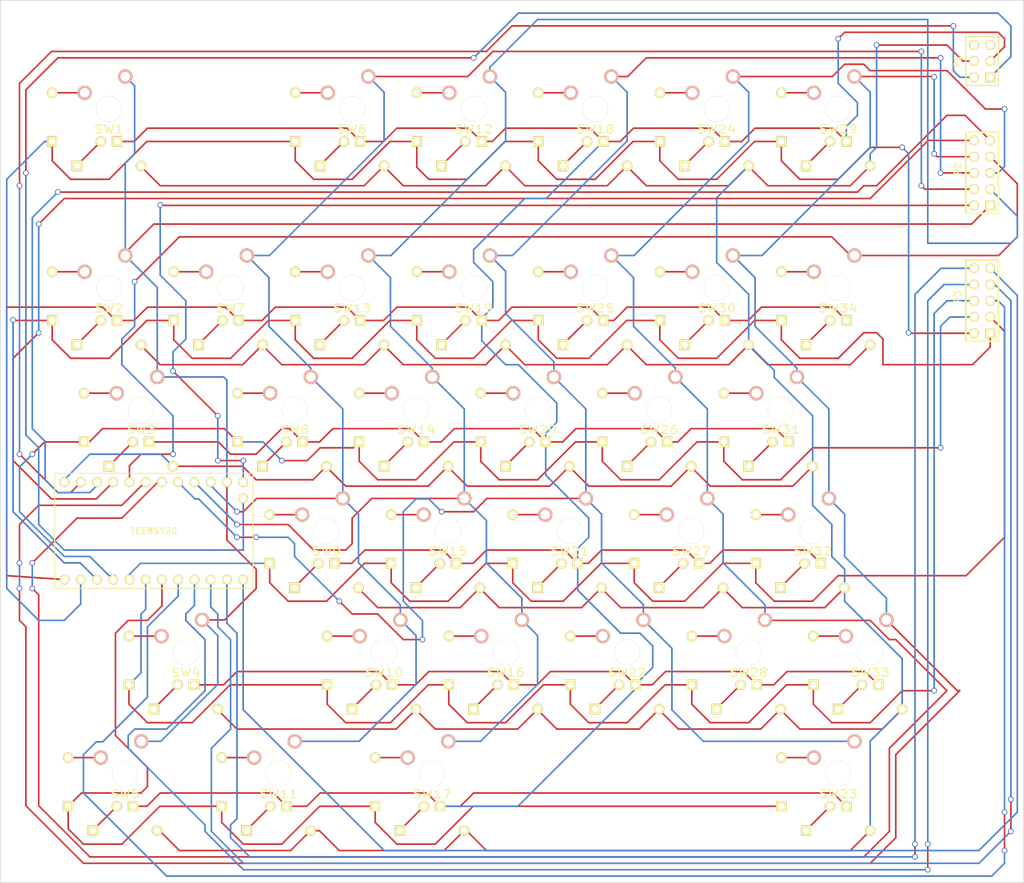
<source format=kicad_pcb>
(kicad_pcb (version 3) (host pcbnew "(2013-07-07 BZR 4022)-stable")

  (general
    (links 228)
    (no_connects 0)
    (area 29.949999 29.949999 190.050001 168.050001)
    (thickness 1.6)
    (drawings 4)
    (tracks 1031)
    (zones 0)
    (modules 38)
    (nets 94)
  )

  (page A3)
  (layers
    (15 F.Cu signal)
    (0 B.Cu signal)
    (16 B.Adhes user)
    (17 F.Adhes user)
    (18 B.Paste user)
    (19 F.Paste user)
    (20 B.SilkS user)
    (21 F.SilkS user)
    (22 B.Mask user)
    (23 F.Mask user)
    (24 Dwgs.User user)
    (25 Cmts.User user)
    (26 Eco1.User user)
    (27 Eco2.User user)
    (28 Edge.Cuts user)
  )

  (setup
    (last_trace_width 0.254)
    (trace_clearance 0.254)
    (zone_clearance 0.508)
    (zone_45_only no)
    (trace_min 0.254)
    (segment_width 0.2)
    (edge_width 0.1)
    (via_size 0.889)
    (via_drill 0.635)
    (via_min_size 0.889)
    (via_min_drill 0.508)
    (uvia_size 0.508)
    (uvia_drill 0.127)
    (uvias_allowed no)
    (uvia_min_size 0.508)
    (uvia_min_drill 0.127)
    (pcb_text_width 0.3)
    (pcb_text_size 1.5 1.5)
    (mod_edge_width 0.15)
    (mod_text_size 1 1)
    (mod_text_width 0.15)
    (pad_size 1.524 1.524)
    (pad_drill 1.016)
    (pad_to_mask_clearance 0)
    (aux_axis_origin 0 0)
    (visible_elements 7FFFFFFF)
    (pcbplotparams
      (layerselection 284196865)
      (usegerberextensions true)
      (excludeedgelayer true)
      (linewidth 0.150000)
      (plotframeref false)
      (viasonmask false)
      (mode 1)
      (useauxorigin false)
      (hpglpennumber 1)
      (hpglpenspeed 20)
      (hpglpendiameter 15)
      (hpglpenoverlay 2)
      (psnegative false)
      (psa4output false)
      (plotreference true)
      (plotvalue true)
      (plotothertext true)
      (plotinvisibletext false)
      (padsonsilk false)
      (subtractmaskfromsilk false)
      (outputformat 1)
      (mirror false)
      (drillshape 0)
      (scaleselection 1)
      (outputdirectory ""))
  )

  (net 0 "")
  (net 1 N-000001)
  (net 2 N-0000010)
  (net 3 N-0000011)
  (net 4 N-0000012)
  (net 5 N-0000013)
  (net 6 N-0000014)
  (net 7 N-0000015)
  (net 8 N-0000016)
  (net 9 N-0000017)
  (net 10 N-0000018)
  (net 11 N-0000019)
  (net 12 N-000002)
  (net 13 N-0000020)
  (net 14 N-0000021)
  (net 15 N-0000022)
  (net 16 N-0000023)
  (net 17 N-0000024)
  (net 18 N-0000025)
  (net 19 N-0000026)
  (net 20 N-0000027)
  (net 21 N-0000028)
  (net 22 N-0000029)
  (net 23 N-000003)
  (net 24 N-0000030)
  (net 25 N-0000031)
  (net 26 N-0000032)
  (net 27 N-0000033)
  (net 28 N-0000034)
  (net 29 N-0000035)
  (net 30 N-0000036)
  (net 31 N-0000037)
  (net 32 N-0000038)
  (net 33 N-0000039)
  (net 34 N-000004)
  (net 35 N-0000040)
  (net 36 N-0000041)
  (net 37 N-0000042)
  (net 38 N-0000043)
  (net 39 N-0000044)
  (net 40 N-0000045)
  (net 41 N-0000046)
  (net 42 N-0000047)
  (net 43 N-0000048)
  (net 44 N-0000049)
  (net 45 N-000005)
  (net 46 N-0000050)
  (net 47 N-0000051)
  (net 48 N-0000052)
  (net 49 N-0000053)
  (net 50 N-0000054)
  (net 51 N-0000055)
  (net 52 N-0000056)
  (net 53 N-0000057)
  (net 54 N-0000058)
  (net 55 N-0000059)
  (net 56 N-000006)
  (net 57 N-0000060)
  (net 58 N-0000061)
  (net 59 N-0000062)
  (net 60 N-0000063)
  (net 61 N-0000064)
  (net 62 N-0000065)
  (net 63 N-0000066)
  (net 64 N-0000067)
  (net 65 N-0000068)
  (net 66 N-0000069)
  (net 67 N-000007)
  (net 68 N-0000070)
  (net 69 N-0000071)
  (net 70 N-0000072)
  (net 71 N-0000073)
  (net 72 N-0000074)
  (net 73 N-0000075)
  (net 74 N-0000076)
  (net 75 N-0000077)
  (net 76 N-0000078)
  (net 77 N-0000079)
  (net 78 N-000008)
  (net 79 N-0000080)
  (net 80 N-0000081)
  (net 81 N-0000082)
  (net 82 N-0000083)
  (net 83 N-0000084)
  (net 84 N-0000085)
  (net 85 N-0000086)
  (net 86 N-0000087)
  (net 87 N-0000088)
  (net 88 N-0000089)
  (net 89 N-000009)
  (net 90 N-0000090)
  (net 91 N-0000091)
  (net 92 N-0000092)
  (net 93 N-0000093)

  (net_class Default "This is the default net class."
    (clearance 0.254)
    (trace_width 0.254)
    (via_dia 0.889)
    (via_drill 0.635)
    (uvia_dia 0.508)
    (uvia_drill 0.127)
    (add_net "")
    (add_net N-000001)
    (add_net N-0000010)
    (add_net N-0000011)
    (add_net N-0000012)
    (add_net N-0000013)
    (add_net N-0000014)
    (add_net N-0000015)
    (add_net N-0000016)
    (add_net N-0000017)
    (add_net N-0000018)
    (add_net N-0000019)
    (add_net N-000002)
    (add_net N-0000020)
    (add_net N-0000021)
    (add_net N-0000022)
    (add_net N-0000023)
    (add_net N-0000024)
    (add_net N-0000025)
    (add_net N-0000026)
    (add_net N-0000027)
    (add_net N-0000028)
    (add_net N-0000029)
    (add_net N-000003)
    (add_net N-0000030)
    (add_net N-0000031)
    (add_net N-0000032)
    (add_net N-0000033)
    (add_net N-0000034)
    (add_net N-0000035)
    (add_net N-0000036)
    (add_net N-0000037)
    (add_net N-0000038)
    (add_net N-0000039)
    (add_net N-000004)
    (add_net N-0000040)
    (add_net N-0000041)
    (add_net N-0000042)
    (add_net N-0000043)
    (add_net N-0000044)
    (add_net N-0000045)
    (add_net N-0000046)
    (add_net N-0000047)
    (add_net N-0000048)
    (add_net N-0000049)
    (add_net N-000005)
    (add_net N-0000050)
    (add_net N-0000051)
    (add_net N-0000052)
    (add_net N-0000053)
    (add_net N-0000054)
    (add_net N-0000055)
    (add_net N-0000056)
    (add_net N-0000057)
    (add_net N-0000058)
    (add_net N-0000059)
    (add_net N-000006)
    (add_net N-0000060)
    (add_net N-0000061)
    (add_net N-0000062)
    (add_net N-0000063)
    (add_net N-0000064)
    (add_net N-0000065)
    (add_net N-0000066)
    (add_net N-0000067)
    (add_net N-0000068)
    (add_net N-0000069)
    (add_net N-000007)
    (add_net N-0000070)
    (add_net N-0000071)
    (add_net N-0000072)
    (add_net N-0000073)
    (add_net N-0000074)
    (add_net N-0000075)
    (add_net N-0000076)
    (add_net N-0000077)
    (add_net N-0000078)
    (add_net N-0000079)
    (add_net N-000008)
    (add_net N-0000080)
    (add_net N-0000081)
    (add_net N-0000082)
    (add_net N-0000083)
    (add_net N-0000084)
    (add_net N-0000085)
    (add_net N-0000086)
    (add_net N-0000087)
    (add_net N-0000088)
    (add_net N-0000089)
    (add_net N-000009)
    (add_net N-0000090)
    (add_net N-0000091)
    (add_net N-0000092)
    (add_net N-0000093)
  )

  (module SW_DIODE (layer F.Cu) (tedit 544F28E3) (tstamp 54559619)
    (at 138 113)
    (path /5455844B)
    (fp_text reference SW27 (at 0 3.175) (layer F.SilkS)
      (effects (font (size 1.27 1.524) (thickness 0.2032)))
    )
    (fp_text value SW_DIODE (at 0 5.08) (layer F.SilkS) hide
      (effects (font (size 1.27 1.524) (thickness 0.2032)))
    )
    (fp_line (start -6.985 -6.985) (end 6.985 -6.985) (layer Eco2.User) (width 0.1524))
    (fp_line (start 6.985 -6.985) (end 6.985 6.985) (layer Eco2.User) (width 0.1524))
    (fp_line (start 6.985 6.985) (end -6.985 6.985) (layer Eco2.User) (width 0.1524))
    (fp_line (start -6.985 6.985) (end -6.985 -6.985) (layer Eco2.User) (width 0.1524))
    (pad 1 thru_hole circle (at 2.54 -5.08) (size 2.286 2.286) (drill 1.4986)
      (layers *.Cu *.SilkS *.Mask)
      (net 42 N-0000047)
    )
    (pad 2 thru_hole circle (at -3.81 -2.54) (size 2.286 2.286) (drill 1.4986)
      (layers *.Cu *.SilkS *.Mask)
      (net 90 N-0000090)
    )
    (pad HOLE thru_hole circle (at 0 0) (size 3.9878 3.9878) (drill 3.9878)
      (layers *.Cu *.Mask F.SilkS)
    )
    (pad 3 thru_hole circle (at -8.89 -2.54) (size 1.651 1.651) (drill 0.9906)
      (layers *.Cu *.Mask F.SilkS)
      (net 90 N-0000090)
    )
    (pad 4 thru_hole rect (at -8.89 5.08) (size 1.651 1.651) (drill 0.9906)
      (layers *.Cu *.Mask F.SilkS)
      (net 1 N-000001)
    )
    (pad 7 thru_hole circle (at -1.27 5.08) (size 1.651 1.651) (drill 0.9906)
      (layers *.Cu *.Mask F.SilkS)
      (net 63 N-0000066)
    )
    (pad 8 thru_hole rect (at 1.27 5.08) (size 1.651 1.651) (drill 0.9906)
      (layers *.Cu *.Mask F.SilkS)
      (net 34 N-000004)
    )
    (pad 6 thru_hole rect (at -5 8.89) (size 1.651 1.651) (drill 0.9906)
      (layers *.Cu *.Mask F.SilkS)
      (net 63 N-0000066)
    )
    (pad 5 thru_hole circle (at 5 8.89) (size 1.651 1.651) (drill 0.9906)
      (layers *.Cu *.Mask F.SilkS)
      (net 43 N-0000048)
    )
  )

  (module SW_DIODE (layer F.Cu) (tedit 544F28E3) (tstamp 5455962A)
    (at 104 75)
    (path /5455841B)
    (fp_text reference SW19 (at 0 3.175) (layer F.SilkS)
      (effects (font (size 1.27 1.524) (thickness 0.2032)))
    )
    (fp_text value SW_DIODE (at 0 5.08) (layer F.SilkS) hide
      (effects (font (size 1.27 1.524) (thickness 0.2032)))
    )
    (fp_line (start -6.985 -6.985) (end 6.985 -6.985) (layer Eco2.User) (width 0.1524))
    (fp_line (start 6.985 -6.985) (end 6.985 6.985) (layer Eco2.User) (width 0.1524))
    (fp_line (start 6.985 6.985) (end -6.985 6.985) (layer Eco2.User) (width 0.1524))
    (fp_line (start -6.985 6.985) (end -6.985 -6.985) (layer Eco2.User) (width 0.1524))
    (pad 1 thru_hole circle (at 2.54 -5.08) (size 2.286 2.286) (drill 1.4986)
      (layers *.Cu *.SilkS *.Mask)
      (net 47 N-0000051)
    )
    (pad 2 thru_hole circle (at -3.81 -2.54) (size 2.286 2.286) (drill 1.4986)
      (layers *.Cu *.SilkS *.Mask)
      (net 51 N-0000055)
    )
    (pad HOLE thru_hole circle (at 0 0) (size 3.9878 3.9878) (drill 3.9878)
      (layers *.Cu *.Mask F.SilkS)
    )
    (pad 3 thru_hole circle (at -8.89 -2.54) (size 1.651 1.651) (drill 0.9906)
      (layers *.Cu *.Mask F.SilkS)
      (net 51 N-0000055)
    )
    (pad 4 thru_hole rect (at -8.89 5.08) (size 1.651 1.651) (drill 0.9906)
      (layers *.Cu *.Mask F.SilkS)
      (net 41 N-0000046)
    )
    (pad 7 thru_hole circle (at -1.27 5.08) (size 1.651 1.651) (drill 0.9906)
      (layers *.Cu *.Mask F.SilkS)
      (net 52 N-0000056)
    )
    (pad 8 thru_hole rect (at 1.27 5.08) (size 1.651 1.651) (drill 0.9906)
      (layers *.Cu *.Mask F.SilkS)
      (net 34 N-000004)
    )
    (pad 6 thru_hole rect (at -5 8.89) (size 1.651 1.651) (drill 0.9906)
      (layers *.Cu *.Mask F.SilkS)
      (net 52 N-0000056)
    )
    (pad 5 thru_hole circle (at 5 8.89) (size 1.651 1.651) (drill 0.9906)
      (layers *.Cu *.Mask F.SilkS)
      (net 43 N-0000048)
    )
  )

  (module SW_DIODE (layer F.Cu) (tedit 544F28E3) (tstamp 5455963B)
    (at 114 94)
    (path /54558421)
    (fp_text reference SW20 (at 0 3.175) (layer F.SilkS)
      (effects (font (size 1.27 1.524) (thickness 0.2032)))
    )
    (fp_text value SW_DIODE (at 0 5.08) (layer F.SilkS) hide
      (effects (font (size 1.27 1.524) (thickness 0.2032)))
    )
    (fp_line (start -6.985 -6.985) (end 6.985 -6.985) (layer Eco2.User) (width 0.1524))
    (fp_line (start 6.985 -6.985) (end 6.985 6.985) (layer Eco2.User) (width 0.1524))
    (fp_line (start 6.985 6.985) (end -6.985 6.985) (layer Eco2.User) (width 0.1524))
    (fp_line (start -6.985 6.985) (end -6.985 -6.985) (layer Eco2.User) (width 0.1524))
    (pad 1 thru_hole circle (at 2.54 -5.08) (size 2.286 2.286) (drill 1.4986)
      (layers *.Cu *.SilkS *.Mask)
      (net 47 N-0000051)
    )
    (pad 2 thru_hole circle (at -3.81 -2.54) (size 2.286 2.286) (drill 1.4986)
      (layers *.Cu *.SilkS *.Mask)
      (net 49 N-0000053)
    )
    (pad HOLE thru_hole circle (at 0 0) (size 3.9878 3.9878) (drill 3.9878)
      (layers *.Cu *.Mask F.SilkS)
    )
    (pad 3 thru_hole circle (at -8.89 -2.54) (size 1.651 1.651) (drill 0.9906)
      (layers *.Cu *.Mask F.SilkS)
      (net 49 N-0000053)
    )
    (pad 4 thru_hole rect (at -8.89 5.08) (size 1.651 1.651) (drill 0.9906)
      (layers *.Cu *.Mask F.SilkS)
      (net 45 N-000005)
    )
    (pad 7 thru_hole circle (at -1.27 5.08) (size 1.651 1.651) (drill 0.9906)
      (layers *.Cu *.Mask F.SilkS)
      (net 53 N-0000057)
    )
    (pad 8 thru_hole rect (at 1.27 5.08) (size 1.651 1.651) (drill 0.9906)
      (layers *.Cu *.Mask F.SilkS)
      (net 34 N-000004)
    )
    (pad 6 thru_hole rect (at -5 8.89) (size 1.651 1.651) (drill 0.9906)
      (layers *.Cu *.Mask F.SilkS)
      (net 53 N-0000057)
    )
    (pad 5 thru_hole circle (at 5 8.89) (size 1.651 1.651) (drill 0.9906)
      (layers *.Cu *.Mask F.SilkS)
      (net 43 N-0000048)
    )
  )

  (module SW_DIODE (layer F.Cu) (tedit 544F28E3) (tstamp 5455964C)
    (at 119 113)
    (path /54558427)
    (fp_text reference SW21 (at 0 3.175) (layer F.SilkS)
      (effects (font (size 1.27 1.524) (thickness 0.2032)))
    )
    (fp_text value SW_DIODE (at 0 5.08) (layer F.SilkS) hide
      (effects (font (size 1.27 1.524) (thickness 0.2032)))
    )
    (fp_line (start -6.985 -6.985) (end 6.985 -6.985) (layer Eco2.User) (width 0.1524))
    (fp_line (start 6.985 -6.985) (end 6.985 6.985) (layer Eco2.User) (width 0.1524))
    (fp_line (start 6.985 6.985) (end -6.985 6.985) (layer Eco2.User) (width 0.1524))
    (fp_line (start -6.985 6.985) (end -6.985 -6.985) (layer Eco2.User) (width 0.1524))
    (pad 1 thru_hole circle (at 2.54 -5.08) (size 2.286 2.286) (drill 1.4986)
      (layers *.Cu *.SilkS *.Mask)
      (net 47 N-0000051)
    )
    (pad 2 thru_hole circle (at -3.81 -2.54) (size 2.286 2.286) (drill 1.4986)
      (layers *.Cu *.SilkS *.Mask)
      (net 54 N-0000058)
    )
    (pad HOLE thru_hole circle (at 0 0) (size 3.9878 3.9878) (drill 3.9878)
      (layers *.Cu *.Mask F.SilkS)
    )
    (pad 3 thru_hole circle (at -8.89 -2.54) (size 1.651 1.651) (drill 0.9906)
      (layers *.Cu *.Mask F.SilkS)
      (net 54 N-0000058)
    )
    (pad 4 thru_hole rect (at -8.89 5.08) (size 1.651 1.651) (drill 0.9906)
      (layers *.Cu *.Mask F.SilkS)
      (net 1 N-000001)
    )
    (pad 7 thru_hole circle (at -1.27 5.08) (size 1.651 1.651) (drill 0.9906)
      (layers *.Cu *.Mask F.SilkS)
      (net 55 N-0000059)
    )
    (pad 8 thru_hole rect (at 1.27 5.08) (size 1.651 1.651) (drill 0.9906)
      (layers *.Cu *.Mask F.SilkS)
      (net 34 N-000004)
    )
    (pad 6 thru_hole rect (at -5 8.89) (size 1.651 1.651) (drill 0.9906)
      (layers *.Cu *.Mask F.SilkS)
      (net 55 N-0000059)
    )
    (pad 5 thru_hole circle (at 5 8.89) (size 1.651 1.651) (drill 0.9906)
      (layers *.Cu *.Mask F.SilkS)
      (net 43 N-0000048)
    )
  )

  (module SW_DIODE (layer F.Cu) (tedit 544F28E3) (tstamp 5455965D)
    (at 128 132)
    (path /5455842D)
    (fp_text reference SW22 (at 0 3.175) (layer F.SilkS)
      (effects (font (size 1.27 1.524) (thickness 0.2032)))
    )
    (fp_text value SW_DIODE (at 0 5.08) (layer F.SilkS) hide
      (effects (font (size 1.27 1.524) (thickness 0.2032)))
    )
    (fp_line (start -6.985 -6.985) (end 6.985 -6.985) (layer Eco2.User) (width 0.1524))
    (fp_line (start 6.985 -6.985) (end 6.985 6.985) (layer Eco2.User) (width 0.1524))
    (fp_line (start 6.985 6.985) (end -6.985 6.985) (layer Eco2.User) (width 0.1524))
    (fp_line (start -6.985 6.985) (end -6.985 -6.985) (layer Eco2.User) (width 0.1524))
    (pad 1 thru_hole circle (at 2.54 -5.08) (size 2.286 2.286) (drill 1.4986)
      (layers *.Cu *.SilkS *.Mask)
      (net 47 N-0000051)
    )
    (pad 2 thru_hole circle (at -3.81 -2.54) (size 2.286 2.286) (drill 1.4986)
      (layers *.Cu *.SilkS *.Mask)
      (net 19 N-0000026)
    )
    (pad HOLE thru_hole circle (at 0 0) (size 3.9878 3.9878) (drill 3.9878)
      (layers *.Cu *.Mask F.SilkS)
    )
    (pad 3 thru_hole circle (at -8.89 -2.54) (size 1.651 1.651) (drill 0.9906)
      (layers *.Cu *.Mask F.SilkS)
      (net 19 N-0000026)
    )
    (pad 4 thru_hole rect (at -8.89 5.08) (size 1.651 1.651) (drill 0.9906)
      (layers *.Cu *.Mask F.SilkS)
      (net 23 N-000003)
    )
    (pad 7 thru_hole circle (at -1.27 5.08) (size 1.651 1.651) (drill 0.9906)
      (layers *.Cu *.Mask F.SilkS)
      (net 20 N-0000027)
    )
    (pad 8 thru_hole rect (at 1.27 5.08) (size 1.651 1.651) (drill 0.9906)
      (layers *.Cu *.Mask F.SilkS)
      (net 34 N-000004)
    )
    (pad 6 thru_hole rect (at -5 8.89) (size 1.651 1.651) (drill 0.9906)
      (layers *.Cu *.Mask F.SilkS)
      (net 20 N-0000027)
    )
    (pad 5 thru_hole circle (at 5 8.89) (size 1.651 1.651) (drill 0.9906)
      (layers *.Cu *.Mask F.SilkS)
      (net 43 N-0000048)
    )
  )

  (module SW_DIODE (layer F.Cu) (tedit 544F28E3) (tstamp 5455966E)
    (at 161 151)
    (path /54558433)
    (fp_text reference SW23 (at 0 3.175) (layer F.SilkS)
      (effects (font (size 1.27 1.524) (thickness 0.2032)))
    )
    (fp_text value SW_DIODE (at 0 5.08) (layer F.SilkS) hide
      (effects (font (size 1.27 1.524) (thickness 0.2032)))
    )
    (fp_line (start -6.985 -6.985) (end 6.985 -6.985) (layer Eco2.User) (width 0.1524))
    (fp_line (start 6.985 -6.985) (end 6.985 6.985) (layer Eco2.User) (width 0.1524))
    (fp_line (start 6.985 6.985) (end -6.985 6.985) (layer Eco2.User) (width 0.1524))
    (fp_line (start -6.985 6.985) (end -6.985 -6.985) (layer Eco2.User) (width 0.1524))
    (pad 1 thru_hole circle (at 2.54 -5.08) (size 2.286 2.286) (drill 1.4986)
      (layers *.Cu *.SilkS *.Mask)
      (net 47 N-0000051)
    )
    (pad 2 thru_hole circle (at -3.81 -2.54) (size 2.286 2.286) (drill 1.4986)
      (layers *.Cu *.SilkS *.Mask)
      (net 21 N-0000028)
    )
    (pad HOLE thru_hole circle (at 0 0) (size 3.9878 3.9878) (drill 3.9878)
      (layers *.Cu *.Mask F.SilkS)
    )
    (pad 3 thru_hole circle (at -8.89 -2.54) (size 1.651 1.651) (drill 0.9906)
      (layers *.Cu *.Mask F.SilkS)
      (net 21 N-0000028)
    )
    (pad 4 thru_hole rect (at -8.89 5.08) (size 1.651 1.651) (drill 0.9906)
      (layers *.Cu *.Mask F.SilkS)
      (net 12 N-000002)
    )
    (pad 7 thru_hole circle (at -1.27 5.08) (size 1.651 1.651) (drill 0.9906)
      (layers *.Cu *.Mask F.SilkS)
      (net 22 N-0000029)
    )
    (pad 8 thru_hole rect (at 1.27 5.08) (size 1.651 1.651) (drill 0.9906)
      (layers *.Cu *.Mask F.SilkS)
      (net 34 N-000004)
    )
    (pad 6 thru_hole rect (at -5 8.89) (size 1.651 1.651) (drill 0.9906)
      (layers *.Cu *.Mask F.SilkS)
      (net 22 N-0000029)
    )
    (pad 5 thru_hole circle (at 5 8.89) (size 1.651 1.651) (drill 0.9906)
      (layers *.Cu *.Mask F.SilkS)
      (net 43 N-0000048)
    )
  )

  (module SW_DIODE (layer F.Cu) (tedit 544F28E3) (tstamp 5455967F)
    (at 142 47)
    (path /54558439)
    (fp_text reference SW24 (at 0 3.175) (layer F.SilkS)
      (effects (font (size 1.27 1.524) (thickness 0.2032)))
    )
    (fp_text value SW_DIODE (at 0 5.08) (layer F.SilkS) hide
      (effects (font (size 1.27 1.524) (thickness 0.2032)))
    )
    (fp_line (start -6.985 -6.985) (end 6.985 -6.985) (layer Eco2.User) (width 0.1524))
    (fp_line (start 6.985 -6.985) (end 6.985 6.985) (layer Eco2.User) (width 0.1524))
    (fp_line (start 6.985 6.985) (end -6.985 6.985) (layer Eco2.User) (width 0.1524))
    (fp_line (start -6.985 6.985) (end -6.985 -6.985) (layer Eco2.User) (width 0.1524))
    (pad 1 thru_hole circle (at 2.54 -5.08) (size 2.286 2.286) (drill 1.4986)
      (layers *.Cu *.SilkS *.Mask)
      (net 42 N-0000047)
    )
    (pad 2 thru_hole circle (at -3.81 -2.54) (size 2.286 2.286) (drill 1.4986)
      (layers *.Cu *.SilkS *.Mask)
      (net 64 N-0000067)
    )
    (pad HOLE thru_hole circle (at 0 0) (size 3.9878 3.9878) (drill 3.9878)
      (layers *.Cu *.Mask F.SilkS)
    )
    (pad 3 thru_hole circle (at -8.89 -2.54) (size 1.651 1.651) (drill 0.9906)
      (layers *.Cu *.Mask F.SilkS)
      (net 64 N-0000067)
    )
    (pad 4 thru_hole rect (at -8.89 5.08) (size 1.651 1.651) (drill 0.9906)
      (layers *.Cu *.Mask F.SilkS)
      (net 39 N-0000044)
    )
    (pad 7 thru_hole circle (at -1.27 5.08) (size 1.651 1.651) (drill 0.9906)
      (layers *.Cu *.Mask F.SilkS)
      (net 65 N-0000068)
    )
    (pad 8 thru_hole rect (at 1.27 5.08) (size 1.651 1.651) (drill 0.9906)
      (layers *.Cu *.Mask F.SilkS)
      (net 34 N-000004)
    )
    (pad 6 thru_hole rect (at -5 8.89) (size 1.651 1.651) (drill 0.9906)
      (layers *.Cu *.Mask F.SilkS)
      (net 65 N-0000068)
    )
    (pad 5 thru_hole circle (at 5 8.89) (size 1.651 1.651) (drill 0.9906)
      (layers *.Cu *.Mask F.SilkS)
      (net 43 N-0000048)
    )
  )

  (module SW_DIODE (layer F.Cu) (tedit 544F28E3) (tstamp 54559690)
    (at 123 75)
    (path /5455843F)
    (fp_text reference SW25 (at 0 3.175) (layer F.SilkS)
      (effects (font (size 1.27 1.524) (thickness 0.2032)))
    )
    (fp_text value SW_DIODE (at 0 5.08) (layer F.SilkS) hide
      (effects (font (size 1.27 1.524) (thickness 0.2032)))
    )
    (fp_line (start -6.985 -6.985) (end 6.985 -6.985) (layer Eco2.User) (width 0.1524))
    (fp_line (start 6.985 -6.985) (end 6.985 6.985) (layer Eco2.User) (width 0.1524))
    (fp_line (start 6.985 6.985) (end -6.985 6.985) (layer Eco2.User) (width 0.1524))
    (fp_line (start -6.985 6.985) (end -6.985 -6.985) (layer Eco2.User) (width 0.1524))
    (pad 1 thru_hole circle (at 2.54 -5.08) (size 2.286 2.286) (drill 1.4986)
      (layers *.Cu *.SilkS *.Mask)
      (net 42 N-0000047)
    )
    (pad 2 thru_hole circle (at -3.81 -2.54) (size 2.286 2.286) (drill 1.4986)
      (layers *.Cu *.SilkS *.Mask)
      (net 66 N-0000069)
    )
    (pad HOLE thru_hole circle (at 0 0) (size 3.9878 3.9878) (drill 3.9878)
      (layers *.Cu *.Mask F.SilkS)
    )
    (pad 3 thru_hole circle (at -8.89 -2.54) (size 1.651 1.651) (drill 0.9906)
      (layers *.Cu *.Mask F.SilkS)
      (net 66 N-0000069)
    )
    (pad 4 thru_hole rect (at -8.89 5.08) (size 1.651 1.651) (drill 0.9906)
      (layers *.Cu *.Mask F.SilkS)
      (net 41 N-0000046)
    )
    (pad 7 thru_hole circle (at -1.27 5.08) (size 1.651 1.651) (drill 0.9906)
      (layers *.Cu *.Mask F.SilkS)
      (net 60 N-0000063)
    )
    (pad 8 thru_hole rect (at 1.27 5.08) (size 1.651 1.651) (drill 0.9906)
      (layers *.Cu *.Mask F.SilkS)
      (net 34 N-000004)
    )
    (pad 6 thru_hole rect (at -5 8.89) (size 1.651 1.651) (drill 0.9906)
      (layers *.Cu *.Mask F.SilkS)
      (net 60 N-0000063)
    )
    (pad 5 thru_hole circle (at 5 8.89) (size 1.651 1.651) (drill 0.9906)
      (layers *.Cu *.Mask F.SilkS)
      (net 43 N-0000048)
    )
  )

  (module SW_DIODE (layer F.Cu) (tedit 544F28E3) (tstamp 545596A1)
    (at 133 94)
    (path /54558445)
    (fp_text reference SW26 (at 0 3.175) (layer F.SilkS)
      (effects (font (size 1.27 1.524) (thickness 0.2032)))
    )
    (fp_text value SW_DIODE (at 0 5.08) (layer F.SilkS) hide
      (effects (font (size 1.27 1.524) (thickness 0.2032)))
    )
    (fp_line (start -6.985 -6.985) (end 6.985 -6.985) (layer Eco2.User) (width 0.1524))
    (fp_line (start 6.985 -6.985) (end 6.985 6.985) (layer Eco2.User) (width 0.1524))
    (fp_line (start 6.985 6.985) (end -6.985 6.985) (layer Eco2.User) (width 0.1524))
    (fp_line (start -6.985 6.985) (end -6.985 -6.985) (layer Eco2.User) (width 0.1524))
    (pad 1 thru_hole circle (at 2.54 -5.08) (size 2.286 2.286) (drill 1.4986)
      (layers *.Cu *.SilkS *.Mask)
      (net 42 N-0000047)
    )
    (pad 2 thru_hole circle (at -3.81 -2.54) (size 2.286 2.286) (drill 1.4986)
      (layers *.Cu *.SilkS *.Mask)
      (net 61 N-0000064)
    )
    (pad HOLE thru_hole circle (at 0 0) (size 3.9878 3.9878) (drill 3.9878)
      (layers *.Cu *.Mask F.SilkS)
    )
    (pad 3 thru_hole circle (at -8.89 -2.54) (size 1.651 1.651) (drill 0.9906)
      (layers *.Cu *.Mask F.SilkS)
      (net 61 N-0000064)
    )
    (pad 4 thru_hole rect (at -8.89 5.08) (size 1.651 1.651) (drill 0.9906)
      (layers *.Cu *.Mask F.SilkS)
      (net 45 N-000005)
    )
    (pad 7 thru_hole circle (at -1.27 5.08) (size 1.651 1.651) (drill 0.9906)
      (layers *.Cu *.Mask F.SilkS)
      (net 62 N-0000065)
    )
    (pad 8 thru_hole rect (at 1.27 5.08) (size 1.651 1.651) (drill 0.9906)
      (layers *.Cu *.Mask F.SilkS)
      (net 34 N-000004)
    )
    (pad 6 thru_hole rect (at -5 8.89) (size 1.651 1.651) (drill 0.9906)
      (layers *.Cu *.Mask F.SilkS)
      (net 62 N-0000065)
    )
    (pad 5 thru_hole circle (at 5 8.89) (size 1.651 1.651) (drill 0.9906)
      (layers *.Cu *.Mask F.SilkS)
      (net 43 N-0000048)
    )
  )

  (module SW_DIODE (layer F.Cu) (tedit 544F28E3) (tstamp 545596B2)
    (at 47 47)
    (path /545583A2)
    (fp_text reference SW1 (at 0 3.175) (layer F.SilkS)
      (effects (font (size 1.27 1.524) (thickness 0.2032)))
    )
    (fp_text value SW_DIODE (at 0 5.08) (layer F.SilkS) hide
      (effects (font (size 1.27 1.524) (thickness 0.2032)))
    )
    (fp_line (start -6.985 -6.985) (end 6.985 -6.985) (layer Eco2.User) (width 0.1524))
    (fp_line (start 6.985 -6.985) (end 6.985 6.985) (layer Eco2.User) (width 0.1524))
    (fp_line (start 6.985 6.985) (end -6.985 6.985) (layer Eco2.User) (width 0.1524))
    (fp_line (start -6.985 6.985) (end -6.985 -6.985) (layer Eco2.User) (width 0.1524))
    (pad 1 thru_hole circle (at 2.54 -5.08) (size 2.286 2.286) (drill 1.4986)
      (layers *.Cu *.SilkS *.Mask)
      (net 46 N-0000050)
    )
    (pad 2 thru_hole circle (at -3.81 -2.54) (size 2.286 2.286) (drill 1.4986)
      (layers *.Cu *.SilkS *.Mask)
      (net 71 N-0000073)
    )
    (pad HOLE thru_hole circle (at 0 0) (size 3.9878 3.9878) (drill 3.9878)
      (layers *.Cu *.Mask F.SilkS)
    )
    (pad 3 thru_hole circle (at -8.89 -2.54) (size 1.651 1.651) (drill 0.9906)
      (layers *.Cu *.Mask F.SilkS)
      (net 71 N-0000073)
    )
    (pad 4 thru_hole rect (at -8.89 5.08) (size 1.651 1.651) (drill 0.9906)
      (layers *.Cu *.Mask F.SilkS)
      (net 39 N-0000044)
    )
    (pad 7 thru_hole circle (at -1.27 5.08) (size 1.651 1.651) (drill 0.9906)
      (layers *.Cu *.Mask F.SilkS)
      (net 72 N-0000074)
    )
    (pad 8 thru_hole rect (at 1.27 5.08) (size 1.651 1.651) (drill 0.9906)
      (layers *.Cu *.Mask F.SilkS)
      (net 34 N-000004)
    )
    (pad 6 thru_hole rect (at -5 8.89) (size 1.651 1.651) (drill 0.9906)
      (layers *.Cu *.Mask F.SilkS)
      (net 72 N-0000074)
    )
    (pad 5 thru_hole circle (at 5 8.89) (size 1.651 1.651) (drill 0.9906)
      (layers *.Cu *.Mask F.SilkS)
      (net 43 N-0000048)
    )
  )

  (module SW_DIODE (layer F.Cu) (tedit 544F28E3) (tstamp 545596C3)
    (at 147 132)
    (path /54558451)
    (fp_text reference SW28 (at 0 3.175) (layer F.SilkS)
      (effects (font (size 1.27 1.524) (thickness 0.2032)))
    )
    (fp_text value SW_DIODE (at 0 5.08) (layer F.SilkS) hide
      (effects (font (size 1.27 1.524) (thickness 0.2032)))
    )
    (fp_line (start -6.985 -6.985) (end 6.985 -6.985) (layer Eco2.User) (width 0.1524))
    (fp_line (start 6.985 -6.985) (end 6.985 6.985) (layer Eco2.User) (width 0.1524))
    (fp_line (start 6.985 6.985) (end -6.985 6.985) (layer Eco2.User) (width 0.1524))
    (fp_line (start -6.985 6.985) (end -6.985 -6.985) (layer Eco2.User) (width 0.1524))
    (pad 1 thru_hole circle (at 2.54 -5.08) (size 2.286 2.286) (drill 1.4986)
      (layers *.Cu *.SilkS *.Mask)
      (net 42 N-0000047)
    )
    (pad 2 thru_hole circle (at -3.81 -2.54) (size 2.286 2.286) (drill 1.4986)
      (layers *.Cu *.SilkS *.Mask)
      (net 18 N-0000025)
    )
    (pad HOLE thru_hole circle (at 0 0) (size 3.9878 3.9878) (drill 3.9878)
      (layers *.Cu *.Mask F.SilkS)
    )
    (pad 3 thru_hole circle (at -8.89 -2.54) (size 1.651 1.651) (drill 0.9906)
      (layers *.Cu *.Mask F.SilkS)
      (net 18 N-0000025)
    )
    (pad 4 thru_hole rect (at -8.89 5.08) (size 1.651 1.651) (drill 0.9906)
      (layers *.Cu *.Mask F.SilkS)
      (net 23 N-000003)
    )
    (pad 7 thru_hole circle (at -1.27 5.08) (size 1.651 1.651) (drill 0.9906)
      (layers *.Cu *.Mask F.SilkS)
      (net 24 N-0000030)
    )
    (pad 8 thru_hole rect (at 1.27 5.08) (size 1.651 1.651) (drill 0.9906)
      (layers *.Cu *.Mask F.SilkS)
      (net 34 N-000004)
    )
    (pad 6 thru_hole rect (at -5 8.89) (size 1.651 1.651) (drill 0.9906)
      (layers *.Cu *.Mask F.SilkS)
      (net 24 N-0000030)
    )
    (pad 5 thru_hole circle (at 5 8.89) (size 1.651 1.651) (drill 0.9906)
      (layers *.Cu *.Mask F.SilkS)
      (net 43 N-0000048)
    )
  )

  (module SW_DIODE (layer F.Cu) (tedit 544F28E3) (tstamp 545596D4)
    (at 161 47)
    (path /5455845D)
    (fp_text reference SW29 (at 0 3.175) (layer F.SilkS)
      (effects (font (size 1.27 1.524) (thickness 0.2032)))
    )
    (fp_text value SW_DIODE (at 0 5.08) (layer F.SilkS) hide
      (effects (font (size 1.27 1.524) (thickness 0.2032)))
    )
    (fp_line (start -6.985 -6.985) (end 6.985 -6.985) (layer Eco2.User) (width 0.1524))
    (fp_line (start 6.985 -6.985) (end 6.985 6.985) (layer Eco2.User) (width 0.1524))
    (fp_line (start 6.985 6.985) (end -6.985 6.985) (layer Eco2.User) (width 0.1524))
    (fp_line (start -6.985 6.985) (end -6.985 -6.985) (layer Eco2.User) (width 0.1524))
    (pad 1 thru_hole circle (at 2.54 -5.08) (size 2.286 2.286) (drill 1.4986)
      (layers *.Cu *.SilkS *.Mask)
      (net 40 N-0000045)
    )
    (pad 2 thru_hole circle (at -3.81 -2.54) (size 2.286 2.286) (drill 1.4986)
      (layers *.Cu *.SilkS *.Mask)
      (net 91 N-0000091)
    )
    (pad HOLE thru_hole circle (at 0 0) (size 3.9878 3.9878) (drill 3.9878)
      (layers *.Cu *.Mask F.SilkS)
    )
    (pad 3 thru_hole circle (at -8.89 -2.54) (size 1.651 1.651) (drill 0.9906)
      (layers *.Cu *.Mask F.SilkS)
      (net 91 N-0000091)
    )
    (pad 4 thru_hole rect (at -8.89 5.08) (size 1.651 1.651) (drill 0.9906)
      (layers *.Cu *.Mask F.SilkS)
      (net 39 N-0000044)
    )
    (pad 7 thru_hole circle (at -1.27 5.08) (size 1.651 1.651) (drill 0.9906)
      (layers *.Cu *.Mask F.SilkS)
      (net 92 N-0000092)
    )
    (pad 8 thru_hole rect (at 1.27 5.08) (size 1.651 1.651) (drill 0.9906)
      (layers *.Cu *.Mask F.SilkS)
      (net 34 N-000004)
    )
    (pad 6 thru_hole rect (at -5 8.89) (size 1.651 1.651) (drill 0.9906)
      (layers *.Cu *.Mask F.SilkS)
      (net 92 N-0000092)
    )
    (pad 5 thru_hole circle (at 5 8.89) (size 1.651 1.651) (drill 0.9906)
      (layers *.Cu *.Mask F.SilkS)
      (net 43 N-0000048)
    )
  )

  (module SW_DIODE (layer F.Cu) (tedit 544F28E3) (tstamp 545596E5)
    (at 142 75)
    (path /54558463)
    (fp_text reference SW30 (at 0 3.175) (layer F.SilkS)
      (effects (font (size 1.27 1.524) (thickness 0.2032)))
    )
    (fp_text value SW_DIODE (at 0 5.08) (layer F.SilkS) hide
      (effects (font (size 1.27 1.524) (thickness 0.2032)))
    )
    (fp_line (start -6.985 -6.985) (end 6.985 -6.985) (layer Eco2.User) (width 0.1524))
    (fp_line (start 6.985 -6.985) (end 6.985 6.985) (layer Eco2.User) (width 0.1524))
    (fp_line (start 6.985 6.985) (end -6.985 6.985) (layer Eco2.User) (width 0.1524))
    (fp_line (start -6.985 6.985) (end -6.985 -6.985) (layer Eco2.User) (width 0.1524))
    (pad 1 thru_hole circle (at 2.54 -5.08) (size 2.286 2.286) (drill 1.4986)
      (layers *.Cu *.SilkS *.Mask)
      (net 40 N-0000045)
    )
    (pad 2 thru_hole circle (at -3.81 -2.54) (size 2.286 2.286) (drill 1.4986)
      (layers *.Cu *.SilkS *.Mask)
      (net 93 N-0000093)
    )
    (pad HOLE thru_hole circle (at 0 0) (size 3.9878 3.9878) (drill 3.9878)
      (layers *.Cu *.Mask F.SilkS)
    )
    (pad 3 thru_hole circle (at -8.89 -2.54) (size 1.651 1.651) (drill 0.9906)
      (layers *.Cu *.Mask F.SilkS)
      (net 93 N-0000093)
    )
    (pad 4 thru_hole rect (at -8.89 5.08) (size 1.651 1.651) (drill 0.9906)
      (layers *.Cu *.Mask F.SilkS)
      (net 41 N-0000046)
    )
    (pad 7 thru_hole circle (at -1.27 5.08) (size 1.651 1.651) (drill 0.9906)
      (layers *.Cu *.Mask F.SilkS)
      (net 8 N-0000016)
    )
    (pad 8 thru_hole rect (at 1.27 5.08) (size 1.651 1.651) (drill 0.9906)
      (layers *.Cu *.Mask F.SilkS)
      (net 34 N-000004)
    )
    (pad 6 thru_hole rect (at -5 8.89) (size 1.651 1.651) (drill 0.9906)
      (layers *.Cu *.Mask F.SilkS)
      (net 8 N-0000016)
    )
    (pad 5 thru_hole circle (at 5 8.89) (size 1.651 1.651) (drill 0.9906)
      (layers *.Cu *.Mask F.SilkS)
      (net 43 N-0000048)
    )
  )

  (module SW_DIODE (layer F.Cu) (tedit 544F28E3) (tstamp 545596F6)
    (at 152 94)
    (path /54558469)
    (fp_text reference SW31 (at 0 3.175) (layer F.SilkS)
      (effects (font (size 1.27 1.524) (thickness 0.2032)))
    )
    (fp_text value SW_DIODE (at 0 5.08) (layer F.SilkS) hide
      (effects (font (size 1.27 1.524) (thickness 0.2032)))
    )
    (fp_line (start -6.985 -6.985) (end 6.985 -6.985) (layer Eco2.User) (width 0.1524))
    (fp_line (start 6.985 -6.985) (end 6.985 6.985) (layer Eco2.User) (width 0.1524))
    (fp_line (start 6.985 6.985) (end -6.985 6.985) (layer Eco2.User) (width 0.1524))
    (fp_line (start -6.985 6.985) (end -6.985 -6.985) (layer Eco2.User) (width 0.1524))
    (pad 1 thru_hole circle (at 2.54 -5.08) (size 2.286 2.286) (drill 1.4986)
      (layers *.Cu *.SilkS *.Mask)
      (net 40 N-0000045)
    )
    (pad 2 thru_hole circle (at -3.81 -2.54) (size 2.286 2.286) (drill 1.4986)
      (layers *.Cu *.SilkS *.Mask)
      (net 9 N-0000017)
    )
    (pad HOLE thru_hole circle (at 0 0) (size 3.9878 3.9878) (drill 3.9878)
      (layers *.Cu *.Mask F.SilkS)
    )
    (pad 3 thru_hole circle (at -8.89 -2.54) (size 1.651 1.651) (drill 0.9906)
      (layers *.Cu *.Mask F.SilkS)
      (net 9 N-0000017)
    )
    (pad 4 thru_hole rect (at -8.89 5.08) (size 1.651 1.651) (drill 0.9906)
      (layers *.Cu *.Mask F.SilkS)
      (net 45 N-000005)
    )
    (pad 7 thru_hole circle (at -1.27 5.08) (size 1.651 1.651) (drill 0.9906)
      (layers *.Cu *.Mask F.SilkS)
      (net 10 N-0000018)
    )
    (pad 8 thru_hole rect (at 1.27 5.08) (size 1.651 1.651) (drill 0.9906)
      (layers *.Cu *.Mask F.SilkS)
      (net 34 N-000004)
    )
    (pad 6 thru_hole rect (at -5 8.89) (size 1.651 1.651) (drill 0.9906)
      (layers *.Cu *.Mask F.SilkS)
      (net 10 N-0000018)
    )
    (pad 5 thru_hole circle (at 5 8.89) (size 1.651 1.651) (drill 0.9906)
      (layers *.Cu *.Mask F.SilkS)
      (net 43 N-0000048)
    )
  )

  (module SW_DIODE (layer F.Cu) (tedit 544F28E3) (tstamp 54559707)
    (at 157 113)
    (path /5455846F)
    (fp_text reference SW32 (at 0 3.175) (layer F.SilkS)
      (effects (font (size 1.27 1.524) (thickness 0.2032)))
    )
    (fp_text value SW_DIODE (at 0 5.08) (layer F.SilkS) hide
      (effects (font (size 1.27 1.524) (thickness 0.2032)))
    )
    (fp_line (start -6.985 -6.985) (end 6.985 -6.985) (layer Eco2.User) (width 0.1524))
    (fp_line (start 6.985 -6.985) (end 6.985 6.985) (layer Eco2.User) (width 0.1524))
    (fp_line (start 6.985 6.985) (end -6.985 6.985) (layer Eco2.User) (width 0.1524))
    (fp_line (start -6.985 6.985) (end -6.985 -6.985) (layer Eco2.User) (width 0.1524))
    (pad 1 thru_hole circle (at 2.54 -5.08) (size 2.286 2.286) (drill 1.4986)
      (layers *.Cu *.SilkS *.Mask)
      (net 40 N-0000045)
    )
    (pad 2 thru_hole circle (at -3.81 -2.54) (size 2.286 2.286) (drill 1.4986)
      (layers *.Cu *.SilkS *.Mask)
      (net 11 N-0000019)
    )
    (pad HOLE thru_hole circle (at 0 0) (size 3.9878 3.9878) (drill 3.9878)
      (layers *.Cu *.Mask F.SilkS)
    )
    (pad 3 thru_hole circle (at -8.89 -2.54) (size 1.651 1.651) (drill 0.9906)
      (layers *.Cu *.Mask F.SilkS)
      (net 11 N-0000019)
    )
    (pad 4 thru_hole rect (at -8.89 5.08) (size 1.651 1.651) (drill 0.9906)
      (layers *.Cu *.Mask F.SilkS)
      (net 1 N-000001)
    )
    (pad 7 thru_hole circle (at -1.27 5.08) (size 1.651 1.651) (drill 0.9906)
      (layers *.Cu *.Mask F.SilkS)
      (net 13 N-0000020)
    )
    (pad 8 thru_hole rect (at 1.27 5.08) (size 1.651 1.651) (drill 0.9906)
      (layers *.Cu *.Mask F.SilkS)
      (net 34 N-000004)
    )
    (pad 6 thru_hole rect (at -5 8.89) (size 1.651 1.651) (drill 0.9906)
      (layers *.Cu *.Mask F.SilkS)
      (net 13 N-0000020)
    )
    (pad 5 thru_hole circle (at 5 8.89) (size 1.651 1.651) (drill 0.9906)
      (layers *.Cu *.Mask F.SilkS)
      (net 43 N-0000048)
    )
  )

  (module SW_DIODE (layer F.Cu) (tedit 544F28E3) (tstamp 54559718)
    (at 166 132)
    (path /54558475)
    (fp_text reference SW33 (at 0 3.175) (layer F.SilkS)
      (effects (font (size 1.27 1.524) (thickness 0.2032)))
    )
    (fp_text value SW_DIODE (at 0 5.08) (layer F.SilkS) hide
      (effects (font (size 1.27 1.524) (thickness 0.2032)))
    )
    (fp_line (start -6.985 -6.985) (end 6.985 -6.985) (layer Eco2.User) (width 0.1524))
    (fp_line (start 6.985 -6.985) (end 6.985 6.985) (layer Eco2.User) (width 0.1524))
    (fp_line (start 6.985 6.985) (end -6.985 6.985) (layer Eco2.User) (width 0.1524))
    (fp_line (start -6.985 6.985) (end -6.985 -6.985) (layer Eco2.User) (width 0.1524))
    (pad 1 thru_hole circle (at 2.54 -5.08) (size 2.286 2.286) (drill 1.4986)
      (layers *.Cu *.SilkS *.Mask)
      (net 40 N-0000045)
    )
    (pad 2 thru_hole circle (at -3.81 -2.54) (size 2.286 2.286) (drill 1.4986)
      (layers *.Cu *.SilkS *.Mask)
      (net 25 N-0000031)
    )
    (pad HOLE thru_hole circle (at 0 0) (size 3.9878 3.9878) (drill 3.9878)
      (layers *.Cu *.Mask F.SilkS)
    )
    (pad 3 thru_hole circle (at -8.89 -2.54) (size 1.651 1.651) (drill 0.9906)
      (layers *.Cu *.Mask F.SilkS)
      (net 25 N-0000031)
    )
    (pad 4 thru_hole rect (at -8.89 5.08) (size 1.651 1.651) (drill 0.9906)
      (layers *.Cu *.Mask F.SilkS)
      (net 23 N-000003)
    )
    (pad 7 thru_hole circle (at -1.27 5.08) (size 1.651 1.651) (drill 0.9906)
      (layers *.Cu *.Mask F.SilkS)
      (net 26 N-0000032)
    )
    (pad 8 thru_hole rect (at 1.27 5.08) (size 1.651 1.651) (drill 0.9906)
      (layers *.Cu *.Mask F.SilkS)
      (net 34 N-000004)
    )
    (pad 6 thru_hole rect (at -5 8.89) (size 1.651 1.651) (drill 0.9906)
      (layers *.Cu *.Mask F.SilkS)
      (net 26 N-0000032)
    )
    (pad 5 thru_hole circle (at 5 8.89) (size 1.651 1.651) (drill 0.9906)
      (layers *.Cu *.Mask F.SilkS)
      (net 43 N-0000048)
    )
  )

  (module SW_DIODE (layer F.Cu) (tedit 544F28E3) (tstamp 54559729)
    (at 161 75)
    (path /54558487)
    (fp_text reference SW34 (at 0 3.175) (layer F.SilkS)
      (effects (font (size 1.27 1.524) (thickness 0.2032)))
    )
    (fp_text value SW_DIODE (at 0 5.08) (layer F.SilkS) hide
      (effects (font (size 1.27 1.524) (thickness 0.2032)))
    )
    (fp_line (start -6.985 -6.985) (end 6.985 -6.985) (layer Eco2.User) (width 0.1524))
    (fp_line (start 6.985 -6.985) (end 6.985 6.985) (layer Eco2.User) (width 0.1524))
    (fp_line (start 6.985 6.985) (end -6.985 6.985) (layer Eco2.User) (width 0.1524))
    (fp_line (start -6.985 6.985) (end -6.985 -6.985) (layer Eco2.User) (width 0.1524))
    (pad 1 thru_hole circle (at 2.54 -5.08) (size 2.286 2.286) (drill 1.4986)
      (layers *.Cu *.SilkS *.Mask)
      (net 27 N-0000033)
    )
    (pad 2 thru_hole circle (at -3.81 -2.54) (size 2.286 2.286) (drill 1.4986)
      (layers *.Cu *.SilkS *.Mask)
      (net 14 N-0000021)
    )
    (pad HOLE thru_hole circle (at 0 0) (size 3.9878 3.9878) (drill 3.9878)
      (layers *.Cu *.Mask F.SilkS)
    )
    (pad 3 thru_hole circle (at -8.89 -2.54) (size 1.651 1.651) (drill 0.9906)
      (layers *.Cu *.Mask F.SilkS)
      (net 14 N-0000021)
    )
    (pad 4 thru_hole rect (at -8.89 5.08) (size 1.651 1.651) (drill 0.9906)
      (layers *.Cu *.Mask F.SilkS)
      (net 41 N-0000046)
    )
    (pad 7 thru_hole circle (at -1.27 5.08) (size 1.651 1.651) (drill 0.9906)
      (layers *.Cu *.Mask F.SilkS)
      (net 15 N-0000022)
    )
    (pad 8 thru_hole rect (at 1.27 5.08) (size 1.651 1.651) (drill 0.9906)
      (layers *.Cu *.Mask F.SilkS)
      (net 34 N-000004)
    )
    (pad 6 thru_hole rect (at -5 8.89) (size 1.651 1.651) (drill 0.9906)
      (layers *.Cu *.Mask F.SilkS)
      (net 15 N-0000022)
    )
    (pad 5 thru_hole circle (at 5 8.89) (size 1.651 1.651) (drill 0.9906)
      (layers *.Cu *.Mask F.SilkS)
      (net 43 N-0000048)
    )
  )

  (module SW_DIODE (layer F.Cu) (tedit 544F28E3) (tstamp 5455973A)
    (at 123 47)
    (path /54558415)
    (fp_text reference SW18 (at 0 3.175) (layer F.SilkS)
      (effects (font (size 1.27 1.524) (thickness 0.2032)))
    )
    (fp_text value SW_DIODE (at 0 5.08) (layer F.SilkS) hide
      (effects (font (size 1.27 1.524) (thickness 0.2032)))
    )
    (fp_line (start -6.985 -6.985) (end 6.985 -6.985) (layer Eco2.User) (width 0.1524))
    (fp_line (start 6.985 -6.985) (end 6.985 6.985) (layer Eco2.User) (width 0.1524))
    (fp_line (start 6.985 6.985) (end -6.985 6.985) (layer Eco2.User) (width 0.1524))
    (fp_line (start -6.985 6.985) (end -6.985 -6.985) (layer Eco2.User) (width 0.1524))
    (pad 1 thru_hole circle (at 2.54 -5.08) (size 2.286 2.286) (drill 1.4986)
      (layers *.Cu *.SilkS *.Mask)
      (net 47 N-0000051)
    )
    (pad 2 thru_hole circle (at -3.81 -2.54) (size 2.286 2.286) (drill 1.4986)
      (layers *.Cu *.SilkS *.Mask)
      (net 59 N-0000062)
    )
    (pad HOLE thru_hole circle (at 0 0) (size 3.9878 3.9878) (drill 3.9878)
      (layers *.Cu *.Mask F.SilkS)
    )
    (pad 3 thru_hole circle (at -8.89 -2.54) (size 1.651 1.651) (drill 0.9906)
      (layers *.Cu *.Mask F.SilkS)
      (net 59 N-0000062)
    )
    (pad 4 thru_hole rect (at -8.89 5.08) (size 1.651 1.651) (drill 0.9906)
      (layers *.Cu *.Mask F.SilkS)
      (net 39 N-0000044)
    )
    (pad 7 thru_hole circle (at -1.27 5.08) (size 1.651 1.651) (drill 0.9906)
      (layers *.Cu *.Mask F.SilkS)
      (net 50 N-0000054)
    )
    (pad 8 thru_hole rect (at 1.27 5.08) (size 1.651 1.651) (drill 0.9906)
      (layers *.Cu *.Mask F.SilkS)
      (net 34 N-000004)
    )
    (pad 6 thru_hole rect (at -5 8.89) (size 1.651 1.651) (drill 0.9906)
      (layers *.Cu *.Mask F.SilkS)
      (net 50 N-0000054)
    )
    (pad 5 thru_hole circle (at 5 8.89) (size 1.651 1.651) (drill 0.9906)
      (layers *.Cu *.Mask F.SilkS)
      (net 43 N-0000048)
    )
  )

  (module SW_DIODE (layer F.Cu) (tedit 544F28E3) (tstamp 5455974B)
    (at 47 75)
    (path /545583AF)
    (fp_text reference SW2 (at 0 3.175) (layer F.SilkS)
      (effects (font (size 1.27 1.524) (thickness 0.2032)))
    )
    (fp_text value SW_DIODE (at 0 5.08) (layer F.SilkS) hide
      (effects (font (size 1.27 1.524) (thickness 0.2032)))
    )
    (fp_line (start -6.985 -6.985) (end 6.985 -6.985) (layer Eco2.User) (width 0.1524))
    (fp_line (start 6.985 -6.985) (end 6.985 6.985) (layer Eco2.User) (width 0.1524))
    (fp_line (start 6.985 6.985) (end -6.985 6.985) (layer Eco2.User) (width 0.1524))
    (fp_line (start -6.985 6.985) (end -6.985 -6.985) (layer Eco2.User) (width 0.1524))
    (pad 1 thru_hole circle (at 2.54 -5.08) (size 2.286 2.286) (drill 1.4986)
      (layers *.Cu *.SilkS *.Mask)
      (net 46 N-0000050)
    )
    (pad 2 thru_hole circle (at -3.81 -2.54) (size 2.286 2.286) (drill 1.4986)
      (layers *.Cu *.SilkS *.Mask)
      (net 73 N-0000075)
    )
    (pad HOLE thru_hole circle (at 0 0) (size 3.9878 3.9878) (drill 3.9878)
      (layers *.Cu *.Mask F.SilkS)
    )
    (pad 3 thru_hole circle (at -8.89 -2.54) (size 1.651 1.651) (drill 0.9906)
      (layers *.Cu *.Mask F.SilkS)
      (net 73 N-0000075)
    )
    (pad 4 thru_hole rect (at -8.89 5.08) (size 1.651 1.651) (drill 0.9906)
      (layers *.Cu *.Mask F.SilkS)
      (net 41 N-0000046)
    )
    (pad 7 thru_hole circle (at -1.27 5.08) (size 1.651 1.651) (drill 0.9906)
      (layers *.Cu *.Mask F.SilkS)
      (net 74 N-0000076)
    )
    (pad 8 thru_hole rect (at 1.27 5.08) (size 1.651 1.651) (drill 0.9906)
      (layers *.Cu *.Mask F.SilkS)
      (net 34 N-000004)
    )
    (pad 6 thru_hole rect (at -5 8.89) (size 1.651 1.651) (drill 0.9906)
      (layers *.Cu *.Mask F.SilkS)
      (net 74 N-0000076)
    )
    (pad 5 thru_hole circle (at 5 8.89) (size 1.651 1.651) (drill 0.9906)
      (layers *.Cu *.Mask F.SilkS)
      (net 43 N-0000048)
    )
  )

  (module SW_DIODE (layer F.Cu) (tedit 544F28E3) (tstamp 5455975C)
    (at 52 94)
    (path /545583B5)
    (fp_text reference SW3 (at 0 3.175) (layer F.SilkS)
      (effects (font (size 1.27 1.524) (thickness 0.2032)))
    )
    (fp_text value SW_DIODE (at 0 5.08) (layer F.SilkS) hide
      (effects (font (size 1.27 1.524) (thickness 0.2032)))
    )
    (fp_line (start -6.985 -6.985) (end 6.985 -6.985) (layer Eco2.User) (width 0.1524))
    (fp_line (start 6.985 -6.985) (end 6.985 6.985) (layer Eco2.User) (width 0.1524))
    (fp_line (start 6.985 6.985) (end -6.985 6.985) (layer Eco2.User) (width 0.1524))
    (fp_line (start -6.985 6.985) (end -6.985 -6.985) (layer Eco2.User) (width 0.1524))
    (pad 1 thru_hole circle (at 2.54 -5.08) (size 2.286 2.286) (drill 1.4986)
      (layers *.Cu *.SilkS *.Mask)
      (net 46 N-0000050)
    )
    (pad 2 thru_hole circle (at -3.81 -2.54) (size 2.286 2.286) (drill 1.4986)
      (layers *.Cu *.SilkS *.Mask)
      (net 75 N-0000077)
    )
    (pad HOLE thru_hole circle (at 0 0) (size 3.9878 3.9878) (drill 3.9878)
      (layers *.Cu *.Mask F.SilkS)
    )
    (pad 3 thru_hole circle (at -8.89 -2.54) (size 1.651 1.651) (drill 0.9906)
      (layers *.Cu *.Mask F.SilkS)
      (net 75 N-0000077)
    )
    (pad 4 thru_hole rect (at -8.89 5.08) (size 1.651 1.651) (drill 0.9906)
      (layers *.Cu *.Mask F.SilkS)
      (net 45 N-000005)
    )
    (pad 7 thru_hole circle (at -1.27 5.08) (size 1.651 1.651) (drill 0.9906)
      (layers *.Cu *.Mask F.SilkS)
      (net 76 N-0000078)
    )
    (pad 8 thru_hole rect (at 1.27 5.08) (size 1.651 1.651) (drill 0.9906)
      (layers *.Cu *.Mask F.SilkS)
      (net 34 N-000004)
    )
    (pad 6 thru_hole rect (at -5 8.89) (size 1.651 1.651) (drill 0.9906)
      (layers *.Cu *.Mask F.SilkS)
      (net 76 N-0000078)
    )
    (pad 5 thru_hole circle (at 5 8.89) (size 1.651 1.651) (drill 0.9906)
      (layers *.Cu *.Mask F.SilkS)
      (net 43 N-0000048)
    )
  )

  (module SW_DIODE (layer F.Cu) (tedit 544F28E3) (tstamp 5455976D)
    (at 59 132)
    (path /545583C1)
    (fp_text reference SW4 (at 0 3.175) (layer F.SilkS)
      (effects (font (size 1.27 1.524) (thickness 0.2032)))
    )
    (fp_text value SW_DIODE (at 0 5.08) (layer F.SilkS) hide
      (effects (font (size 1.27 1.524) (thickness 0.2032)))
    )
    (fp_line (start -6.985 -6.985) (end 6.985 -6.985) (layer Eco2.User) (width 0.1524))
    (fp_line (start 6.985 -6.985) (end 6.985 6.985) (layer Eco2.User) (width 0.1524))
    (fp_line (start 6.985 6.985) (end -6.985 6.985) (layer Eco2.User) (width 0.1524))
    (fp_line (start -6.985 6.985) (end -6.985 -6.985) (layer Eco2.User) (width 0.1524))
    (pad 1 thru_hole circle (at 2.54 -5.08) (size 2.286 2.286) (drill 1.4986)
      (layers *.Cu *.SilkS *.Mask)
      (net 46 N-0000050)
    )
    (pad 2 thru_hole circle (at -3.81 -2.54) (size 2.286 2.286) (drill 1.4986)
      (layers *.Cu *.SilkS *.Mask)
      (net 16 N-0000023)
    )
    (pad HOLE thru_hole circle (at 0 0) (size 3.9878 3.9878) (drill 3.9878)
      (layers *.Cu *.Mask F.SilkS)
    )
    (pad 3 thru_hole circle (at -8.89 -2.54) (size 1.651 1.651) (drill 0.9906)
      (layers *.Cu *.Mask F.SilkS)
      (net 16 N-0000023)
    )
    (pad 4 thru_hole rect (at -8.89 5.08) (size 1.651 1.651) (drill 0.9906)
      (layers *.Cu *.Mask F.SilkS)
      (net 23 N-000003)
    )
    (pad 7 thru_hole circle (at -1.27 5.08) (size 1.651 1.651) (drill 0.9906)
      (layers *.Cu *.Mask F.SilkS)
      (net 17 N-0000024)
    )
    (pad 8 thru_hole rect (at 1.27 5.08) (size 1.651 1.651) (drill 0.9906)
      (layers *.Cu *.Mask F.SilkS)
      (net 34 N-000004)
    )
    (pad 6 thru_hole rect (at -5 8.89) (size 1.651 1.651) (drill 0.9906)
      (layers *.Cu *.Mask F.SilkS)
      (net 17 N-0000024)
    )
    (pad 5 thru_hole circle (at 5 8.89) (size 1.651 1.651) (drill 0.9906)
      (layers *.Cu *.Mask F.SilkS)
      (net 43 N-0000048)
    )
  )

  (module SW_DIODE (layer F.Cu) (tedit 544F28E3) (tstamp 5455977E)
    (at 49.5 151)
    (path /545583C7)
    (fp_text reference SW5 (at 0 3.175) (layer F.SilkS)
      (effects (font (size 1.27 1.524) (thickness 0.2032)))
    )
    (fp_text value SW_DIODE (at 0 5.08) (layer F.SilkS) hide
      (effects (font (size 1.27 1.524) (thickness 0.2032)))
    )
    (fp_line (start -6.985 -6.985) (end 6.985 -6.985) (layer Eco2.User) (width 0.1524))
    (fp_line (start 6.985 -6.985) (end 6.985 6.985) (layer Eco2.User) (width 0.1524))
    (fp_line (start 6.985 6.985) (end -6.985 6.985) (layer Eco2.User) (width 0.1524))
    (fp_line (start -6.985 6.985) (end -6.985 -6.985) (layer Eco2.User) (width 0.1524))
    (pad 1 thru_hole circle (at 2.54 -5.08) (size 2.286 2.286) (drill 1.4986)
      (layers *.Cu *.SilkS *.Mask)
      (net 46 N-0000050)
    )
    (pad 2 thru_hole circle (at -3.81 -2.54) (size 2.286 2.286) (drill 1.4986)
      (layers *.Cu *.SilkS *.Mask)
      (net 67 N-000007)
    )
    (pad HOLE thru_hole circle (at 0 0) (size 3.9878 3.9878) (drill 3.9878)
      (layers *.Cu *.Mask F.SilkS)
    )
    (pad 3 thru_hole circle (at -8.89 -2.54) (size 1.651 1.651) (drill 0.9906)
      (layers *.Cu *.Mask F.SilkS)
      (net 67 N-000007)
    )
    (pad 4 thru_hole rect (at -8.89 5.08) (size 1.651 1.651) (drill 0.9906)
      (layers *.Cu *.Mask F.SilkS)
      (net 12 N-000002)
    )
    (pad 7 thru_hole circle (at -1.27 5.08) (size 1.651 1.651) (drill 0.9906)
      (layers *.Cu *.Mask F.SilkS)
      (net 78 N-000008)
    )
    (pad 8 thru_hole rect (at 1.27 5.08) (size 1.651 1.651) (drill 0.9906)
      (layers *.Cu *.Mask F.SilkS)
      (net 34 N-000004)
    )
    (pad 6 thru_hole rect (at -5 8.89) (size 1.651 1.651) (drill 0.9906)
      (layers *.Cu *.Mask F.SilkS)
      (net 78 N-000008)
    )
    (pad 5 thru_hole circle (at 5 8.89) (size 1.651 1.651) (drill 0.9906)
      (layers *.Cu *.Mask F.SilkS)
      (net 43 N-0000048)
    )
  )

  (module SW_DIODE (layer F.Cu) (tedit 544F28E3) (tstamp 5455978F)
    (at 85 47)
    (path /545583CD)
    (fp_text reference SW6 (at 0 3.175) (layer F.SilkS)
      (effects (font (size 1.27 1.524) (thickness 0.2032)))
    )
    (fp_text value SW_DIODE (at 0 5.08) (layer F.SilkS) hide
      (effects (font (size 1.27 1.524) (thickness 0.2032)))
    )
    (fp_line (start -6.985 -6.985) (end 6.985 -6.985) (layer Eco2.User) (width 0.1524))
    (fp_line (start 6.985 -6.985) (end 6.985 6.985) (layer Eco2.User) (width 0.1524))
    (fp_line (start 6.985 6.985) (end -6.985 6.985) (layer Eco2.User) (width 0.1524))
    (fp_line (start -6.985 6.985) (end -6.985 -6.985) (layer Eco2.User) (width 0.1524))
    (pad 1 thru_hole circle (at 2.54 -5.08) (size 2.286 2.286) (drill 1.4986)
      (layers *.Cu *.SilkS *.Mask)
      (net 44 N-0000049)
    )
    (pad 2 thru_hole circle (at -3.81 -2.54) (size 2.286 2.286) (drill 1.4986)
      (layers *.Cu *.SilkS *.Mask)
      (net 68 N-0000070)
    )
    (pad HOLE thru_hole circle (at 0 0) (size 3.9878 3.9878) (drill 3.9878)
      (layers *.Cu *.Mask F.SilkS)
    )
    (pad 3 thru_hole circle (at -8.89 -2.54) (size 1.651 1.651) (drill 0.9906)
      (layers *.Cu *.Mask F.SilkS)
      (net 68 N-0000070)
    )
    (pad 4 thru_hole rect (at -8.89 5.08) (size 1.651 1.651) (drill 0.9906)
      (layers *.Cu *.Mask F.SilkS)
      (net 39 N-0000044)
    )
    (pad 7 thru_hole circle (at -1.27 5.08) (size 1.651 1.651) (drill 0.9906)
      (layers *.Cu *.Mask F.SilkS)
      (net 69 N-0000071)
    )
    (pad 8 thru_hole rect (at 1.27 5.08) (size 1.651 1.651) (drill 0.9906)
      (layers *.Cu *.Mask F.SilkS)
      (net 34 N-000004)
    )
    (pad 6 thru_hole rect (at -5 8.89) (size 1.651 1.651) (drill 0.9906)
      (layers *.Cu *.Mask F.SilkS)
      (net 69 N-0000071)
    )
    (pad 5 thru_hole circle (at 5 8.89) (size 1.651 1.651) (drill 0.9906)
      (layers *.Cu *.Mask F.SilkS)
      (net 43 N-0000048)
    )
  )

  (module SW_DIODE (layer F.Cu) (tedit 544F28E3) (tstamp 545597A0)
    (at 66 75)
    (path /545583D3)
    (fp_text reference SW7 (at 0 3.175) (layer F.SilkS)
      (effects (font (size 1.27 1.524) (thickness 0.2032)))
    )
    (fp_text value SW_DIODE (at 0 5.08) (layer F.SilkS) hide
      (effects (font (size 1.27 1.524) (thickness 0.2032)))
    )
    (fp_line (start -6.985 -6.985) (end 6.985 -6.985) (layer Eco2.User) (width 0.1524))
    (fp_line (start 6.985 -6.985) (end 6.985 6.985) (layer Eco2.User) (width 0.1524))
    (fp_line (start 6.985 6.985) (end -6.985 6.985) (layer Eco2.User) (width 0.1524))
    (fp_line (start -6.985 6.985) (end -6.985 -6.985) (layer Eco2.User) (width 0.1524))
    (pad 1 thru_hole circle (at 2.54 -5.08) (size 2.286 2.286) (drill 1.4986)
      (layers *.Cu *.SilkS *.Mask)
      (net 44 N-0000049)
    )
    (pad 2 thru_hole circle (at -3.81 -2.54) (size 2.286 2.286) (drill 1.4986)
      (layers *.Cu *.SilkS *.Mask)
      (net 88 N-0000089)
    )
    (pad HOLE thru_hole circle (at 0 0) (size 3.9878 3.9878) (drill 3.9878)
      (layers *.Cu *.Mask F.SilkS)
    )
    (pad 3 thru_hole circle (at -8.89 -2.54) (size 1.651 1.651) (drill 0.9906)
      (layers *.Cu *.Mask F.SilkS)
      (net 88 N-0000089)
    )
    (pad 4 thru_hole rect (at -8.89 5.08) (size 1.651 1.651) (drill 0.9906)
      (layers *.Cu *.Mask F.SilkS)
      (net 41 N-0000046)
    )
    (pad 7 thru_hole circle (at -1.27 5.08) (size 1.651 1.651) (drill 0.9906)
      (layers *.Cu *.Mask F.SilkS)
      (net 70 N-0000072)
    )
    (pad 8 thru_hole rect (at 1.27 5.08) (size 1.651 1.651) (drill 0.9906)
      (layers *.Cu *.Mask F.SilkS)
      (net 34 N-000004)
    )
    (pad 6 thru_hole rect (at -5 8.89) (size 1.651 1.651) (drill 0.9906)
      (layers *.Cu *.Mask F.SilkS)
      (net 70 N-0000072)
    )
    (pad 5 thru_hole circle (at 5 8.89) (size 1.651 1.651) (drill 0.9906)
      (layers *.Cu *.Mask F.SilkS)
      (net 43 N-0000048)
    )
  )

  (module SW_DIODE (layer F.Cu) (tedit 544F28E3) (tstamp 545597B1)
    (at 76 94)
    (path /545583D9)
    (fp_text reference SW8 (at 0 3.175) (layer F.SilkS)
      (effects (font (size 1.27 1.524) (thickness 0.2032)))
    )
    (fp_text value SW_DIODE (at 0 5.08) (layer F.SilkS) hide
      (effects (font (size 1.27 1.524) (thickness 0.2032)))
    )
    (fp_line (start -6.985 -6.985) (end 6.985 -6.985) (layer Eco2.User) (width 0.1524))
    (fp_line (start 6.985 -6.985) (end 6.985 6.985) (layer Eco2.User) (width 0.1524))
    (fp_line (start 6.985 6.985) (end -6.985 6.985) (layer Eco2.User) (width 0.1524))
    (fp_line (start -6.985 6.985) (end -6.985 -6.985) (layer Eco2.User) (width 0.1524))
    (pad 1 thru_hole circle (at 2.54 -5.08) (size 2.286 2.286) (drill 1.4986)
      (layers *.Cu *.SilkS *.Mask)
      (net 44 N-0000049)
    )
    (pad 2 thru_hole circle (at -3.81 -2.54) (size 2.286 2.286) (drill 1.4986)
      (layers *.Cu *.SilkS *.Mask)
      (net 84 N-0000085)
    )
    (pad HOLE thru_hole circle (at 0 0) (size 3.9878 3.9878) (drill 3.9878)
      (layers *.Cu *.Mask F.SilkS)
    )
    (pad 3 thru_hole circle (at -8.89 -2.54) (size 1.651 1.651) (drill 0.9906)
      (layers *.Cu *.Mask F.SilkS)
      (net 84 N-0000085)
    )
    (pad 4 thru_hole rect (at -8.89 5.08) (size 1.651 1.651) (drill 0.9906)
      (layers *.Cu *.Mask F.SilkS)
      (net 45 N-000005)
    )
    (pad 7 thru_hole circle (at -1.27 5.08) (size 1.651 1.651) (drill 0.9906)
      (layers *.Cu *.Mask F.SilkS)
      (net 85 N-0000086)
    )
    (pad 8 thru_hole rect (at 1.27 5.08) (size 1.651 1.651) (drill 0.9906)
      (layers *.Cu *.Mask F.SilkS)
      (net 34 N-000004)
    )
    (pad 6 thru_hole rect (at -5 8.89) (size 1.651 1.651) (drill 0.9906)
      (layers *.Cu *.Mask F.SilkS)
      (net 85 N-0000086)
    )
    (pad 5 thru_hole circle (at 5 8.89) (size 1.651 1.651) (drill 0.9906)
      (layers *.Cu *.Mask F.SilkS)
      (net 43 N-0000048)
    )
  )

  (module SW_DIODE (layer F.Cu) (tedit 544F28E3) (tstamp 545597C2)
    (at 81 113)
    (path /545583DF)
    (fp_text reference SW9 (at 0 3.175) (layer F.SilkS)
      (effects (font (size 1.27 1.524) (thickness 0.2032)))
    )
    (fp_text value SW_DIODE (at 0 5.08) (layer F.SilkS) hide
      (effects (font (size 1.27 1.524) (thickness 0.2032)))
    )
    (fp_line (start -6.985 -6.985) (end 6.985 -6.985) (layer Eco2.User) (width 0.1524))
    (fp_line (start 6.985 -6.985) (end 6.985 6.985) (layer Eco2.User) (width 0.1524))
    (fp_line (start 6.985 6.985) (end -6.985 6.985) (layer Eco2.User) (width 0.1524))
    (fp_line (start -6.985 6.985) (end -6.985 -6.985) (layer Eco2.User) (width 0.1524))
    (pad 1 thru_hole circle (at 2.54 -5.08) (size 2.286 2.286) (drill 1.4986)
      (layers *.Cu *.SilkS *.Mask)
      (net 44 N-0000049)
    )
    (pad 2 thru_hole circle (at -3.81 -2.54) (size 2.286 2.286) (drill 1.4986)
      (layers *.Cu *.SilkS *.Mask)
      (net 86 N-0000087)
    )
    (pad HOLE thru_hole circle (at 0 0) (size 3.9878 3.9878) (drill 3.9878)
      (layers *.Cu *.Mask F.SilkS)
    )
    (pad 3 thru_hole circle (at -8.89 -2.54) (size 1.651 1.651) (drill 0.9906)
      (layers *.Cu *.Mask F.SilkS)
      (net 86 N-0000087)
    )
    (pad 4 thru_hole rect (at -8.89 5.08) (size 1.651 1.651) (drill 0.9906)
      (layers *.Cu *.Mask F.SilkS)
      (net 1 N-000001)
    )
    (pad 7 thru_hole circle (at -1.27 5.08) (size 1.651 1.651) (drill 0.9906)
      (layers *.Cu *.Mask F.SilkS)
      (net 87 N-0000088)
    )
    (pad 8 thru_hole rect (at 1.27 5.08) (size 1.651 1.651) (drill 0.9906)
      (layers *.Cu *.Mask F.SilkS)
      (net 34 N-000004)
    )
    (pad 6 thru_hole rect (at -5 8.89) (size 1.651 1.651) (drill 0.9906)
      (layers *.Cu *.Mask F.SilkS)
      (net 87 N-0000088)
    )
    (pad 5 thru_hole circle (at 5 8.89) (size 1.651 1.651) (drill 0.9906)
      (layers *.Cu *.Mask F.SilkS)
      (net 43 N-0000048)
    )
  )

  (module SW_DIODE (layer F.Cu) (tedit 544F28E3) (tstamp 545597D3)
    (at 90 132)
    (path /545583E5)
    (fp_text reference SW10 (at 0 3.175) (layer F.SilkS)
      (effects (font (size 1.27 1.524) (thickness 0.2032)))
    )
    (fp_text value SW_DIODE (at 0 5.08) (layer F.SilkS) hide
      (effects (font (size 1.27 1.524) (thickness 0.2032)))
    )
    (fp_line (start -6.985 -6.985) (end 6.985 -6.985) (layer Eco2.User) (width 0.1524))
    (fp_line (start 6.985 -6.985) (end 6.985 6.985) (layer Eco2.User) (width 0.1524))
    (fp_line (start 6.985 6.985) (end -6.985 6.985) (layer Eco2.User) (width 0.1524))
    (fp_line (start -6.985 6.985) (end -6.985 -6.985) (layer Eco2.User) (width 0.1524))
    (pad 1 thru_hole circle (at 2.54 -5.08) (size 2.286 2.286) (drill 1.4986)
      (layers *.Cu *.SilkS *.Mask)
      (net 44 N-0000049)
    )
    (pad 2 thru_hole circle (at -3.81 -2.54) (size 2.286 2.286) (drill 1.4986)
      (layers *.Cu *.SilkS *.Mask)
      (net 89 N-000009)
    )
    (pad HOLE thru_hole circle (at 0 0) (size 3.9878 3.9878) (drill 3.9878)
      (layers *.Cu *.Mask F.SilkS)
    )
    (pad 3 thru_hole circle (at -8.89 -2.54) (size 1.651 1.651) (drill 0.9906)
      (layers *.Cu *.Mask F.SilkS)
      (net 89 N-000009)
    )
    (pad 4 thru_hole rect (at -8.89 5.08) (size 1.651 1.651) (drill 0.9906)
      (layers *.Cu *.Mask F.SilkS)
      (net 23 N-000003)
    )
    (pad 7 thru_hole circle (at -1.27 5.08) (size 1.651 1.651) (drill 0.9906)
      (layers *.Cu *.Mask F.SilkS)
      (net 2 N-0000010)
    )
    (pad 8 thru_hole rect (at 1.27 5.08) (size 1.651 1.651) (drill 0.9906)
      (layers *.Cu *.Mask F.SilkS)
      (net 34 N-000004)
    )
    (pad 6 thru_hole rect (at -5 8.89) (size 1.651 1.651) (drill 0.9906)
      (layers *.Cu *.Mask F.SilkS)
      (net 2 N-0000010)
    )
    (pad 5 thru_hole circle (at 5 8.89) (size 1.651 1.651) (drill 0.9906)
      (layers *.Cu *.Mask F.SilkS)
      (net 43 N-0000048)
    )
  )

  (module SW_DIODE (layer F.Cu) (tedit 544F28E3) (tstamp 545597E4)
    (at 73.5 151)
    (path /545583EB)
    (fp_text reference SW11 (at 0 3.175) (layer F.SilkS)
      (effects (font (size 1.27 1.524) (thickness 0.2032)))
    )
    (fp_text value SW_DIODE (at 0 5.08) (layer F.SilkS) hide
      (effects (font (size 1.27 1.524) (thickness 0.2032)))
    )
    (fp_line (start -6.985 -6.985) (end 6.985 -6.985) (layer Eco2.User) (width 0.1524))
    (fp_line (start 6.985 -6.985) (end 6.985 6.985) (layer Eco2.User) (width 0.1524))
    (fp_line (start 6.985 6.985) (end -6.985 6.985) (layer Eco2.User) (width 0.1524))
    (fp_line (start -6.985 6.985) (end -6.985 -6.985) (layer Eco2.User) (width 0.1524))
    (pad 1 thru_hole circle (at 2.54 -5.08) (size 2.286 2.286) (drill 1.4986)
      (layers *.Cu *.SilkS *.Mask)
      (net 44 N-0000049)
    )
    (pad 2 thru_hole circle (at -3.81 -2.54) (size 2.286 2.286) (drill 1.4986)
      (layers *.Cu *.SilkS *.Mask)
      (net 3 N-0000011)
    )
    (pad HOLE thru_hole circle (at 0 0) (size 3.9878 3.9878) (drill 3.9878)
      (layers *.Cu *.Mask F.SilkS)
    )
    (pad 3 thru_hole circle (at -8.89 -2.54) (size 1.651 1.651) (drill 0.9906)
      (layers *.Cu *.Mask F.SilkS)
      (net 3 N-0000011)
    )
    (pad 4 thru_hole rect (at -8.89 5.08) (size 1.651 1.651) (drill 0.9906)
      (layers *.Cu *.Mask F.SilkS)
      (net 12 N-000002)
    )
    (pad 7 thru_hole circle (at -1.27 5.08) (size 1.651 1.651) (drill 0.9906)
      (layers *.Cu *.Mask F.SilkS)
      (net 56 N-000006)
    )
    (pad 8 thru_hole rect (at 1.27 5.08) (size 1.651 1.651) (drill 0.9906)
      (layers *.Cu *.Mask F.SilkS)
      (net 34 N-000004)
    )
    (pad 6 thru_hole rect (at -5 8.89) (size 1.651 1.651) (drill 0.9906)
      (layers *.Cu *.Mask F.SilkS)
      (net 56 N-000006)
    )
    (pad 5 thru_hole circle (at 5 8.89) (size 1.651 1.651) (drill 0.9906)
      (layers *.Cu *.Mask F.SilkS)
      (net 43 N-0000048)
    )
  )

  (module SW_DIODE (layer F.Cu) (tedit 544F28E3) (tstamp 545597F5)
    (at 104 47)
    (path /545583F1)
    (fp_text reference SW12 (at 0 3.175) (layer F.SilkS)
      (effects (font (size 1.27 1.524) (thickness 0.2032)))
    )
    (fp_text value SW_DIODE (at 0 5.08) (layer F.SilkS) hide
      (effects (font (size 1.27 1.524) (thickness 0.2032)))
    )
    (fp_line (start -6.985 -6.985) (end 6.985 -6.985) (layer Eco2.User) (width 0.1524))
    (fp_line (start 6.985 -6.985) (end 6.985 6.985) (layer Eco2.User) (width 0.1524))
    (fp_line (start 6.985 6.985) (end -6.985 6.985) (layer Eco2.User) (width 0.1524))
    (fp_line (start -6.985 6.985) (end -6.985 -6.985) (layer Eco2.User) (width 0.1524))
    (pad 1 thru_hole circle (at 2.54 -5.08) (size 2.286 2.286) (drill 1.4986)
      (layers *.Cu *.SilkS *.Mask)
      (net 48 N-0000052)
    )
    (pad 2 thru_hole circle (at -3.81 -2.54) (size 2.286 2.286) (drill 1.4986)
      (layers *.Cu *.SilkS *.Mask)
      (net 79 N-0000080)
    )
    (pad HOLE thru_hole circle (at 0 0) (size 3.9878 3.9878) (drill 3.9878)
      (layers *.Cu *.Mask F.SilkS)
    )
    (pad 3 thru_hole circle (at -8.89 -2.54) (size 1.651 1.651) (drill 0.9906)
      (layers *.Cu *.Mask F.SilkS)
      (net 79 N-0000080)
    )
    (pad 4 thru_hole rect (at -8.89 5.08) (size 1.651 1.651) (drill 0.9906)
      (layers *.Cu *.Mask F.SilkS)
      (net 39 N-0000044)
    )
    (pad 7 thru_hole circle (at -1.27 5.08) (size 1.651 1.651) (drill 0.9906)
      (layers *.Cu *.Mask F.SilkS)
      (net 80 N-0000081)
    )
    (pad 8 thru_hole rect (at 1.27 5.08) (size 1.651 1.651) (drill 0.9906)
      (layers *.Cu *.Mask F.SilkS)
      (net 34 N-000004)
    )
    (pad 6 thru_hole rect (at -5 8.89) (size 1.651 1.651) (drill 0.9906)
      (layers *.Cu *.Mask F.SilkS)
      (net 80 N-0000081)
    )
    (pad 5 thru_hole circle (at 5 8.89) (size 1.651 1.651) (drill 0.9906)
      (layers *.Cu *.Mask F.SilkS)
      (net 43 N-0000048)
    )
  )

  (module SW_DIODE (layer F.Cu) (tedit 544F28E3) (tstamp 54559806)
    (at 85 75)
    (path /545583F7)
    (fp_text reference SW13 (at 0 3.175) (layer F.SilkS)
      (effects (font (size 1.27 1.524) (thickness 0.2032)))
    )
    (fp_text value SW_DIODE (at 0 5.08) (layer F.SilkS) hide
      (effects (font (size 1.27 1.524) (thickness 0.2032)))
    )
    (fp_line (start -6.985 -6.985) (end 6.985 -6.985) (layer Eco2.User) (width 0.1524))
    (fp_line (start 6.985 -6.985) (end 6.985 6.985) (layer Eco2.User) (width 0.1524))
    (fp_line (start 6.985 6.985) (end -6.985 6.985) (layer Eco2.User) (width 0.1524))
    (fp_line (start -6.985 6.985) (end -6.985 -6.985) (layer Eco2.User) (width 0.1524))
    (pad 1 thru_hole circle (at 2.54 -5.08) (size 2.286 2.286) (drill 1.4986)
      (layers *.Cu *.SilkS *.Mask)
      (net 48 N-0000052)
    )
    (pad 2 thru_hole circle (at -3.81 -2.54) (size 2.286 2.286) (drill 1.4986)
      (layers *.Cu *.SilkS *.Mask)
      (net 77 N-0000079)
    )
    (pad HOLE thru_hole circle (at 0 0) (size 3.9878 3.9878) (drill 3.9878)
      (layers *.Cu *.Mask F.SilkS)
    )
    (pad 3 thru_hole circle (at -8.89 -2.54) (size 1.651 1.651) (drill 0.9906)
      (layers *.Cu *.Mask F.SilkS)
      (net 77 N-0000079)
    )
    (pad 4 thru_hole rect (at -8.89 5.08) (size 1.651 1.651) (drill 0.9906)
      (layers *.Cu *.Mask F.SilkS)
      (net 41 N-0000046)
    )
    (pad 7 thru_hole circle (at -1.27 5.08) (size 1.651 1.651) (drill 0.9906)
      (layers *.Cu *.Mask F.SilkS)
      (net 81 N-0000082)
    )
    (pad 8 thru_hole rect (at 1.27 5.08) (size 1.651 1.651) (drill 0.9906)
      (layers *.Cu *.Mask F.SilkS)
      (net 34 N-000004)
    )
    (pad 6 thru_hole rect (at -5 8.89) (size 1.651 1.651) (drill 0.9906)
      (layers *.Cu *.Mask F.SilkS)
      (net 81 N-0000082)
    )
    (pad 5 thru_hole circle (at 5 8.89) (size 1.651 1.651) (drill 0.9906)
      (layers *.Cu *.Mask F.SilkS)
      (net 43 N-0000048)
    )
  )

  (module SW_DIODE (layer F.Cu) (tedit 544F28E3) (tstamp 54559817)
    (at 95 94)
    (path /545583FD)
    (fp_text reference SW14 (at 0 3.175) (layer F.SilkS)
      (effects (font (size 1.27 1.524) (thickness 0.2032)))
    )
    (fp_text value SW_DIODE (at 0 5.08) (layer F.SilkS) hide
      (effects (font (size 1.27 1.524) (thickness 0.2032)))
    )
    (fp_line (start -6.985 -6.985) (end 6.985 -6.985) (layer Eco2.User) (width 0.1524))
    (fp_line (start 6.985 -6.985) (end 6.985 6.985) (layer Eco2.User) (width 0.1524))
    (fp_line (start 6.985 6.985) (end -6.985 6.985) (layer Eco2.User) (width 0.1524))
    (fp_line (start -6.985 6.985) (end -6.985 -6.985) (layer Eco2.User) (width 0.1524))
    (pad 1 thru_hole circle (at 2.54 -5.08) (size 2.286 2.286) (drill 1.4986)
      (layers *.Cu *.SilkS *.Mask)
      (net 48 N-0000052)
    )
    (pad 2 thru_hole circle (at -3.81 -2.54) (size 2.286 2.286) (drill 1.4986)
      (layers *.Cu *.SilkS *.Mask)
      (net 82 N-0000083)
    )
    (pad HOLE thru_hole circle (at 0 0) (size 3.9878 3.9878) (drill 3.9878)
      (layers *.Cu *.Mask F.SilkS)
    )
    (pad 3 thru_hole circle (at -8.89 -2.54) (size 1.651 1.651) (drill 0.9906)
      (layers *.Cu *.Mask F.SilkS)
      (net 82 N-0000083)
    )
    (pad 4 thru_hole rect (at -8.89 5.08) (size 1.651 1.651) (drill 0.9906)
      (layers *.Cu *.Mask F.SilkS)
      (net 45 N-000005)
    )
    (pad 7 thru_hole circle (at -1.27 5.08) (size 1.651 1.651) (drill 0.9906)
      (layers *.Cu *.Mask F.SilkS)
      (net 83 N-0000084)
    )
    (pad 8 thru_hole rect (at 1.27 5.08) (size 1.651 1.651) (drill 0.9906)
      (layers *.Cu *.Mask F.SilkS)
      (net 34 N-000004)
    )
    (pad 6 thru_hole rect (at -5 8.89) (size 1.651 1.651) (drill 0.9906)
      (layers *.Cu *.Mask F.SilkS)
      (net 83 N-0000084)
    )
    (pad 5 thru_hole circle (at 5 8.89) (size 1.651 1.651) (drill 0.9906)
      (layers *.Cu *.Mask F.SilkS)
      (net 43 N-0000048)
    )
  )

  (module SW_DIODE (layer F.Cu) (tedit 544F28E3) (tstamp 54559828)
    (at 100 113)
    (path /54558403)
    (fp_text reference SW15 (at 0 3.175) (layer F.SilkS)
      (effects (font (size 1.27 1.524) (thickness 0.2032)))
    )
    (fp_text value SW_DIODE (at 0 5.08) (layer F.SilkS) hide
      (effects (font (size 1.27 1.524) (thickness 0.2032)))
    )
    (fp_line (start -6.985 -6.985) (end 6.985 -6.985) (layer Eco2.User) (width 0.1524))
    (fp_line (start 6.985 -6.985) (end 6.985 6.985) (layer Eco2.User) (width 0.1524))
    (fp_line (start 6.985 6.985) (end -6.985 6.985) (layer Eco2.User) (width 0.1524))
    (fp_line (start -6.985 6.985) (end -6.985 -6.985) (layer Eco2.User) (width 0.1524))
    (pad 1 thru_hole circle (at 2.54 -5.08) (size 2.286 2.286) (drill 1.4986)
      (layers *.Cu *.SilkS *.Mask)
      (net 48 N-0000052)
    )
    (pad 2 thru_hole circle (at -3.81 -2.54) (size 2.286 2.286) (drill 1.4986)
      (layers *.Cu *.SilkS *.Mask)
      (net 57 N-0000060)
    )
    (pad HOLE thru_hole circle (at 0 0) (size 3.9878 3.9878) (drill 3.9878)
      (layers *.Cu *.Mask F.SilkS)
    )
    (pad 3 thru_hole circle (at -8.89 -2.54) (size 1.651 1.651) (drill 0.9906)
      (layers *.Cu *.Mask F.SilkS)
      (net 57 N-0000060)
    )
    (pad 4 thru_hole rect (at -8.89 5.08) (size 1.651 1.651) (drill 0.9906)
      (layers *.Cu *.Mask F.SilkS)
      (net 1 N-000001)
    )
    (pad 7 thru_hole circle (at -1.27 5.08) (size 1.651 1.651) (drill 0.9906)
      (layers *.Cu *.Mask F.SilkS)
      (net 58 N-0000061)
    )
    (pad 8 thru_hole rect (at 1.27 5.08) (size 1.651 1.651) (drill 0.9906)
      (layers *.Cu *.Mask F.SilkS)
      (net 34 N-000004)
    )
    (pad 6 thru_hole rect (at -5 8.89) (size 1.651 1.651) (drill 0.9906)
      (layers *.Cu *.Mask F.SilkS)
      (net 58 N-0000061)
    )
    (pad 5 thru_hole circle (at 5 8.89) (size 1.651 1.651) (drill 0.9906)
      (layers *.Cu *.Mask F.SilkS)
      (net 43 N-0000048)
    )
  )

  (module SW_DIODE (layer F.Cu) (tedit 544F28E3) (tstamp 54559839)
    (at 109 132)
    (path /54558409)
    (fp_text reference SW16 (at 0 3.175) (layer F.SilkS)
      (effects (font (size 1.27 1.524) (thickness 0.2032)))
    )
    (fp_text value SW_DIODE (at 0 5.08) (layer F.SilkS) hide
      (effects (font (size 1.27 1.524) (thickness 0.2032)))
    )
    (fp_line (start -6.985 -6.985) (end 6.985 -6.985) (layer Eco2.User) (width 0.1524))
    (fp_line (start 6.985 -6.985) (end 6.985 6.985) (layer Eco2.User) (width 0.1524))
    (fp_line (start 6.985 6.985) (end -6.985 6.985) (layer Eco2.User) (width 0.1524))
    (fp_line (start -6.985 6.985) (end -6.985 -6.985) (layer Eco2.User) (width 0.1524))
    (pad 1 thru_hole circle (at 2.54 -5.08) (size 2.286 2.286) (drill 1.4986)
      (layers *.Cu *.SilkS *.Mask)
      (net 48 N-0000052)
    )
    (pad 2 thru_hole circle (at -3.81 -2.54) (size 2.286 2.286) (drill 1.4986)
      (layers *.Cu *.SilkS *.Mask)
      (net 4 N-0000012)
    )
    (pad HOLE thru_hole circle (at 0 0) (size 3.9878 3.9878) (drill 3.9878)
      (layers *.Cu *.Mask F.SilkS)
    )
    (pad 3 thru_hole circle (at -8.89 -2.54) (size 1.651 1.651) (drill 0.9906)
      (layers *.Cu *.Mask F.SilkS)
      (net 4 N-0000012)
    )
    (pad 4 thru_hole rect (at -8.89 5.08) (size 1.651 1.651) (drill 0.9906)
      (layers *.Cu *.Mask F.SilkS)
      (net 23 N-000003)
    )
    (pad 7 thru_hole circle (at -1.27 5.08) (size 1.651 1.651) (drill 0.9906)
      (layers *.Cu *.Mask F.SilkS)
      (net 5 N-0000013)
    )
    (pad 8 thru_hole rect (at 1.27 5.08) (size 1.651 1.651) (drill 0.9906)
      (layers *.Cu *.Mask F.SilkS)
      (net 34 N-000004)
    )
    (pad 6 thru_hole rect (at -5 8.89) (size 1.651 1.651) (drill 0.9906)
      (layers *.Cu *.Mask F.SilkS)
      (net 5 N-0000013)
    )
    (pad 5 thru_hole circle (at 5 8.89) (size 1.651 1.651) (drill 0.9906)
      (layers *.Cu *.Mask F.SilkS)
      (net 43 N-0000048)
    )
  )

  (module SW_DIODE (layer F.Cu) (tedit 544F28E3) (tstamp 5455984A)
    (at 97.5 151)
    (path /5455840F)
    (fp_text reference SW17 (at 0 3.175) (layer F.SilkS)
      (effects (font (size 1.27 1.524) (thickness 0.2032)))
    )
    (fp_text value SW_DIODE (at 0 5.08) (layer F.SilkS) hide
      (effects (font (size 1.27 1.524) (thickness 0.2032)))
    )
    (fp_line (start -6.985 -6.985) (end 6.985 -6.985) (layer Eco2.User) (width 0.1524))
    (fp_line (start 6.985 -6.985) (end 6.985 6.985) (layer Eco2.User) (width 0.1524))
    (fp_line (start 6.985 6.985) (end -6.985 6.985) (layer Eco2.User) (width 0.1524))
    (fp_line (start -6.985 6.985) (end -6.985 -6.985) (layer Eco2.User) (width 0.1524))
    (pad 1 thru_hole circle (at 2.54 -5.08) (size 2.286 2.286) (drill 1.4986)
      (layers *.Cu *.SilkS *.Mask)
      (net 48 N-0000052)
    )
    (pad 2 thru_hole circle (at -3.81 -2.54) (size 2.286 2.286) (drill 1.4986)
      (layers *.Cu *.SilkS *.Mask)
      (net 6 N-0000014)
    )
    (pad HOLE thru_hole circle (at 0 0) (size 3.9878 3.9878) (drill 3.9878)
      (layers *.Cu *.Mask F.SilkS)
    )
    (pad 3 thru_hole circle (at -8.89 -2.54) (size 1.651 1.651) (drill 0.9906)
      (layers *.Cu *.Mask F.SilkS)
      (net 6 N-0000014)
    )
    (pad 4 thru_hole rect (at -8.89 5.08) (size 1.651 1.651) (drill 0.9906)
      (layers *.Cu *.Mask F.SilkS)
      (net 12 N-000002)
    )
    (pad 7 thru_hole circle (at -1.27 5.08) (size 1.651 1.651) (drill 0.9906)
      (layers *.Cu *.Mask F.SilkS)
      (net 7 N-0000015)
    )
    (pad 8 thru_hole rect (at 1.27 5.08) (size 1.651 1.651) (drill 0.9906)
      (layers *.Cu *.Mask F.SilkS)
      (net 34 N-000004)
    )
    (pad 6 thru_hole rect (at -5 8.89) (size 1.651 1.651) (drill 0.9906)
      (layers *.Cu *.Mask F.SilkS)
      (net 7 N-0000015)
    )
    (pad 5 thru_hole circle (at 5 8.89) (size 1.651 1.651) (drill 0.9906)
      (layers *.Cu *.Mask F.SilkS)
      (net 43 N-0000048)
    )
  )

  (module PIN_ARRAY_5x2_INVERTED (layer F.Cu) (tedit 5413F3BB) (tstamp 5455986E)
    (at 183.5 57 90)
    (descr "Double rangee de contacts 2 x 5 pins")
    (tags CONN)
    (path /545584C3)
    (fp_text reference P2 (at 0.635 -3.81 90) (layer F.SilkS)
      (effects (font (size 1.016 1.016) (thickness 0.2032)))
    )
    (fp_text value CONN_10 (at 0 -3.81 90) (layer F.SilkS) hide
      (effects (font (size 1.016 1.016) (thickness 0.2032)))
    )
    (fp_line (start -6.35 -2.54) (end 6.35 -2.54) (layer F.SilkS) (width 0.3048))
    (fp_line (start 6.35 -2.54) (end 6.35 2.54) (layer F.SilkS) (width 0.3048))
    (fp_line (start 6.35 2.54) (end -6.35 2.54) (layer F.SilkS) (width 0.3048))
    (fp_line (start -6.35 2.54) (end -6.35 -2.54) (layer F.SilkS) (width 0.3048))
    (pad 2 thru_hole rect (at -5.08 1.27 90) (size 1.524 1.524) (drill 1.016)
      (layers *.Cu *.Mask F.SilkS)
      (net 46 N-0000050)
    )
    (pad 1 thru_hole circle (at -5.08 -1.27 90) (size 1.524 1.524) (drill 1.016)
      (layers *.Cu *.Mask F.SilkS)
      (net 38 N-0000043)
    )
    (pad 4 thru_hole circle (at -2.54 1.27 90) (size 1.524 1.524) (drill 1.016)
      (layers *.Cu *.Mask F.SilkS)
      (net 48 N-0000052)
    )
    (pad 3 thru_hole circle (at -2.54 -1.27 90) (size 1.524 1.524) (drill 1.016)
      (layers *.Cu *.Mask F.SilkS)
      (net 44 N-0000049)
    )
    (pad 6 thru_hole circle (at 0 1.27 90) (size 1.524 1.524) (drill 1.016)
      (layers *.Cu *.Mask F.SilkS)
      (net 42 N-0000047)
    )
    (pad 5 thru_hole circle (at 0 -1.27 90) (size 1.524 1.524) (drill 1.016)
      (layers *.Cu *.Mask F.SilkS)
      (net 47 N-0000051)
    )
    (pad 8 thru_hole circle (at 2.54 1.27 90) (size 1.524 1.524) (drill 1.016)
      (layers *.Cu *.Mask F.SilkS)
      (net 27 N-0000033)
    )
    (pad 7 thru_hole circle (at 2.54 -1.27 90) (size 1.524 1.524) (drill 1.016)
      (layers *.Cu *.Mask F.SilkS)
      (net 40 N-0000045)
    )
    (pad 10 thru_hole circle (at 5.08 1.27 90) (size 1.524 1.524) (drill 1.016)
      (layers *.Cu *.Mask F.SilkS)
      (net 28 N-0000034)
    )
    (pad 9 thru_hole circle (at 5.08 -1.27 90) (size 1.524 1.524) (drill 1.016)
      (layers *.Cu *.Mask F.SilkS)
      (net 29 N-0000035)
    )
    (model pin_array/pins_array_5x2.wrl
      (at (xyz 0 0 0))
      (scale (xyz 1 1 1))
      (rotate (xyz 0 0 0))
    )
  )

  (module pin_array_3x2_inverted (layer F.Cu) (tedit 5416459B) (tstamp 5455987C)
    (at 183.5 39.5 90)
    (descr "Double rangee de contacts 2 x 4 pins")
    (tags CONN)
    (path /545584CB)
    (fp_text reference P1 (at 0 -3.81 90) (layer F.SilkS)
      (effects (font (size 1.016 1.016) (thickness 0.2032)))
    )
    (fp_text value CONN_6 (at 0 3.81 90) (layer F.SilkS) hide
      (effects (font (size 1.016 1.016) (thickness 0.2032)))
    )
    (fp_line (start 3.81 2.54) (end -3.81 2.54) (layer F.SilkS) (width 0.2032))
    (fp_line (start -3.81 -2.54) (end 3.81 -2.54) (layer F.SilkS) (width 0.2032))
    (fp_line (start 3.81 -2.54) (end 3.81 2.54) (layer F.SilkS) (width 0.2032))
    (fp_line (start -3.81 2.54) (end -3.81 -2.54) (layer F.SilkS) (width 0.2032))
    (pad 2 thru_hole rect (at -2.54 1.27 90) (size 1.524 1.524) (drill 1.016)
      (layers *.Cu *.Mask F.SilkS)
      (net 31 N-0000037)
    )
    (pad 1 thru_hole circle (at -2.54 -1.27 90) (size 1.524 1.524) (drill 1.016)
      (layers *.Cu *.Mask F.SilkS)
      (net 30 N-0000036)
    )
    (pad 4 thru_hole circle (at 0 1.27 90) (size 1.524 1.524) (drill 1.016)
      (layers *.Cu *.Mask F.SilkS)
      (net 34 N-000004)
    )
    (pad 3 thru_hole circle (at 0 -1.27 90) (size 1.524 1.524) (drill 1.016)
      (layers *.Cu *.Mask F.SilkS)
      (net 43 N-0000048)
    )
    (pad 6 thru_hole circle (at 2.54 1.27 90) (size 1.524 1.524) (drill 1.016)
      (layers *.Cu *.Mask F.SilkS)
    )
    (pad 5 thru_hole circle (at 2.54 -1.27 90) (size 1.524 1.524) (drill 1.016)
      (layers *.Cu *.Mask F.SilkS)
    )
    (model pin_array/pins_array_3x2.wrl
      (at (xyz 0 0 0))
      (scale (xyz 1 1 1))
      (rotate (xyz 0 0 0))
    )
  )

  (module PIN_ARRAY_5x2_INVERTED (layer F.Cu) (tedit 5413F3BB) (tstamp 5455985C)
    (at 183.5 77 90)
    (descr "Double rangee de contacts 2 x 5 pins")
    (tags CONN)
    (path /545584B6)
    (fp_text reference P3 (at 0.635 -3.81 90) (layer F.SilkS)
      (effects (font (size 1.016 1.016) (thickness 0.2032)))
    )
    (fp_text value CONN_10 (at 0 -3.81 90) (layer F.SilkS) hide
      (effects (font (size 1.016 1.016) (thickness 0.2032)))
    )
    (fp_line (start -6.35 -2.54) (end 6.35 -2.54) (layer F.SilkS) (width 0.3048))
    (fp_line (start 6.35 -2.54) (end 6.35 2.54) (layer F.SilkS) (width 0.3048))
    (fp_line (start 6.35 2.54) (end -6.35 2.54) (layer F.SilkS) (width 0.3048))
    (fp_line (start -6.35 2.54) (end -6.35 -2.54) (layer F.SilkS) (width 0.3048))
    (pad 2 thru_hole rect (at -5.08 1.27 90) (size 1.524 1.524) (drill 1.016)
      (layers *.Cu *.Mask F.SilkS)
      (net 41 N-0000046)
    )
    (pad 1 thru_hole circle (at -5.08 -1.27 90) (size 1.524 1.524) (drill 1.016)
      (layers *.Cu *.Mask F.SilkS)
      (net 39 N-0000044)
    )
    (pad 4 thru_hole circle (at -2.54 1.27 90) (size 1.524 1.524) (drill 1.016)
      (layers *.Cu *.Mask F.SilkS)
      (net 1 N-000001)
    )
    (pad 3 thru_hole circle (at -2.54 -1.27 90) (size 1.524 1.524) (drill 1.016)
      (layers *.Cu *.Mask F.SilkS)
      (net 45 N-000005)
    )
    (pad 6 thru_hole circle (at 0 1.27 90) (size 1.524 1.524) (drill 1.016)
      (layers *.Cu *.Mask F.SilkS)
      (net 33 N-0000039)
    )
    (pad 5 thru_hole circle (at 0 -1.27 90) (size 1.524 1.524) (drill 1.016)
      (layers *.Cu *.Mask F.SilkS)
      (net 23 N-000003)
    )
    (pad 8 thru_hole circle (at 2.54 1.27 90) (size 1.524 1.524) (drill 1.016)
      (layers *.Cu *.Mask F.SilkS)
      (net 35 N-0000040)
    )
    (pad 7 thru_hole circle (at 2.54 -1.27 90) (size 1.524 1.524) (drill 1.016)
      (layers *.Cu *.Mask F.SilkS)
      (net 32 N-0000038)
    )
    (pad 10 thru_hole circle (at 5.08 1.27 90) (size 1.524 1.524) (drill 1.016)
      (layers *.Cu *.Mask F.SilkS)
      (net 37 N-0000042)
    )
    (pad 9 thru_hole circle (at 5.08 -1.27 90) (size 1.524 1.524) (drill 1.016)
      (layers *.Cu *.Mask F.SilkS)
      (net 36 N-0000041)
    )
    (model pin_array/pins_array_5x2.wrl
      (at (xyz 0 0 0))
      (scale (xyz 1 1 1))
      (rotate (xyz 0 0 0))
    )
  )

  (module TEENSY20 (layer F.Cu) (tedit 54559565) (tstamp 54559608)
    (at 54 113)
    (path /545584A7)
    (fp_text reference T1 (at 0 0) (layer F.SilkS)
      (effects (font (size 1 1) (thickness 0.15)))
    )
    (fp_text value TEENSY20 (at 0 0) (layer F.SilkS)
      (effects (font (size 1 1) (thickness 0.15)))
    )
    (fp_line (start -15.5 -9) (end 15.5 -9) (layer F.SilkS) (width 0.15))
    (fp_line (start 15.5 -9) (end 15.5 9) (layer F.SilkS) (width 0.15))
    (fp_line (start 15.5 9) (end -15.5 9) (layer F.SilkS) (width 0.15))
    (fp_line (start -15.5 9) (end -15.5 -9) (layer F.SilkS) (width 0.15))
    (pad 1 thru_hole circle (at -11.43 7.62) (size 1.524 1.524) (drill 1.016)
      (layers *.Cu *.Mask F.SilkS)
      (net 39 N-0000044)
    )
    (pad 23 thru_hole circle (at -13.97 -7.62) (size 1.524 1.524) (drill 1.016)
      (layers *.Cu *.Mask F.SilkS)
      (net 43 N-0000048)
    )
    (pad 6 thru_hole circle (at 1.27 7.62) (size 1.524 1.524) (drill 1.016)
      (layers *.Cu *.Mask F.SilkS)
      (net 12 N-000002)
    )
    (pad 17 thru_hole circle (at 1.27 -7.62) (size 1.524 1.524) (drill 1.016)
      (layers *.Cu *.Mask F.SilkS)
      (net 42 N-0000047)
    )
    (pad 18 thru_hole circle (at -1.27 -7.62) (size 1.524 1.524) (drill 1.016)
      (layers *.Cu *.Mask F.SilkS)
      (net 40 N-0000045)
    )
    (pad 19 thru_hole circle (at -3.81 -7.62) (size 1.524 1.524) (drill 1.016)
      (layers *.Cu *.Mask F.SilkS)
      (net 27 N-0000033)
    )
    (pad 20 thru_hole circle (at -6.35 -7.62) (size 1.524 1.524) (drill 1.016)
      (layers *.Cu *.Mask F.SilkS)
      (net 29 N-0000035)
    )
    (pad 21 thru_hole circle (at -8.89 -7.62) (size 1.524 1.524) (drill 1.016)
      (layers *.Cu *.Mask F.SilkS)
      (net 28 N-0000034)
    )
    (pad 22 thru_hole circle (at -11.43 -7.62) (size 1.524 1.524) (drill 1.016)
      (layers *.Cu *.Mask F.SilkS)
      (net 30 N-0000036)
    )
    (pad 16 thru_hole circle (at 3.81 -7.62) (size 1.524 1.524) (drill 1.016)
      (layers *.Cu *.Mask F.SilkS)
      (net 47 N-0000051)
    )
    (pad 15 thru_hole circle (at 6.35 -7.62) (size 1.524 1.524) (drill 1.016)
      (layers *.Cu *.Mask F.SilkS)
      (net 48 N-0000052)
    )
    (pad 14 thru_hole circle (at 8.89 -7.62) (size 1.524 1.524) (drill 1.016)
      (layers *.Cu *.Mask F.SilkS)
      (net 44 N-0000049)
    )
    (pad 13 thru_hole circle (at 11.43 -7.62) (size 1.524 1.524) (drill 1.016)
      (layers *.Cu *.Mask F.SilkS)
      (net 46 N-0000050)
    )
    (pad 12 thru_hole circle (at 13.97 -7.62) (size 1.524 1.524) (drill 1.016)
      (layers *.Cu *.Mask F.SilkS)
      (net 38 N-0000043)
    )
    (pad 5 thru_hole circle (at -1.27 7.62) (size 1.524 1.524) (drill 1.016)
      (layers *.Cu *.Mask F.SilkS)
      (net 23 N-000003)
    )
    (pad 4 thru_hole circle (at -3.81 7.62) (size 1.524 1.524) (drill 1.016)
      (layers *.Cu *.Mask F.SilkS)
      (net 1 N-000001)
    )
    (pad 3 thru_hole circle (at -6.35 7.62) (size 1.524 1.524) (drill 1.016)
      (layers *.Cu *.Mask F.SilkS)
      (net 45 N-000005)
    )
    (pad 2 thru_hole circle (at -8.89 7.62) (size 1.524 1.524) (drill 1.016)
      (layers *.Cu *.Mask F.SilkS)
      (net 41 N-0000046)
    )
    (pad 0 thru_hole circle (at -13.97 7.62) (size 1.524 1.524) (drill 1.016)
      (layers *.Cu *.Mask F.SilkS)
      (net 34 N-000004)
    )
    (pad 7 thru_hole circle (at 3.81 7.62) (size 1.524 1.524) (drill 1.016)
      (layers *.Cu *.Mask F.SilkS)
      (net 33 N-0000039)
    )
    (pad 8 thru_hole circle (at 6.35 7.62) (size 1.524 1.524) (drill 1.016)
      (layers *.Cu *.Mask F.SilkS)
      (net 32 N-0000038)
    )
    (pad 9 thru_hole circle (at 8.89 7.62) (size 1.524 1.524) (drill 1.016)
      (layers *.Cu *.Mask F.SilkS)
      (net 35 N-0000040)
    )
    (pad 10 thru_hole circle (at 11.43 7.62) (size 1.524 1.524) (drill 1.016)
      (layers *.Cu *.Mask F.SilkS)
      (net 36 N-0000041)
    )
    (pad 11 thru_hole circle (at 13.97 7.62) (size 1.524 1.524) (drill 1.016)
      (layers *.Cu *.Mask F.SilkS)
      (net 37 N-0000042)
    )
    (pad 24 thru_hole circle (at 13.97 -5.08) (size 1.524 1.524) (drill 1.016)
      (layers *.Cu *.Mask F.SilkS)
      (net 31 N-0000037)
    )
  )

  (gr_line (start 30 168) (end 30 30) (angle 90) (layer Edge.Cuts) (width 0.1))
  (gr_line (start 190 168) (end 30 168) (angle 90) (layer Edge.Cuts) (width 0.1))
  (gr_line (start 190 30) (end 190 168) (angle 90) (layer Edge.Cuts) (width 0.1))
  (gr_line (start 30 30) (end 190 30) (angle 90) (layer Edge.Cuts) (width 0.1))

  (segment (start 50.19 120.62) (end 50.19 119.81) (width 0.254) (layer B.Cu) (net 1))
  (segment (start 51.92 118.08) (end 72.11 118.08) (width 0.254) (layer B.Cu) (net 1) (tstamp 5455B160))
  (segment (start 50.19 119.81) (end 51.92 118.08) (width 0.254) (layer B.Cu) (net 1) (tstamp 5455B15F))
  (segment (start 148.11 118.08) (end 148.11 121.11) (width 0.254) (layer F.Cu) (net 1))
  (segment (start 187 81.77) (end 184.77 79.54) (width 0.254) (layer F.Cu) (net 1) (tstamp 5455A615))
  (segment (start 187 114) (end 187 81.77) (width 0.254) (layer F.Cu) (net 1) (tstamp 5455A613))
  (segment (start 181 120) (end 187 114) (width 0.254) (layer F.Cu) (net 1) (tstamp 5455A611))
  (segment (start 161 120) (end 181 120) (width 0.254) (layer F.Cu) (net 1) (tstamp 5455A60F))
  (segment (start 157 124) (end 161 120) (width 0.254) (layer F.Cu) (net 1) (tstamp 5455A60D))
  (segment (start 151 124) (end 157 124) (width 0.254) (layer F.Cu) (net 1) (tstamp 5455A60B))
  (segment (start 148.11 121.11) (end 151 124) (width 0.254) (layer F.Cu) (net 1) (tstamp 5455A609))
  (segment (start 129.11 118.08) (end 129.11 121.11) (width 0.254) (layer F.Cu) (net 1))
  (segment (start 142.92 118.08) (end 148.11 118.08) (width 0.254) (layer F.Cu) (net 1) (tstamp 5455A3CE))
  (segment (start 137 124) (end 142.92 118.08) (width 0.254) (layer F.Cu) (net 1) (tstamp 5455A3CC))
  (segment (start 132 124) (end 137 124) (width 0.254) (layer F.Cu) (net 1) (tstamp 5455A3CA))
  (segment (start 129.11 121.11) (end 132 124) (width 0.254) (layer F.Cu) (net 1) (tstamp 5455A3C8))
  (segment (start 110.11 118.08) (end 110.11 121.11) (width 0.254) (layer F.Cu) (net 1))
  (segment (start 123.92 118.08) (end 129.11 118.08) (width 0.254) (layer F.Cu) (net 1) (tstamp 5455A3C4))
  (segment (start 118 124) (end 123.92 118.08) (width 0.254) (layer F.Cu) (net 1) (tstamp 5455A3C2))
  (segment (start 113 124) (end 118 124) (width 0.254) (layer F.Cu) (net 1) (tstamp 5455A3C0))
  (segment (start 110.11 121.11) (end 113 124) (width 0.254) (layer F.Cu) (net 1) (tstamp 5455A3BE))
  (segment (start 91.11 118.08) (end 91.11 121.11) (width 0.254) (layer F.Cu) (net 1))
  (segment (start 105.92 118.08) (end 110.11 118.08) (width 0.254) (layer F.Cu) (net 1) (tstamp 5455A3BA))
  (segment (start 100 124) (end 105.92 118.08) (width 0.254) (layer F.Cu) (net 1) (tstamp 5455A3B8))
  (segment (start 94 124) (end 100 124) (width 0.254) (layer F.Cu) (net 1) (tstamp 5455A3B6))
  (segment (start 91.11 121.11) (end 94 124) (width 0.254) (layer F.Cu) (net 1) (tstamp 5455A3B4))
  (segment (start 72.11 118.08) (end 72.11 121.11) (width 0.254) (layer F.Cu) (net 1))
  (segment (start 86.92 118.08) (end 91.11 118.08) (width 0.254) (layer F.Cu) (net 1) (tstamp 5455A3B0))
  (segment (start 81 124) (end 86.92 118.08) (width 0.254) (layer F.Cu) (net 1) (tstamp 5455A3AE))
  (segment (start 75 124) (end 81 124) (width 0.254) (layer F.Cu) (net 1) (tstamp 5455A3AC))
  (segment (start 72.11 121.11) (end 75 124) (width 0.254) (layer F.Cu) (net 1) (tstamp 5455A3AA))
  (segment (start 85 140.89) (end 85 140.81) (width 0.254) (layer F.Cu) (net 2))
  (segment (start 85 140.81) (end 88.73 137.08) (width 0.254) (layer F.Cu) (net 2) (tstamp 5455A1B5))
  (segment (start 64.61 148.46) (end 69.69 148.46) (width 0.254) (layer F.Cu) (net 3))
  (segment (start 100.11 129.46) (end 105.19 129.46) (width 0.254) (layer F.Cu) (net 4))
  (segment (start 104 140.89) (end 104 140.81) (width 0.254) (layer F.Cu) (net 5))
  (segment (start 104 140.81) (end 107.73 137.08) (width 0.254) (layer F.Cu) (net 5) (tstamp 5455A1BA))
  (segment (start 88.61 148.46) (end 93.69 148.46) (width 0.254) (layer F.Cu) (net 6))
  (segment (start 92.5 159.89) (end 92.5 159.81) (width 0.254) (layer F.Cu) (net 7))
  (segment (start 92.5 159.81) (end 96.23 156.08) (width 0.254) (layer F.Cu) (net 7) (tstamp 5455A1AB))
  (segment (start 137 83.89) (end 137 83.81) (width 0.254) (layer F.Cu) (net 8))
  (segment (start 137 83.81) (end 140.73 80.08) (width 0.254) (layer F.Cu) (net 8) (tstamp 5455A223))
  (segment (start 143.11 91.46) (end 148.19 91.46) (width 0.254) (layer F.Cu) (net 9))
  (segment (start 147 102.89) (end 147 102.81) (width 0.254) (layer F.Cu) (net 10))
  (segment (start 147 102.81) (end 150.73 99.08) (width 0.254) (layer F.Cu) (net 10) (tstamp 5455A205))
  (segment (start 148.11 110.46) (end 153.19 110.46) (width 0.254) (layer F.Cu) (net 11))
  (segment (start 55.27 120.62) (end 55.27 124.73) (width 0.254) (layer F.Cu) (net 12))
  (segment (start 42.69 154) (end 40.61 156.08) (width 0.254) (layer F.Cu) (net 12) (tstamp 5455B141))
  (segment (start 52 154) (end 42.69 154) (width 0.254) (layer F.Cu) (net 12) (tstamp 5455B140))
  (segment (start 53 153) (end 52 154) (width 0.254) (layer F.Cu) (net 12) (tstamp 5455B13F))
  (segment (start 53 150) (end 53 153) (width 0.254) (layer F.Cu) (net 12) (tstamp 5455B13D))
  (segment (start 48 145) (end 53 150) (width 0.254) (layer F.Cu) (net 12) (tstamp 5455B139))
  (segment (start 48 129) (end 48 145) (width 0.254) (layer F.Cu) (net 12) (tstamp 5455B132))
  (segment (start 50 127) (end 48 129) (width 0.254) (layer F.Cu) (net 12) (tstamp 5455B130))
  (segment (start 53 127) (end 50 127) (width 0.254) (layer F.Cu) (net 12) (tstamp 5455B12E))
  (segment (start 55.27 124.73) (end 53 127) (width 0.254) (layer F.Cu) (net 12) (tstamp 5455B11F))
  (segment (start 88.61 156.08) (end 88.61 158.61) (width 0.254) (layer F.Cu) (net 12))
  (segment (start 103.92 156.08) (end 152.11 156.08) (width 0.254) (layer F.Cu) (net 12) (tstamp 5455A49F))
  (segment (start 98 162) (end 103.92 156.08) (width 0.254) (layer F.Cu) (net 12) (tstamp 5455A49D))
  (segment (start 92 162) (end 98 162) (width 0.254) (layer F.Cu) (net 12) (tstamp 5455A49B))
  (segment (start 88.61 158.61) (end 92 162) (width 0.254) (layer F.Cu) (net 12) (tstamp 5455A499))
  (segment (start 64.61 156.08) (end 64.61 158.61) (width 0.254) (layer F.Cu) (net 12))
  (segment (start 79.92 156.08) (end 88.61 156.08) (width 0.254) (layer F.Cu) (net 12) (tstamp 5455A495))
  (segment (start 74 162) (end 79.92 156.08) (width 0.254) (layer F.Cu) (net 12) (tstamp 5455A493))
  (segment (start 68 162) (end 74 162) (width 0.254) (layer F.Cu) (net 12) (tstamp 5455A491))
  (segment (start 64.61 158.61) (end 68 162) (width 0.254) (layer F.Cu) (net 12) (tstamp 5455A48F))
  (segment (start 40.61 156.08) (end 40.61 159.61) (width 0.254) (layer F.Cu) (net 12))
  (segment (start 54.92 156.08) (end 64.61 156.08) (width 0.254) (layer F.Cu) (net 12) (tstamp 5455A48B))
  (segment (start 49 162) (end 54.92 156.08) (width 0.254) (layer F.Cu) (net 12) (tstamp 5455A489))
  (segment (start 43 162) (end 49 162) (width 0.254) (layer F.Cu) (net 12) (tstamp 5455A487))
  (segment (start 40.61 159.61) (end 43 162) (width 0.254) (layer F.Cu) (net 12) (tstamp 5455A485))
  (segment (start 152 121.89) (end 152 121.81) (width 0.254) (layer F.Cu) (net 13))
  (segment (start 152 121.81) (end 155.73 118.08) (width 0.254) (layer F.Cu) (net 13) (tstamp 5455A1E7))
  (segment (start 152.11 72.46) (end 157.19 72.46) (width 0.254) (layer F.Cu) (net 14))
  (segment (start 156 83.89) (end 156 83.81) (width 0.254) (layer F.Cu) (net 15))
  (segment (start 156 83.81) (end 159.73 80.08) (width 0.254) (layer F.Cu) (net 15) (tstamp 5455A228))
  (segment (start 50.11 129.46) (end 55.19 129.46) (width 0.254) (layer F.Cu) (net 16))
  (segment (start 54 140.89) (end 54 140.81) (width 0.254) (layer F.Cu) (net 17))
  (segment (start 54 140.81) (end 57.73 137.08) (width 0.254) (layer F.Cu) (net 17) (tstamp 5455A1B0))
  (segment (start 138.11 129.46) (end 143.19 129.46) (width 0.254) (layer F.Cu) (net 18))
  (segment (start 119.11 129.46) (end 124.19 129.46) (width 0.254) (layer F.Cu) (net 19))
  (segment (start 123 140.89) (end 123 140.81) (width 0.254) (layer F.Cu) (net 20))
  (segment (start 123 140.81) (end 126.73 137.08) (width 0.254) (layer F.Cu) (net 20) (tstamp 5455A1BF))
  (segment (start 152.11 148.46) (end 157.19 148.46) (width 0.254) (layer F.Cu) (net 21))
  (segment (start 156 159.89) (end 156 159.81) (width 0.254) (layer F.Cu) (net 22))
  (segment (start 156 159.81) (end 159.73 156.08) (width 0.254) (layer F.Cu) (net 22) (tstamp 5455A1CE))
  (segment (start 157.11 137.08) (end 157.11 140.11) (width 0.254) (layer F.Cu) (net 23))
  (segment (start 178 77) (end 182.23 77) (width 0.254) (layer B.Cu) (net 23) (tstamp 5455B39E))
  (segment (start 176 79) (end 178 77) (width 0.254) (layer B.Cu) (net 23) (tstamp 5455B39D))
  (segment (start 176 138) (end 176 79) (width 0.254) (layer B.Cu) (net 23) (tstamp 5455B39C))
  (via (at 176 138) (size 0.889) (layers F.Cu B.Cu) (net 23))
  (segment (start 171 138) (end 176 138) (width 0.254) (layer F.Cu) (net 23) (tstamp 5455B398))
  (segment (start 166 143) (end 171 138) (width 0.254) (layer F.Cu) (net 23) (tstamp 5455B396))
  (segment (start 160 143) (end 166 143) (width 0.254) (layer F.Cu) (net 23) (tstamp 5455B394))
  (segment (start 157.11 140.11) (end 160 143) (width 0.254) (layer F.Cu) (net 23) (tstamp 5455B391))
  (segment (start 52.73 120.62) (end 52.73 125.27) (width 0.254) (layer B.Cu) (net 23))
  (segment (start 52 135.19) (end 50.11 137.08) (width 0.254) (layer B.Cu) (net 23) (tstamp 5455B154))
  (segment (start 52 126) (end 52 135.19) (width 0.254) (layer B.Cu) (net 23) (tstamp 5455B152))
  (segment (start 52.73 125.27) (end 52 126) (width 0.254) (layer B.Cu) (net 23) (tstamp 5455B14F))
  (segment (start 138.11 137.08) (end 138.11 140.11) (width 0.254) (layer F.Cu) (net 23))
  (segment (start 152.92 137.08) (end 157.11 137.08) (width 0.254) (layer F.Cu) (net 23) (tstamp 5455A443))
  (segment (start 147 143) (end 152.92 137.08) (width 0.254) (layer F.Cu) (net 23) (tstamp 5455A441))
  (segment (start 141 143) (end 147 143) (width 0.254) (layer F.Cu) (net 23) (tstamp 5455A43F))
  (segment (start 138.11 140.11) (end 141 143) (width 0.254) (layer F.Cu) (net 23) (tstamp 5455A43D))
  (segment (start 119.11 137.08) (end 119.11 140.11) (width 0.254) (layer F.Cu) (net 23))
  (segment (start 133.92 137.08) (end 138.11 137.08) (width 0.254) (layer F.Cu) (net 23) (tstamp 5455A439))
  (segment (start 128 143) (end 133.92 137.08) (width 0.254) (layer F.Cu) (net 23) (tstamp 5455A437))
  (segment (start 122 143) (end 128 143) (width 0.254) (layer F.Cu) (net 23) (tstamp 5455A435))
  (segment (start 119.11 140.11) (end 122 143) (width 0.254) (layer F.Cu) (net 23) (tstamp 5455A433))
  (segment (start 100.11 137.08) (end 100.11 140.11) (width 0.254) (layer F.Cu) (net 23))
  (segment (start 114.92 137.08) (end 119.11 137.08) (width 0.254) (layer F.Cu) (net 23) (tstamp 5455A42F))
  (segment (start 109 143) (end 114.92 137.08) (width 0.254) (layer F.Cu) (net 23) (tstamp 5455A42D))
  (segment (start 103 143) (end 109 143) (width 0.254) (layer F.Cu) (net 23) (tstamp 5455A42B))
  (segment (start 100.11 140.11) (end 103 143) (width 0.254) (layer F.Cu) (net 23) (tstamp 5455A429))
  (segment (start 81.11 137.08) (end 81.11 140.11) (width 0.254) (layer F.Cu) (net 23))
  (segment (start 96.92 137.08) (end 100.11 137.08) (width 0.254) (layer F.Cu) (net 23) (tstamp 5455A425))
  (segment (start 91 143) (end 96.92 137.08) (width 0.254) (layer F.Cu) (net 23) (tstamp 5455A423))
  (segment (start 84 143) (end 91 143) (width 0.254) (layer F.Cu) (net 23) (tstamp 5455A421))
  (segment (start 81.11 140.11) (end 84 143) (width 0.254) (layer F.Cu) (net 23) (tstamp 5455A41F))
  (segment (start 50.11 137.08) (end 50.11 140.11) (width 0.254) (layer F.Cu) (net 23))
  (segment (start 65.92 137.08) (end 81.11 137.08) (width 0.254) (layer F.Cu) (net 23) (tstamp 5455A41B))
  (segment (start 60 143) (end 65.92 137.08) (width 0.254) (layer F.Cu) (net 23) (tstamp 5455A419))
  (segment (start 53 143) (end 60 143) (width 0.254) (layer F.Cu) (net 23) (tstamp 5455A417))
  (segment (start 50.11 140.11) (end 53 143) (width 0.254) (layer F.Cu) (net 23) (tstamp 5455A415))
  (segment (start 142 140.89) (end 142 140.81) (width 0.254) (layer F.Cu) (net 24))
  (segment (start 142 140.81) (end 145.73 137.08) (width 0.254) (layer F.Cu) (net 24) (tstamp 5455A1C4))
  (segment (start 157.11 129.46) (end 162.19 129.46) (width 0.254) (layer F.Cu) (net 25))
  (segment (start 161 140.89) (end 161 140.81) (width 0.254) (layer F.Cu) (net 26))
  (segment (start 161 140.81) (end 164.73 137.08) (width 0.254) (layer F.Cu) (net 26) (tstamp 5455A1C9))
  (segment (start 163.54 69.92) (end 162.92 69.92) (width 0.254) (layer F.Cu) (net 27))
  (segment (start 50.19 102.81) (end 50.19 105.38) (width 0.254) (layer F.Cu) (net 27) (tstamp 5455B885))
  (segment (start 52 101) (end 50.19 102.81) (width 0.254) (layer F.Cu) (net 27) (tstamp 5455B884))
  (segment (start 57 101) (end 52 101) (width 0.254) (layer F.Cu) (net 27) (tstamp 5455B883))
  (via (at 57 101) (size 0.889) (layers F.Cu B.Cu) (net 27))
  (segment (start 57 95) (end 57 101) (width 0.254) (layer B.Cu) (net 27) (tstamp 5455B872))
  (segment (start 49 87) (end 57 95) (width 0.254) (layer B.Cu) (net 27) (tstamp 5455B86D))
  (segment (start 49 83) (end 49 87) (width 0.254) (layer B.Cu) (net 27) (tstamp 5455B86B))
  (segment (start 51 81) (end 49 83) (width 0.254) (layer B.Cu) (net 27) (tstamp 5455B86A))
  (segment (start 51 74) (end 51 81) (width 0.254) (layer B.Cu) (net 27) (tstamp 5455B869))
  (via (at 51 74) (size 0.889) (layers F.Cu B.Cu) (net 27))
  (segment (start 58 67) (end 51 74) (width 0.254) (layer F.Cu) (net 27) (tstamp 5455B864))
  (segment (start 160 67) (end 58 67) (width 0.254) (layer F.Cu) (net 27) (tstamp 5455B857))
  (segment (start 162.92 69.92) (end 160 67) (width 0.254) (layer F.Cu) (net 27) (tstamp 5455B851))
  (segment (start 163.54 69.92) (end 186.08 69.92) (width 0.254) (layer F.Cu) (net 27))
  (segment (start 189 58.69) (end 184.77 54.46) (width 0.254) (layer F.Cu) (net 27) (tstamp 5455B264))
  (segment (start 189 67) (end 189 58.69) (width 0.254) (layer F.Cu) (net 27) (tstamp 5455B261))
  (segment (start 186.08 69.92) (end 189 67) (width 0.254) (layer F.Cu) (net 27) (tstamp 5455B25B))
  (segment (start 45.11 105.38) (end 45.11 105.89) (width 0.254) (layer B.Cu) (net 28))
  (segment (start 180.85 48) (end 184.77 51.92) (width 0.254) (layer F.Cu) (net 28) (tstamp 5455B69B))
  (segment (start 178 48) (end 180.85 48) (width 0.254) (layer F.Cu) (net 28) (tstamp 5455B699))
  (segment (start 167 59) (end 178 48) (width 0.254) (layer F.Cu) (net 28) (tstamp 5455B692))
  (segment (start 165 59) (end 167 59) (width 0.254) (layer F.Cu) (net 28) (tstamp 5455B68E))
  (segment (start 164 60) (end 165 59) (width 0.254) (layer F.Cu) (net 28) (tstamp 5455B688))
  (segment (start 39 60) (end 164 60) (width 0.254) (layer F.Cu) (net 28) (tstamp 5455B687))
  (via (at 39 60) (size 0.889) (layers F.Cu B.Cu) (net 28))
  (segment (start 35 64) (end 39 60) (width 0.254) (layer B.Cu) (net 28) (tstamp 5455B680))
  (segment (start 35 97) (end 35 64) (width 0.254) (layer B.Cu) (net 28) (tstamp 5455B679))
  (segment (start 37 99) (end 35 97) (width 0.254) (layer B.Cu) (net 28) (tstamp 5455B677))
  (segment (start 37 105) (end 37 99) (width 0.254) (layer B.Cu) (net 28) (tstamp 5455B675))
  (segment (start 39 107) (end 37 105) (width 0.254) (layer B.Cu) (net 28) (tstamp 5455B673))
  (segment (start 44 107) (end 39 107) (width 0.254) (layer B.Cu) (net 28) (tstamp 5455B670))
  (segment (start 45.11 105.89) (end 44 107) (width 0.254) (layer B.Cu) (net 28) (tstamp 5455B66A))
  (segment (start 182.23 51.92) (end 175.08 51.92) (width 0.254) (layer F.Cu) (net 29))
  (segment (start 47.62 105.38) (end 47.65 105.38) (width 0.254) (layer F.Cu) (net 29) (tstamp 5455B70D))
  (segment (start 45 108) (end 47.62 105.38) (width 0.254) (layer F.Cu) (net 29) (tstamp 5455B70C))
  (segment (start 38 108) (end 45 108) (width 0.254) (layer F.Cu) (net 29) (tstamp 5455B70A))
  (segment (start 32 102) (end 38 108) (width 0.254) (layer F.Cu) (net 29) (tstamp 5455B706))
  (segment (start 32 86) (end 32 102) (width 0.254) (layer F.Cu) (net 29) (tstamp 5455B704))
  (segment (start 36 82) (end 32 86) (width 0.254) (layer F.Cu) (net 29) (tstamp 5455B703))
  (via (at 36 82) (size 0.889) (layers F.Cu B.Cu) (net 29))
  (segment (start 36 65) (end 36 82) (width 0.254) (layer B.Cu) (net 29) (tstamp 5455B700))
  (via (at 36 65) (size 0.889) (layers F.Cu B.Cu) (net 29))
  (segment (start 40 61) (end 36 65) (width 0.254) (layer F.Cu) (net 29) (tstamp 5455B6A9))
  (segment (start 166 61) (end 40 61) (width 0.254) (layer F.Cu) (net 29) (tstamp 5455B6A6))
  (segment (start 175.08 51.92) (end 166 61) (width 0.254) (layer F.Cu) (net 29) (tstamp 5455B6A5))
  (segment (start 42.57 105.38) (end 42.57 105.43) (width 0.254) (layer F.Cu) (net 30))
  (segment (start 180.04 42.04) (end 182.23 42.04) (width 0.254) (layer B.Cu) (net 30) (tstamp 5455B59C))
  (segment (start 179 41) (end 180.04 42.04) (width 0.254) (layer B.Cu) (net 30) (tstamp 5455B59B))
  (segment (start 179 34) (end 179 41) (width 0.254) (layer B.Cu) (net 30) (tstamp 5455B59A))
  (via (at 179 34) (size 0.889) (layers F.Cu B.Cu) (net 30))
  (segment (start 110 34) (end 179 34) (width 0.254) (layer F.Cu) (net 30) (tstamp 5455B589))
  (segment (start 106 38) (end 110 34) (width 0.254) (layer F.Cu) (net 30) (tstamp 5455B586))
  (segment (start 38 38) (end 106 38) (width 0.254) (layer F.Cu) (net 30) (tstamp 5455B584))
  (segment (start 33 43) (end 38 38) (width 0.254) (layer F.Cu) (net 30) (tstamp 5455B580))
  (segment (start 33 59) (end 33 43) (width 0.254) (layer F.Cu) (net 30) (tstamp 5455B57F))
  (via (at 33 59) (size 0.889) (layers F.Cu B.Cu) (net 30))
  (segment (start 33 101) (end 33 59) (width 0.254) (layer B.Cu) (net 30) (tstamp 5455B54E))
  (via (at 33 101) (size 0.889) (layers F.Cu B.Cu) (net 30))
  (segment (start 39 107) (end 33 101) (width 0.254) (layer F.Cu) (net 30) (tstamp 5455B548))
  (segment (start 41 107) (end 39 107) (width 0.254) (layer F.Cu) (net 30) (tstamp 5455B544))
  (segment (start 42.57 105.43) (end 41 107) (width 0.254) (layer F.Cu) (net 30) (tstamp 5455B543))
  (segment (start 67.97 107.92) (end 68 116) (width 0.254) (layer B.Cu) (net 31))
  (segment (start 188 38.81) (end 184.77 42.04) (width 0.254) (layer B.Cu) (net 31) (tstamp 5455B61B))
  (segment (start 188 34) (end 188 38.81) (width 0.254) (layer B.Cu) (net 31) (tstamp 5455B618))
  (segment (start 186 32) (end 188 34) (width 0.254) (layer B.Cu) (net 31) (tstamp 5455B616))
  (segment (start 182 32) (end 186 32) (width 0.254) (layer B.Cu) (net 31) (tstamp 5455B615))
  (segment (start 111 32) (end 182 32) (width 0.254) (layer B.Cu) (net 31) (tstamp 5455B614))
  (segment (start 104 39) (end 111 32) (width 0.254) (layer B.Cu) (net 31) (tstamp 5455B613))
  (via (at 104 39) (size 0.889) (layers F.Cu B.Cu) (net 31))
  (segment (start 39 39) (end 104 39) (width 0.254) (layer F.Cu) (net 31) (tstamp 5455B605))
  (segment (start 34 44) (end 39 39) (width 0.254) (layer F.Cu) (net 31) (tstamp 5455B604))
  (segment (start 34 57) (end 34 44) (width 0.254) (layer F.Cu) (net 31) (tstamp 5455B603))
  (via (at 34 57) (size 0.889) (layers F.Cu B.Cu) (net 31))
  (segment (start 34 98) (end 34 57) (width 0.254) (layer B.Cu) (net 31) (tstamp 5455B5FD))
  (segment (start 36 100) (end 34 98) (width 0.254) (layer B.Cu) (net 31) (tstamp 5455B5FB))
  (segment (start 36 112) (end 36 100) (width 0.254) (layer B.Cu) (net 31) (tstamp 5455B5F9))
  (segment (start 40 116) (end 36 112) (width 0.254) (layer B.Cu) (net 31) (tstamp 5455B5F2))
  (segment (start 63 116) (end 40 116) (width 0.254) (layer B.Cu) (net 31) (tstamp 5455B5E8))
  (segment (start 68 116) (end 63 116) (width 0.254) (layer B.Cu) (net 31) (tstamp 5455B5E4))
  (segment (start 60.35 120.62) (end 60.35 124.65) (width 0.254) (layer B.Cu) (net 32))
  (segment (start 177.54 74.46) (end 182.23 74.46) (width 0.254) (layer B.Cu) (net 32) (tstamp 5455B080))
  (segment (start 175 77) (end 177.54 74.46) (width 0.254) (layer B.Cu) (net 32) (tstamp 5455B07D))
  (segment (start 175 156) (end 175 77) (width 0.254) (layer B.Cu) (net 32) (tstamp 5455B07B))
  (segment (start 175 162) (end 175 156) (width 0.254) (layer B.Cu) (net 32) (tstamp 5455B07A))
  (via (at 175 162) (size 0.889) (layers F.Cu B.Cu) (net 32))
  (segment (start 175 166) (end 175 162) (width 0.254) (layer F.Cu) (net 32) (tstamp 5455B077))
  (via (at 175 166) (size 0.889) (layers F.Cu B.Cu) (net 32))
  (segment (start 68 166) (end 175 166) (width 0.254) (layer B.Cu) (net 32) (tstamp 5455B06A))
  (segment (start 62 160) (end 68 166) (width 0.254) (layer B.Cu) (net 32) (tstamp 5455B064))
  (segment (start 62 159) (end 62 160) (width 0.254) (layer B.Cu) (net 32) (tstamp 5455B062))
  (segment (start 50 147) (end 62 159) (width 0.254) (layer B.Cu) (net 32) (tstamp 5455B05C))
  (segment (start 50 145) (end 50 147) (width 0.254) (layer B.Cu) (net 32) (tstamp 5455B05B))
  (segment (start 51 144) (end 50 145) (width 0.254) (layer B.Cu) (net 32) (tstamp 5455B058))
  (segment (start 56 144) (end 51 144) (width 0.254) (layer B.Cu) (net 32) (tstamp 5455B054))
  (segment (start 62 138) (end 56 144) (width 0.254) (layer B.Cu) (net 32) (tstamp 5455B050))
  (segment (start 62 130) (end 62 138) (width 0.254) (layer B.Cu) (net 32) (tstamp 5455B04C))
  (segment (start 59 127) (end 62 130) (width 0.254) (layer B.Cu) (net 32) (tstamp 5455B049))
  (segment (start 59 126) (end 59 127) (width 0.254) (layer B.Cu) (net 32) (tstamp 5455B045))
  (segment (start 60.35 124.65) (end 59 126) (width 0.254) (layer B.Cu) (net 32) (tstamp 5455B043))
  (segment (start 57.81 120.62) (end 57.81 123.19) (width 0.254) (layer B.Cu) (net 33))
  (segment (start 186 77) (end 184.77 77) (width 0.254) (layer B.Cu) (net 33) (tstamp 5455B0F6))
  (segment (start 187 78) (end 186 77) (width 0.254) (layer B.Cu) (net 33) (tstamp 5455B0F5))
  (segment (start 187 157) (end 187 78) (width 0.254) (layer B.Cu) (net 33) (tstamp 5455B0F4))
  (via (at 187 157) (size 0.889) (layers F.Cu B.Cu) (net 33))
  (segment (start 187 163) (end 187 157) (width 0.254) (layer F.Cu) (net 33) (tstamp 5455B0F1))
  (via (at 187 163) (size 0.889) (layers F.Cu B.Cu) (net 33))
  (segment (start 187 165) (end 187 163) (width 0.254) (layer B.Cu) (net 33) (tstamp 5455B0EC))
  (segment (start 185 167) (end 187 165) (width 0.254) (layer B.Cu) (net 33) (tstamp 5455B0E6))
  (segment (start 177 167) (end 185 167) (width 0.254) (layer B.Cu) (net 33) (tstamp 5455B0E0))
  (segment (start 56 167) (end 177 167) (width 0.254) (layer B.Cu) (net 33) (tstamp 5455B0DB))
  (segment (start 43 154) (end 56 167) (width 0.254) (layer B.Cu) (net 33) (tstamp 5455B0D7))
  (segment (start 43 148) (end 43 154) (width 0.254) (layer B.Cu) (net 33) (tstamp 5455B0D2))
  (segment (start 45 146) (end 43 148) (width 0.254) (layer B.Cu) (net 33) (tstamp 5455B0D1))
  (segment (start 46 146) (end 45 146) (width 0.254) (layer B.Cu) (net 33) (tstamp 5455B0CF))
  (segment (start 53 139) (end 46 146) (width 0.254) (layer B.Cu) (net 33) (tstamp 5455B0CA))
  (segment (start 53 128) (end 53 139) (width 0.254) (layer B.Cu) (net 33) (tstamp 5455B0C7))
  (segment (start 57.81 123.19) (end 53 128) (width 0.254) (layer B.Cu) (net 33) (tstamp 5455B0C3))
  (segment (start 129.27 137.08) (end 129.27 137.73) (width 0.254) (layer B.Cu) (net 34))
  (segment (start 110.92 156.08) (end 98.77 156.08) (width 0.254) (layer B.Cu) (net 34) (tstamp 5455B83A))
  (segment (start 129.27 137.73) (end 110.92 156.08) (width 0.254) (layer B.Cu) (net 34) (tstamp 5455B838))
  (segment (start 120.27 118.08) (end 120.27 122.27) (width 0.254) (layer B.Cu) (net 34))
  (segment (start 132 134.35) (end 129.27 137.08) (width 0.254) (layer B.Cu) (net 34) (tstamp 5455B82F))
  (segment (start 132 131) (end 132 134.35) (width 0.254) (layer B.Cu) (net 34) (tstamp 5455B82D))
  (segment (start 130 129) (end 132 131) (width 0.254) (layer B.Cu) (net 34) (tstamp 5455B82B))
  (segment (start 127 129) (end 130 129) (width 0.254) (layer B.Cu) (net 34) (tstamp 5455B829))
  (segment (start 120.27 122.27) (end 127 129) (width 0.254) (layer B.Cu) (net 34) (tstamp 5455B826))
  (segment (start 148.27 137.08) (end 150.92 137.08) (width 0.254) (layer F.Cu) (net 34))
  (segment (start 165.19 135) (end 167.27 137.08) (width 0.254) (layer F.Cu) (net 34) (tstamp 5455A46B))
  (segment (start 153 135) (end 165.19 135) (width 0.254) (layer F.Cu) (net 34) (tstamp 5455A469))
  (segment (start 150.92 137.08) (end 153 135) (width 0.254) (layer F.Cu) (net 34) (tstamp 5455A467))
  (segment (start 129.27 137.08) (end 131.92 137.08) (width 0.254) (layer F.Cu) (net 34))
  (segment (start 146.19 135) (end 148.27 137.08) (width 0.254) (layer F.Cu) (net 34) (tstamp 5455A463))
  (segment (start 134 135) (end 146.19 135) (width 0.254) (layer F.Cu) (net 34) (tstamp 5455A461))
  (segment (start 131.92 137.08) (end 134 135) (width 0.254) (layer F.Cu) (net 34) (tstamp 5455A45F))
  (segment (start 110.27 137.08) (end 113.92 137.08) (width 0.254) (layer F.Cu) (net 34))
  (segment (start 127.19 135) (end 129.27 137.08) (width 0.254) (layer F.Cu) (net 34) (tstamp 5455A45B))
  (segment (start 116 135) (end 127.19 135) (width 0.254) (layer F.Cu) (net 34) (tstamp 5455A459))
  (segment (start 113.92 137.08) (end 116 135) (width 0.254) (layer F.Cu) (net 34) (tstamp 5455A457))
  (segment (start 91.27 137.08) (end 94.92 137.08) (width 0.254) (layer F.Cu) (net 34))
  (segment (start 108.19 135) (end 110.27 137.08) (width 0.254) (layer F.Cu) (net 34) (tstamp 5455A453))
  (segment (start 97 135) (end 108.19 135) (width 0.254) (layer F.Cu) (net 34) (tstamp 5455A451))
  (segment (start 94.92 137.08) (end 97 135) (width 0.254) (layer F.Cu) (net 34) (tstamp 5455A44F))
  (segment (start 60.27 137.08) (end 64.92 137.08) (width 0.254) (layer F.Cu) (net 34))
  (segment (start 89.19 135) (end 91.27 137.08) (width 0.254) (layer F.Cu) (net 34) (tstamp 5455A44B))
  (segment (start 67 135) (end 89.19 135) (width 0.254) (layer F.Cu) (net 34) (tstamp 5455A449))
  (segment (start 64.92 137.08) (end 67 135) (width 0.254) (layer F.Cu) (net 34) (tstamp 5455A447))
  (segment (start 162.27 52.08) (end 162.27 49.73) (width 0.254) (layer B.Cu) (net 34))
  (segment (start 187 37.27) (end 184.77 39.5) (width 0.254) (layer F.Cu) (net 34) (tstamp 5455B42C))
  (segment (start 187 36) (end 187 37.27) (width 0.254) (layer F.Cu) (net 34) (tstamp 5455B42B))
  (segment (start 186 35) (end 187 36) (width 0.254) (layer F.Cu) (net 34) (tstamp 5455B429))
  (segment (start 162 35) (end 186 35) (width 0.254) (layer F.Cu) (net 34) (tstamp 5455B428))
  (segment (start 161 36) (end 162 35) (width 0.254) (layer F.Cu) (net 34) (tstamp 5455B427))
  (via (at 161 36) (size 0.889) (layers F.Cu B.Cu) (net 34))
  (segment (start 161 43) (end 161 36) (width 0.254) (layer B.Cu) (net 34) (tstamp 5455B420))
  (segment (start 164 46) (end 161 43) (width 0.254) (layer B.Cu) (net 34) (tstamp 5455B41E))
  (segment (start 164 48) (end 164 46) (width 0.254) (layer B.Cu) (net 34) (tstamp 5455B41C))
  (segment (start 162.27 49.73) (end 164 48) (width 0.254) (layer B.Cu) (net 34) (tstamp 5455B418))
  (segment (start 143.27 80.08) (end 146.92 80.08) (width 0.254) (layer F.Cu) (net 34))
  (segment (start 160.19 78) (end 162.27 80.08) (width 0.254) (layer F.Cu) (net 34) (tstamp 5455B356))
  (segment (start 149 78) (end 160.19 78) (width 0.254) (layer F.Cu) (net 34) (tstamp 5455B354))
  (segment (start 146.92 80.08) (end 149 78) (width 0.254) (layer F.Cu) (net 34) (tstamp 5455B352))
  (segment (start 124.27 80.08) (end 125.92 80.08) (width 0.254) (layer F.Cu) (net 34))
  (segment (start 141.19 78) (end 143.27 80.08) (width 0.254) (layer F.Cu) (net 34) (tstamp 5455B34E))
  (segment (start 128 78) (end 141.19 78) (width 0.254) (layer F.Cu) (net 34) (tstamp 5455B34C))
  (segment (start 125.92 80.08) (end 128 78) (width 0.254) (layer F.Cu) (net 34) (tstamp 5455B34A))
  (segment (start 105.27 80.08) (end 107.92 80.08) (width 0.254) (layer F.Cu) (net 34))
  (segment (start 122.19 78) (end 124.27 80.08) (width 0.254) (layer F.Cu) (net 34) (tstamp 5455B346))
  (segment (start 110 78) (end 122.19 78) (width 0.254) (layer F.Cu) (net 34) (tstamp 5455B344))
  (segment (start 107.92 80.08) (end 110 78) (width 0.254) (layer F.Cu) (net 34) (tstamp 5455B342))
  (segment (start 86.27 80.08) (end 89.92 80.08) (width 0.254) (layer F.Cu) (net 34))
  (segment (start 103.19 78) (end 105.27 80.08) (width 0.254) (layer F.Cu) (net 34) (tstamp 5455B33E))
  (segment (start 92 78) (end 103.19 78) (width 0.254) (layer F.Cu) (net 34) (tstamp 5455B33C))
  (segment (start 89.92 80.08) (end 92 78) (width 0.254) (layer F.Cu) (net 34) (tstamp 5455B33A))
  (segment (start 67.27 80.08) (end 70.92 80.08) (width 0.254) (layer F.Cu) (net 34))
  (segment (start 84.19 78) (end 86.27 80.08) (width 0.254) (layer F.Cu) (net 34) (tstamp 5455B336))
  (segment (start 73 78) (end 84.19 78) (width 0.254) (layer F.Cu) (net 34) (tstamp 5455B334))
  (segment (start 70.92 80.08) (end 73 78) (width 0.254) (layer F.Cu) (net 34) (tstamp 5455B331))
  (segment (start 48.27 80.08) (end 50.92 80.08) (width 0.254) (layer F.Cu) (net 34))
  (segment (start 65.19 78) (end 67.27 80.08) (width 0.254) (layer F.Cu) (net 34) (tstamp 5455B32C))
  (segment (start 53 78) (end 65.19 78) (width 0.254) (layer F.Cu) (net 34) (tstamp 5455B32A))
  (segment (start 50.92 80.08) (end 53 78) (width 0.254) (layer F.Cu) (net 34) (tstamp 5455B328))
  (segment (start 48.27 80.08) (end 48.08 80.08) (width 0.254) (layer F.Cu) (net 34))
  (segment (start 31 120) (end 40.03 120.62) (width 0.254) (layer F.Cu) (net 34) (tstamp 5455B1EA))
  (segment (start 31 83) (end 31 120) (width 0.254) (layer F.Cu) (net 34) (tstamp 5455B1E7))
  (segment (start 31 78) (end 31 83) (width 0.254) (layer F.Cu) (net 34) (tstamp 5455B1E3))
  (segment (start 46 78) (end 31 78) (width 0.254) (layer F.Cu) (net 34) (tstamp 5455B1E0))
  (segment (start 48.08 80.08) (end 46 78) (width 0.254) (layer F.Cu) (net 34) (tstamp 5455B1DF))
  (segment (start 53.27 99.08) (end 64.08 99.08) (width 0.254) (layer F.Cu) (net 34))
  (segment (start 75.19 97) (end 77.27 99.08) (width 0.254) (layer F.Cu) (net 34) (tstamp 5455A5F3))
  (segment (start 74 97) (end 75.19 97) (width 0.254) (layer F.Cu) (net 34) (tstamp 5455A5F1))
  (segment (start 70 101) (end 74 97) (width 0.254) (layer F.Cu) (net 34) (tstamp 5455A5EF))
  (segment (start 66 101) (end 70 101) (width 0.254) (layer F.Cu) (net 34) (tstamp 5455A5ED))
  (segment (start 64.08 99.08) (end 66 101) (width 0.254) (layer F.Cu) (net 34) (tstamp 5455A5EB))
  (segment (start 105.27 80.08) (end 105.27 79.73) (width 0.254) (layer B.Cu) (net 34))
  (segment (start 105.27 79.73) (end 107 78) (width 0.254) (layer B.Cu) (net 34) (tstamp 5455A5B1))
  (segment (start 107 78) (end 107 74) (width 0.254) (layer B.Cu) (net 34) (tstamp 5455A5B2))
  (segment (start 107 74) (end 104 71) (width 0.254) (layer B.Cu) (net 34) (tstamp 5455A5B4))
  (segment (start 104 71) (end 104 69) (width 0.254) (layer B.Cu) (net 34) (tstamp 5455A5B6))
  (segment (start 104 69) (end 112 61) (width 0.254) (layer B.Cu) (net 34) (tstamp 5455A5B8))
  (segment (start 112 61) (end 115.35 61) (width 0.254) (layer B.Cu) (net 34) (tstamp 5455A5BA))
  (segment (start 115.35 61) (end 124.27 52.08) (width 0.254) (layer B.Cu) (net 34) (tstamp 5455A5BC))
  (segment (start 115.27 99.08) (end 115.27 97.73) (width 0.254) (layer B.Cu) (net 34))
  (segment (start 115.27 97.73) (end 117 96) (width 0.254) (layer B.Cu) (net 34) (tstamp 5455A59A))
  (segment (start 117 96) (end 117 93) (width 0.254) (layer B.Cu) (net 34) (tstamp 5455A59C))
  (segment (start 117 93) (end 111 87) (width 0.254) (layer B.Cu) (net 34) (tstamp 5455A59E))
  (segment (start 111 87) (end 109 87) (width 0.254) (layer B.Cu) (net 34) (tstamp 5455A5A0))
  (segment (start 109 87) (end 105.27 83.27) (width 0.254) (layer B.Cu) (net 34) (tstamp 5455A5A2))
  (segment (start 105.27 83.27) (end 105.27 80.08) (width 0.254) (layer B.Cu) (net 34) (tstamp 5455A5A4))
  (segment (start 120.27 118.08) (end 120.27 115.73) (width 0.254) (layer B.Cu) (net 34))
  (segment (start 115.27 104.27) (end 115.27 99.08) (width 0.254) (layer B.Cu) (net 34) (tstamp 5455A596))
  (segment (start 122 111) (end 115.27 104.27) (width 0.254) (layer B.Cu) (net 34) (tstamp 5455A594))
  (segment (start 122 114) (end 122 111) (width 0.254) (layer B.Cu) (net 34) (tstamp 5455A592))
  (segment (start 120.27 115.73) (end 122 114) (width 0.254) (layer B.Cu) (net 34) (tstamp 5455A590))
  (segment (start 98.77 156.08) (end 101.92 156.08) (width 0.254) (layer F.Cu) (net 34))
  (segment (start 101.92 156.08) (end 104 154) (width 0.254) (layer F.Cu) (net 34) (tstamp 5455A4B3))
  (segment (start 104 154) (end 160.19 154) (width 0.254) (layer F.Cu) (net 34) (tstamp 5455A4B5))
  (segment (start 160.19 154) (end 162.27 156.08) (width 0.254) (layer F.Cu) (net 34) (tstamp 5455A4B7))
  (segment (start 74.77 156.08) (end 77.92 156.08) (width 0.254) (layer F.Cu) (net 34))
  (segment (start 77.92 156.08) (end 80 154) (width 0.254) (layer F.Cu) (net 34) (tstamp 5455A4AB))
  (segment (start 80 154) (end 96.69 154) (width 0.254) (layer F.Cu) (net 34) (tstamp 5455A4AD))
  (segment (start 96.69 154) (end 98.77 156.08) (width 0.254) (layer F.Cu) (net 34) (tstamp 5455A4AF))
  (segment (start 50.77 156.08) (end 52.92 156.08) (width 0.254) (layer F.Cu) (net 34))
  (segment (start 72.69 154) (end 74.77 156.08) (width 0.254) (layer F.Cu) (net 34) (tstamp 5455A4A7))
  (segment (start 55 154) (end 72.69 154) (width 0.254) (layer F.Cu) (net 34) (tstamp 5455A4A5))
  (segment (start 52.92 156.08) (end 55 154) (width 0.254) (layer F.Cu) (net 34) (tstamp 5455A4A3))
  (segment (start 139.27 118.08) (end 140.92 118.08) (width 0.254) (layer F.Cu) (net 34))
  (segment (start 156.19 116) (end 158.27 118.08) (width 0.254) (layer F.Cu) (net 34) (tstamp 5455A3EE))
  (segment (start 143 116) (end 156.19 116) (width 0.254) (layer F.Cu) (net 34) (tstamp 5455A3EC))
  (segment (start 140.92 118.08) (end 143 116) (width 0.254) (layer F.Cu) (net 34) (tstamp 5455A3EA))
  (segment (start 120.27 118.08) (end 121.92 118.08) (width 0.254) (layer F.Cu) (net 34))
  (segment (start 121.92 118.08) (end 124 116) (width 0.254) (layer F.Cu) (net 34) (tstamp 5455A3E2))
  (segment (start 124 116) (end 137.19 116) (width 0.254) (layer F.Cu) (net 34) (tstamp 5455A3E4))
  (segment (start 137.19 116) (end 139.27 118.08) (width 0.254) (layer F.Cu) (net 34) (tstamp 5455A3E6))
  (segment (start 101.27 118.08) (end 103.92 118.08) (width 0.254) (layer F.Cu) (net 34))
  (segment (start 103.92 118.08) (end 106 116) (width 0.254) (layer F.Cu) (net 34) (tstamp 5455A3DA))
  (segment (start 106 116) (end 118.19 116) (width 0.254) (layer F.Cu) (net 34) (tstamp 5455A3DC))
  (segment (start 118.19 116) (end 120.27 118.08) (width 0.254) (layer F.Cu) (net 34) (tstamp 5455A3DE))
  (segment (start 82.27 118.08) (end 84.92 118.08) (width 0.254) (layer F.Cu) (net 34))
  (segment (start 99.19 116) (end 101.27 118.08) (width 0.254) (layer F.Cu) (net 34) (tstamp 5455A3D6))
  (segment (start 87 116) (end 99.19 116) (width 0.254) (layer F.Cu) (net 34) (tstamp 5455A3D4))
  (segment (start 84.92 118.08) (end 87 116) (width 0.254) (layer F.Cu) (net 34) (tstamp 5455A3D2))
  (segment (start 134.27 99.08) (end 135.92 99.08) (width 0.254) (layer F.Cu) (net 34))
  (segment (start 151.19 97) (end 153.27 99.08) (width 0.254) (layer F.Cu) (net 34) (tstamp 5455A38A))
  (segment (start 138 97) (end 151.19 97) (width 0.254) (layer F.Cu) (net 34) (tstamp 5455A388))
  (segment (start 135.92 99.08) (end 138 97) (width 0.254) (layer F.Cu) (net 34) (tstamp 5455A386))
  (segment (start 115.27 99.08) (end 117.92 99.08) (width 0.254) (layer F.Cu) (net 34))
  (segment (start 117.92 99.08) (end 120 97) (width 0.254) (layer F.Cu) (net 34) (tstamp 5455A37E))
  (segment (start 120 97) (end 132.19 97) (width 0.254) (layer F.Cu) (net 34) (tstamp 5455A380))
  (segment (start 132.19 97) (end 134.27 99.08) (width 0.254) (layer F.Cu) (net 34) (tstamp 5455A382))
  (segment (start 96.27 99.08) (end 98.92 99.08) (width 0.254) (layer F.Cu) (net 34))
  (segment (start 98.92 99.08) (end 101 97) (width 0.254) (layer F.Cu) (net 34) (tstamp 5455A376))
  (segment (start 101 97) (end 113.19 97) (width 0.254) (layer F.Cu) (net 34) (tstamp 5455A378))
  (segment (start 113.19 97) (end 115.27 99.08) (width 0.254) (layer F.Cu) (net 34) (tstamp 5455A37A))
  (segment (start 77.27 99.08) (end 79.92 99.08) (width 0.254) (layer F.Cu) (net 34))
  (segment (start 94.19 97) (end 96.27 99.08) (width 0.254) (layer F.Cu) (net 34) (tstamp 5455A372))
  (segment (start 82 97) (end 94.19 97) (width 0.254) (layer F.Cu) (net 34) (tstamp 5455A370))
  (segment (start 79.92 99.08) (end 82 97) (width 0.254) (layer F.Cu) (net 34) (tstamp 5455A36E))
  (segment (start 143.27 52.08) (end 145.92 52.08) (width 0.254) (layer F.Cu) (net 34))
  (segment (start 160.19 50) (end 162.27 52.08) (width 0.254) (layer F.Cu) (net 34) (tstamp 5455A2C2))
  (segment (start 148 50) (end 160.19 50) (width 0.254) (layer F.Cu) (net 34) (tstamp 5455A2C0))
  (segment (start 145.92 52.08) (end 148 50) (width 0.254) (layer F.Cu) (net 34) (tstamp 5455A2BE))
  (segment (start 124.27 52.08) (end 126.92 52.08) (width 0.254) (layer F.Cu) (net 34))
  (segment (start 126.92 52.08) (end 129 50) (width 0.254) (layer F.Cu) (net 34) (tstamp 5455A2B6))
  (segment (start 129 50) (end 141.19 50) (width 0.254) (layer F.Cu) (net 34) (tstamp 5455A2B8))
  (segment (start 141.19 50) (end 143.27 52.08) (width 0.254) (layer F.Cu) (net 34) (tstamp 5455A2BA))
  (segment (start 105.27 52.08) (end 106.92 52.08) (width 0.254) (layer F.Cu) (net 34))
  (segment (start 106.92 52.08) (end 109 50) (width 0.254) (layer F.Cu) (net 34) (tstamp 5455A2AE))
  (segment (start 109 50) (end 122.19 50) (width 0.254) (layer F.Cu) (net 34) (tstamp 5455A2B0))
  (segment (start 122.19 50) (end 124.27 52.08) (width 0.254) (layer F.Cu) (net 34) (tstamp 5455A2B2))
  (segment (start 86.27 52.08) (end 89.92 52.08) (width 0.254) (layer F.Cu) (net 34))
  (segment (start 103.19 50) (end 105.27 52.08) (width 0.254) (layer F.Cu) (net 34) (tstamp 5455A2AA))
  (segment (start 92 50) (end 103.19 50) (width 0.254) (layer F.Cu) (net 34) (tstamp 5455A2A8))
  (segment (start 89.92 52.08) (end 92 50) (width 0.254) (layer F.Cu) (net 34) (tstamp 5455A2A6))
  (segment (start 48.27 52.08) (end 50.92 52.08) (width 0.254) (layer F.Cu) (net 34))
  (segment (start 84.19 50) (end 86.27 52.08) (width 0.254) (layer F.Cu) (net 34) (tstamp 5455A2A2))
  (segment (start 53 50) (end 84.19 50) (width 0.254) (layer F.Cu) (net 34) (tstamp 5455A2A0))
  (segment (start 50.92 52.08) (end 53 50) (width 0.254) (layer F.Cu) (net 34) (tstamp 5455A29E))
  (segment (start 62.89 120.62) (end 62.89 124.89) (width 0.254) (layer B.Cu) (net 35))
  (segment (start 185.46 74.46) (end 184.77 74.46) (width 0.254) (layer B.Cu) (net 35) (tstamp 5455AFF4))
  (segment (start 188 77) (end 185.46 74.46) (width 0.254) (layer B.Cu) (net 35) (tstamp 5455AFF3))
  (segment (start 188 155) (end 188 77) (width 0.254) (layer B.Cu) (net 35) (tstamp 5455AFF2))
  (via (at 188 155) (size 0.889) (layers F.Cu B.Cu) (net 35))
  (segment (start 188 160) (end 188 155) (width 0.254) (layer F.Cu) (net 35) (tstamp 5455AFEE))
  (via (at 188 160) (size 0.889) (layers F.Cu B.Cu) (net 35))
  (segment (start 183 165) (end 188 160) (width 0.254) (layer B.Cu) (net 35) (tstamp 5455AFE4))
  (segment (start 68 165) (end 183 165) (width 0.254) (layer B.Cu) (net 35) (tstamp 5455AFDC))
  (segment (start 63 160) (end 68 165) (width 0.254) (layer B.Cu) (net 35) (tstamp 5455AFDA))
  (segment (start 63 147) (end 63 160) (width 0.254) (layer B.Cu) (net 35) (tstamp 5455AFD8))
  (segment (start 66 144) (end 63 147) (width 0.254) (layer B.Cu) (net 35) (tstamp 5455AFD6))
  (segment (start 66 130) (end 66 144) (width 0.254) (layer B.Cu) (net 35) (tstamp 5455AFD4))
  (segment (start 64 128) (end 66 130) (width 0.254) (layer B.Cu) (net 35) (tstamp 5455AFD2))
  (segment (start 64 126) (end 64 128) (width 0.254) (layer B.Cu) (net 35) (tstamp 5455AFCF))
  (segment (start 62.89 124.89) (end 64 126) (width 0.254) (layer B.Cu) (net 35) (tstamp 5455AFCD))
  (segment (start 65.43 120.62) (end 65.43 127.43) (width 0.254) (layer B.Cu) (net 36))
  (segment (start 177.08 71.92) (end 182.23 71.92) (width 0.254) (layer B.Cu) (net 36) (tstamp 5455AF95))
  (segment (start 173 76) (end 177.08 71.92) (width 0.254) (layer B.Cu) (net 36) (tstamp 5455AF90))
  (segment (start 173 159) (end 173 76) (width 0.254) (layer B.Cu) (net 36) (tstamp 5455AF8C))
  (segment (start 173 162) (end 173 159) (width 0.254) (layer B.Cu) (net 36) (tstamp 5455AF8B))
  (via (at 173 162) (size 0.889) (layers F.Cu B.Cu) (net 36))
  (segment (start 173 164) (end 173 162) (width 0.254) (layer F.Cu) (net 36) (tstamp 5455AF86))
  (via (at 173 164) (size 0.889) (layers F.Cu B.Cu) (net 36))
  (segment (start 171 164) (end 173 164) (width 0.254) (layer B.Cu) (net 36) (tstamp 5455AF73))
  (segment (start 69 164) (end 171 164) (width 0.254) (layer B.Cu) (net 36) (tstamp 5455AF6E))
  (segment (start 66 161) (end 69 164) (width 0.254) (layer B.Cu) (net 36) (tstamp 5455AF6B))
  (segment (start 66 159) (end 66 161) (width 0.254) (layer B.Cu) (net 36) (tstamp 5455AF6A))
  (segment (start 67 158) (end 66 159) (width 0.254) (layer B.Cu) (net 36) (tstamp 5455AF68))
  (segment (start 67 129) (end 67 158) (width 0.254) (layer B.Cu) (net 36) (tstamp 5455AF62))
  (segment (start 65.43 127.43) (end 67 129) (width 0.254) (layer B.Cu) (net 36) (tstamp 5455AF5C))
  (segment (start 67.97 120.62) (end 67.97 140.97) (width 0.254) (layer B.Cu) (net 37))
  (segment (start 189 76.15) (end 184.77 71.92) (width 0.254) (layer B.Cu) (net 37) (tstamp 5455AF32))
  (segment (start 189 157) (end 189 76.15) (width 0.254) (layer B.Cu) (net 37) (tstamp 5455AF2A))
  (segment (start 183 163) (end 189 157) (width 0.254) (layer B.Cu) (net 37) (tstamp 5455AF1C))
  (segment (start 90 163) (end 183 163) (width 0.254) (layer B.Cu) (net 37) (tstamp 5455AF19))
  (segment (start 67.97 140.97) (end 90 163) (width 0.254) (layer B.Cu) (net 37) (tstamp 5455AF00))
  (segment (start 182.23 62.08) (end 55.08 62.08) (width 0.254) (layer F.Cu) (net 38))
  (segment (start 67.97 102.03) (end 67.97 105.38) (width 0.254) (layer B.Cu) (net 38) (tstamp 5455B771))
  (segment (start 68 102) (end 67.97 102.03) (width 0.254) (layer B.Cu) (net 38) (tstamp 5455B770))
  (via (at 68 102) (size 0.889) (layers F.Cu B.Cu) (net 38))
  (segment (start 64 102) (end 68 102) (width 0.254) (layer F.Cu) (net 38) (tstamp 5455B76D))
  (via (at 64 102) (size 0.889) (layers F.Cu B.Cu) (net 38))
  (segment (start 64 95) (end 64 102) (width 0.254) (layer B.Cu) (net 38) (tstamp 5455B76A))
  (via (at 64 95) (size 0.889) (layers F.Cu B.Cu) (net 38))
  (segment (start 57 88) (end 64 95) (width 0.254) (layer F.Cu) (net 38) (tstamp 5455B758))
  (via (at 57 88) (size 0.889) (layers F.Cu B.Cu) (net 38))
  (segment (start 57 85) (end 57 88) (width 0.254) (layer B.Cu) (net 38) (tstamp 5455B750))
  (segment (start 59 83) (end 57 85) (width 0.254) (layer B.Cu) (net 38) (tstamp 5455B74C))
  (segment (start 59 77) (end 59 83) (width 0.254) (layer B.Cu) (net 38) (tstamp 5455B736))
  (segment (start 55 73) (end 59 77) (width 0.254) (layer B.Cu) (net 38) (tstamp 5455B734))
  (segment (start 55 62) (end 55 73) (width 0.254) (layer B.Cu) (net 38) (tstamp 5455B733))
  (via (at 55 62) (size 0.889) (layers F.Cu B.Cu) (net 38))
  (segment (start 55.08 62.08) (end 55 62) (width 0.254) (layer F.Cu) (net 38) (tstamp 5455B71C))
  (segment (start 152.11 52.08) (end 152.11 55.11) (width 0.254) (layer F.Cu) (net 39))
  (segment (start 172.08 82.08) (end 182.23 82.08) (width 0.254) (layer F.Cu) (net 39) (tstamp 5455B3E4))
  (segment (start 172 82) (end 172.08 82.08) (width 0.254) (layer F.Cu) (net 39) (tstamp 5455B3E3))
  (via (at 172 82) (size 0.889) (layers F.Cu B.Cu) (net 39))
  (segment (start 172 54) (end 172 82) (width 0.254) (layer B.Cu) (net 39) (tstamp 5455B3E0))
  (segment (start 171 53) (end 172 54) (width 0.254) (layer B.Cu) (net 39) (tstamp 5455B3DF))
  (via (at 171 53) (size 0.889) (layers F.Cu B.Cu) (net 39))
  (segment (start 166 53) (end 171 53) (width 0.254) (layer F.Cu) (net 39) (tstamp 5455B3D2))
  (segment (start 161 58) (end 166 53) (width 0.254) (layer F.Cu) (net 39) (tstamp 5455B3D0))
  (segment (start 155 58) (end 161 58) (width 0.254) (layer F.Cu) (net 39) (tstamp 5455B3CE))
  (segment (start 152.11 55.11) (end 155 58) (width 0.254) (layer F.Cu) (net 39) (tstamp 5455B3CC))
  (segment (start 38.11 52.08) (end 36.92 52.08) (width 0.254) (layer B.Cu) (net 39))
  (segment (start 42.57 124.43) (end 42.57 120.62) (width 0.254) (layer B.Cu) (net 39) (tstamp 5455B1A3))
  (segment (start 40 127) (end 42.57 124.43) (width 0.254) (layer B.Cu) (net 39) (tstamp 5455B1A1))
  (segment (start 36 127) (end 40 127) (width 0.254) (layer B.Cu) (net 39) (tstamp 5455B19F))
  (segment (start 31 122) (end 36 127) (width 0.254) (layer B.Cu) (net 39) (tstamp 5455B19D))
  (segment (start 31 58) (end 31 122) (width 0.254) (layer B.Cu) (net 39) (tstamp 5455B198))
  (segment (start 36.92 52.08) (end 31 58) (width 0.254) (layer B.Cu) (net 39) (tstamp 5455B195))
  (segment (start 133.11 52.08) (end 133.11 55.11) (width 0.254) (layer F.Cu) (net 39))
  (segment (start 147.92 52.08) (end 152.11 52.08) (width 0.254) (layer F.Cu) (net 39) (tstamp 5455A29A))
  (segment (start 142 58) (end 147.92 52.08) (width 0.254) (layer F.Cu) (net 39) (tstamp 5455A298))
  (segment (start 136 58) (end 142 58) (width 0.254) (layer F.Cu) (net 39) (tstamp 5455A296))
  (segment (start 133.11 55.11) (end 136 58) (width 0.254) (layer F.Cu) (net 39) (tstamp 5455A294))
  (segment (start 114.11 52.08) (end 114.11 55.11) (width 0.254) (layer F.Cu) (net 39))
  (segment (start 128.92 52.08) (end 133.11 52.08) (width 0.254) (layer F.Cu) (net 39) (tstamp 5455A290))
  (segment (start 123 58) (end 128.92 52.08) (width 0.254) (layer F.Cu) (net 39) (tstamp 5455A28E))
  (segment (start 117 58) (end 123 58) (width 0.254) (layer F.Cu) (net 39) (tstamp 5455A28C))
  (segment (start 114.11 55.11) (end 117 58) (width 0.254) (layer F.Cu) (net 39) (tstamp 5455A28A))
  (segment (start 95.11 52.08) (end 95.11 56.11) (width 0.254) (layer F.Cu) (net 39))
  (segment (start 108.92 52.08) (end 114.11 52.08) (width 0.254) (layer F.Cu) (net 39) (tstamp 5455A286))
  (segment (start 103 58) (end 108.92 52.08) (width 0.254) (layer F.Cu) (net 39) (tstamp 5455A284))
  (segment (start 97 58) (end 103 58) (width 0.254) (layer F.Cu) (net 39) (tstamp 5455A282))
  (segment (start 95.11 56.11) (end 97 58) (width 0.254) (layer F.Cu) (net 39) (tstamp 5455A280))
  (segment (start 76.11 52.08) (end 76.11 55.11) (width 0.254) (layer F.Cu) (net 39))
  (segment (start 90.92 52.08) (end 95.11 52.08) (width 0.254) (layer F.Cu) (net 39) (tstamp 5455A27C))
  (segment (start 85 58) (end 90.92 52.08) (width 0.254) (layer F.Cu) (net 39) (tstamp 5455A27A))
  (segment (start 79 58) (end 85 58) (width 0.254) (layer F.Cu) (net 39) (tstamp 5455A278))
  (segment (start 76.11 55.11) (end 79 58) (width 0.254) (layer F.Cu) (net 39) (tstamp 5455A276))
  (segment (start 38.11 52.08) (end 38.11 55.11) (width 0.254) (layer F.Cu) (net 39))
  (segment (start 52.92 52.08) (end 76.11 52.08) (width 0.254) (layer F.Cu) (net 39) (tstamp 5455A272))
  (segment (start 47 58) (end 52.92 52.08) (width 0.254) (layer F.Cu) (net 39) (tstamp 5455A270))
  (segment (start 41 58) (end 47 58) (width 0.254) (layer F.Cu) (net 39) (tstamp 5455A26E))
  (segment (start 38.11 55.11) (end 41 58) (width 0.254) (layer F.Cu) (net 39) (tstamp 5455A26C))
  (segment (start 34 156) (end 43 165) (width 0.254) (layer F.Cu) (net 40))
  (segment (start 52.62 105.38) (end 49 109) (width 0.254) (layer F.Cu) (net 40) (tstamp 5455BA51))
  (segment (start 49 109) (end 36 109) (width 0.254) (layer F.Cu) (net 40) (tstamp 5455BA52))
  (segment (start 36 109) (end 33 112) (width 0.254) (layer F.Cu) (net 40) (tstamp 5455BA56))
  (segment (start 33 112) (end 33 118) (width 0.254) (layer F.Cu) (net 40) (tstamp 5455BA5A))
  (via (at 33 118) (size 0.889) (layers F.Cu B.Cu) (net 40))
  (segment (start 33 118) (end 33 122) (width 0.254) (layer B.Cu) (net 40) (tstamp 5455BA5F))
  (via (at 33 122) (size 0.889) (layers F.Cu B.Cu) (net 40))
  (segment (start 33 122) (end 33 127) (width 0.254) (layer F.Cu) (net 40) (tstamp 5455BA62))
  (segment (start 33 127) (end 34 128) (width 0.254) (layer F.Cu) (net 40) (tstamp 5455BA63))
  (segment (start 34 128) (end 34 156) (width 0.254) (layer F.Cu) (net 40) (tstamp 5455BA64))
  (segment (start 52.73 105.38) (end 52.62 105.38) (width 0.254) (layer F.Cu) (net 40))
  (segment (start 179.62 138) (end 168.54 126.92) (width 0.254) (layer F.Cu) (net 40) (tstamp 5455BAC2))
  (segment (start 180 138) (end 179.62 138) (width 0.254) (layer F.Cu) (net 40) (tstamp 5455BAC1))
  (segment (start 170 148) (end 180 138) (width 0.254) (layer F.Cu) (net 40) (tstamp 5455BABF))
  (segment (start 170 161) (end 170 148) (width 0.254) (layer F.Cu) (net 40) (tstamp 5455BABC))
  (segment (start 166 165) (end 170 161) (width 0.254) (layer F.Cu) (net 40) (tstamp 5455BAB5))
  (segment (start 43 165) (end 166 165) (width 0.254) (layer F.Cu) (net 40) (tstamp 5455BAB3))
  (segment (start 163.54 41.92) (end 175.92 41.92) (width 0.254) (layer F.Cu) (net 40))
  (segment (start 176.46 54.46) (end 182.23 54.46) (width 0.254) (layer F.Cu) (net 40) (tstamp 5455B281))
  (segment (start 176 54) (end 176.46 54.46) (width 0.254) (layer F.Cu) (net 40) (tstamp 5455B280))
  (via (at 176 54) (size 0.889) (layers F.Cu B.Cu) (net 40))
  (segment (start 176 42) (end 176 54) (width 0.254) (layer B.Cu) (net 40) (tstamp 5455B27C))
  (via (at 176 42) (size 0.889) (layers F.Cu B.Cu) (net 40))
  (segment (start 175.92 41.92) (end 176 42) (width 0.254) (layer F.Cu) (net 40) (tstamp 5455B273))
  (segment (start 144.54 69.92) (end 149.08 69.92) (width 0.254) (layer B.Cu) (net 40))
  (segment (start 166 44.38) (end 163.54 41.92) (width 0.254) (layer B.Cu) (net 40) (tstamp 5455A513))
  (segment (start 166 53) (end 166 44.38) (width 0.254) (layer B.Cu) (net 40) (tstamp 5455A511))
  (segment (start 149.08 69.92) (end 166 53) (width 0.254) (layer B.Cu) (net 40) (tstamp 5455A50F))
  (segment (start 154.54 88.92) (end 154.54 87.54) (width 0.254) (layer B.Cu) (net 40))
  (segment (start 148 73.38) (end 144.54 69.92) (width 0.254) (layer B.Cu) (net 40) (tstamp 5455A50B))
  (segment (start 148 81) (end 148 73.38) (width 0.254) (layer B.Cu) (net 40) (tstamp 5455A509))
  (segment (start 154.54 87.54) (end 148 81) (width 0.254) (layer B.Cu) (net 40) (tstamp 5455A507))
  (segment (start 159.54 107.92) (end 159.54 93.92) (width 0.254) (layer B.Cu) (net 40))
  (segment (start 159.54 93.92) (end 154.54 88.92) (width 0.254) (layer B.Cu) (net 40) (tstamp 5455A503))
  (segment (start 168.54 126.92) (end 168.54 123.54) (width 0.254) (layer B.Cu) (net 40))
  (segment (start 162 110.38) (end 159.54 107.92) (width 0.254) (layer B.Cu) (net 40) (tstamp 5455A4FF))
  (segment (start 162 117) (end 162 110.38) (width 0.254) (layer B.Cu) (net 40) (tstamp 5455A4FD))
  (segment (start 168.54 123.54) (end 162 117) (width 0.254) (layer B.Cu) (net 40) (tstamp 5455A4FB))
  (segment (start 38.11 80.08) (end 32.08 80.08) (width 0.254) (layer F.Cu) (net 41))
  (segment (start 32 82) (end 32 110) (width 0.254) (layer B.Cu) (net 41) (tstamp 5455B1AA))
  (segment (start 32 110) (end 40 118) (width 0.254) (layer B.Cu) (net 41) (tstamp 5455B1B2))
  (segment (start 40 118) (end 42.49 118) (width 0.254) (layer B.Cu) (net 41) (tstamp 5455B1B5))
  (segment (start 42.49 118) (end 45.11 120.62) (width 0.254) (layer B.Cu) (net 41) (tstamp 5455B1B7))
  (segment (start 32 80) (end 32 82) (width 0.254) (layer B.Cu) (net 41) (tstamp 5455B531))
  (via (at 32 80) (size 0.889) (layers F.Cu B.Cu) (net 41))
  (segment (start 32.08 80.08) (end 32 80) (width 0.254) (layer F.Cu) (net 41) (tstamp 5455B52D))
  (segment (start 152.11 80.08) (end 152.11 83.11) (width 0.254) (layer F.Cu) (net 41))
  (segment (start 184.77 84.23) (end 184.77 82.08) (width 0.254) (layer F.Cu) (net 41) (tstamp 5455B376))
  (segment (start 182 87) (end 184.77 84.23) (width 0.254) (layer F.Cu) (net 41) (tstamp 5455B375))
  (segment (start 168 87) (end 182 87) (width 0.254) (layer F.Cu) (net 41) (tstamp 5455B372))
  (segment (start 168 83) (end 168 87) (width 0.254) (layer F.Cu) (net 41) (tstamp 5455B371))
  (segment (start 167 82) (end 168 83) (width 0.254) (layer F.Cu) (net 41) (tstamp 5455B36F))
  (segment (start 165 82) (end 167 82) (width 0.254) (layer F.Cu) (net 41) (tstamp 5455B36D))
  (segment (start 161 86) (end 165 82) (width 0.254) (layer F.Cu) (net 41) (tstamp 5455B36B))
  (segment (start 155 86) (end 161 86) (width 0.254) (layer F.Cu) (net 41) (tstamp 5455B369))
  (segment (start 152.11 83.11) (end 155 86) (width 0.254) (layer F.Cu) (net 41) (tstamp 5455B366))
  (segment (start 133.11 80.08) (end 133.11 83.11) (width 0.254) (layer F.Cu) (net 41))
  (segment (start 147.92 80.08) (end 152.11 80.08) (width 0.254) (layer F.Cu) (net 41) (tstamp 5455A328))
  (segment (start 142 86) (end 147.92 80.08) (width 0.254) (layer F.Cu) (net 41) (tstamp 5455A326))
  (segment (start 136 86) (end 142 86) (width 0.254) (layer F.Cu) (net 41) (tstamp 5455A324))
  (segment (start 133.11 83.11) (end 136 86) (width 0.254) (layer F.Cu) (net 41) (tstamp 5455A322))
  (segment (start 114.11 80.08) (end 114.11 83.11) (width 0.254) (layer F.Cu) (net 41))
  (segment (start 127.92 80.08) (end 133.11 80.08) (width 0.254) (layer F.Cu) (net 41) (tstamp 5455A31E))
  (segment (start 122 86) (end 127.92 80.08) (width 0.254) (layer F.Cu) (net 41) (tstamp 5455A31C))
  (segment (start 117 86) (end 122 86) (width 0.254) (layer F.Cu) (net 41) (tstamp 5455A31A))
  (segment (start 114.11 83.11) (end 117 86) (width 0.254) (layer F.Cu) (net 41) (tstamp 5455A318))
  (segment (start 95.11 80.08) (end 95.11 83.11) (width 0.254) (layer F.Cu) (net 41))
  (segment (start 109.92 80.08) (end 114.11 80.08) (width 0.254) (layer F.Cu) (net 41) (tstamp 5455A314))
  (segment (start 104 86) (end 109.92 80.08) (width 0.254) (layer F.Cu) (net 41) (tstamp 5455A312))
  (segment (start 98 86) (end 104 86) (width 0.254) (layer F.Cu) (net 41) (tstamp 5455A310))
  (segment (start 95.11 83.11) (end 98 86) (width 0.254) (layer F.Cu) (net 41) (tstamp 5455A30E))
  (segment (start 76.11 80.08) (end 76.11 83.11) (width 0.254) (layer F.Cu) (net 41))
  (segment (start 90.92 80.08) (end 95.11 80.08) (width 0.254) (layer F.Cu) (net 41) (tstamp 5455A30A))
  (segment (start 85 86) (end 90.92 80.08) (width 0.254) (layer F.Cu) (net 41) (tstamp 5455A308))
  (segment (start 79 86) (end 85 86) (width 0.254) (layer F.Cu) (net 41) (tstamp 5455A306))
  (segment (start 76.11 83.11) (end 79 86) (width 0.254) (layer F.Cu) (net 41) (tstamp 5455A304))
  (segment (start 57.11 80.08) (end 57.11 83.11) (width 0.254) (layer F.Cu) (net 41))
  (segment (start 71.92 80.08) (end 76.11 80.08) (width 0.254) (layer F.Cu) (net 41) (tstamp 5455A300))
  (segment (start 66 86) (end 71.92 80.08) (width 0.254) (layer F.Cu) (net 41) (tstamp 5455A2FE))
  (segment (start 60 86) (end 66 86) (width 0.254) (layer F.Cu) (net 41) (tstamp 5455A2FC))
  (segment (start 57.11 83.11) (end 60 86) (width 0.254) (layer F.Cu) (net 41) (tstamp 5455A2FA))
  (segment (start 38.11 80.08) (end 38.11 83.11) (width 0.254) (layer F.Cu) (net 41))
  (segment (start 52.92 80.08) (end 57.11 80.08) (width 0.254) (layer F.Cu) (net 41) (tstamp 5455A2F6))
  (segment (start 47 86) (end 52.92 80.08) (width 0.254) (layer F.Cu) (net 41) (tstamp 5455A2F4))
  (segment (start 41 86) (end 47 86) (width 0.254) (layer F.Cu) (net 41) (tstamp 5455A2F2))
  (segment (start 38.11 83.11) (end 41 86) (width 0.254) (layer F.Cu) (net 41) (tstamp 5455A2F0))
  (segment (start 55.27 105.38) (end 54.62 105.38) (width 0.254) (layer F.Cu) (net 42))
  (segment (start 149.62 127) (end 149.54 126.92) (width 0.254) (layer F.Cu) (net 42) (tstamp 5455BAA3))
  (segment (start 166 127) (end 149.62 127) (width 0.254) (layer F.Cu) (net 42) (tstamp 5455BAA1))
  (segment (start 169 130) (end 166 127) (width 0.254) (layer F.Cu) (net 42) (tstamp 5455BA9E))
  (segment (start 170 130) (end 169 130) (width 0.254) (layer F.Cu) (net 42) (tstamp 5455BA9D))
  (segment (start 178 138) (end 170 130) (width 0.254) (layer F.Cu) (net 42) (tstamp 5455BA9B))
  (segment (start 169 147) (end 178 138) (width 0.254) (layer F.Cu) (net 42) (tstamp 5455BA99))
  (segment (start 169 160) (end 169 147) (width 0.254) (layer F.Cu) (net 42) (tstamp 5455BA91))
  (segment (start 165 164) (end 169 160) (width 0.254) (layer F.Cu) (net 42) (tstamp 5455BA85))
  (segment (start 44 164) (end 165 164) (width 0.254) (layer F.Cu) (net 42) (tstamp 5455BA80))
  (segment (start 36 156) (end 44 164) (width 0.254) (layer F.Cu) (net 42) (tstamp 5455BA7E))
  (segment (start 36 123) (end 36 156) (width 0.254) (layer F.Cu) (net 42) (tstamp 5455BA7D))
  (segment (start 35 122) (end 36 123) (width 0.254) (layer F.Cu) (net 42) (tstamp 5455BA7C))
  (via (at 35 122) (size 0.889) (layers F.Cu B.Cu) (net 42))
  (segment (start 35 118) (end 35 122) (width 0.254) (layer B.Cu) (net 42) (tstamp 5455BA79))
  (via (at 35 118) (size 0.889) (layers F.Cu B.Cu) (net 42))
  (segment (start 42 111) (end 35 118) (width 0.254) (layer F.Cu) (net 42) (tstamp 5455BA76))
  (segment (start 49 111) (end 42 111) (width 0.254) (layer F.Cu) (net 42) (tstamp 5455BA74))
  (segment (start 54.62 105.38) (end 49 111) (width 0.254) (layer F.Cu) (net 42) (tstamp 5455BA72))
  (segment (start 144.54 41.92) (end 160.08 41.92) (width 0.254) (layer F.Cu) (net 42))
  (segment (start 186 57) (end 184.77 57) (width 0.254) (layer B.Cu) (net 42) (tstamp 5455B2AD))
  (segment (start 187 56) (end 186 57) (width 0.254) (layer B.Cu) (net 42) (tstamp 5455B2AC))
  (segment (start 187 47) (end 187 56) (width 0.254) (layer B.Cu) (net 42) (tstamp 5455B2AB))
  (via (at 187 47) (size 0.889) (layers F.Cu B.Cu) (net 42))
  (segment (start 184 47) (end 187 47) (width 0.254) (layer F.Cu) (net 42) (tstamp 5455B2A3))
  (segment (start 178 41) (end 184 47) (width 0.254) (layer F.Cu) (net 42) (tstamp 5455B295))
  (segment (start 166 41) (end 178 41) (width 0.254) (layer F.Cu) (net 42) (tstamp 5455B293))
  (segment (start 165 40) (end 166 41) (width 0.254) (layer F.Cu) (net 42) (tstamp 5455B290))
  (segment (start 162 40) (end 165 40) (width 0.254) (layer F.Cu) (net 42) (tstamp 5455B288))
  (segment (start 160.08 41.92) (end 162 40) (width 0.254) (layer F.Cu) (net 42) (tstamp 5455B284))
  (segment (start 125.54 69.92) (end 129.08 69.92) (width 0.254) (layer B.Cu) (net 42))
  (segment (start 147 44.38) (end 144.54 41.92) (width 0.254) (layer B.Cu) (net 42) (tstamp 5455A4F7))
  (segment (start 147 52) (end 147 44.38) (width 0.254) (layer B.Cu) (net 42) (tstamp 5455A4F5))
  (segment (start 129.08 69.92) (end 147 52) (width 0.254) (layer B.Cu) (net 42) (tstamp 5455A4F3))
  (segment (start 135.54 88.92) (end 135.54 87.54) (width 0.254) (layer B.Cu) (net 42))
  (segment (start 129 73.38) (end 125.54 69.92) (width 0.254) (layer B.Cu) (net 42) (tstamp 5455A4EF))
  (segment (start 129 81) (end 129 73.38) (width 0.254) (layer B.Cu) (net 42) (tstamp 5455A4ED))
  (segment (start 135.54 87.54) (end 129 81) (width 0.254) (layer B.Cu) (net 42) (tstamp 5455A4EB))
  (segment (start 140.54 107.92) (end 140.54 93.92) (width 0.254) (layer B.Cu) (net 42))
  (segment (start 140.54 93.92) (end 135.54 88.92) (width 0.254) (layer B.Cu) (net 42) (tstamp 5455A4E7))
  (segment (start 149.54 126.92) (end 149.54 124.54) (width 0.254) (layer B.Cu) (net 42))
  (segment (start 143 110.38) (end 140.54 107.92) (width 0.254) (layer B.Cu) (net 42) (tstamp 5455A4E3))
  (segment (start 143 118) (end 143 110.38) (width 0.254) (layer B.Cu) (net 42) (tstamp 5455A4E1))
  (segment (start 149.54 124.54) (end 143 118) (width 0.254) (layer B.Cu) (net 42) (tstamp 5455A4DF))
  (segment (start 166 55.89) (end 166 54) (width 0.254) (layer B.Cu) (net 43))
  (segment (start 180.5 39.5) (end 182.23 39.5) (width 0.254) (layer F.Cu) (net 43) (tstamp 5455B40C))
  (segment (start 178 37) (end 180.5 39.5) (width 0.254) (layer F.Cu) (net 43) (tstamp 5455B40B))
  (segment (start 167 37) (end 178 37) (width 0.254) (layer F.Cu) (net 43) (tstamp 5455B40A))
  (via (at 167 37) (size 0.889) (layers F.Cu B.Cu) (net 43))
  (segment (start 167 53) (end 167 37) (width 0.254) (layer B.Cu) (net 43) (tstamp 5455B401))
  (segment (start 166 54) (end 167 53) (width 0.254) (layer B.Cu) (net 43) (tstamp 5455B3FB))
  (segment (start 40.03 105.38) (end 40.03 104.97) (width 0.254) (layer B.Cu) (net 43))
  (segment (start 55.11 101) (end 57 102.89) (width 0.254) (layer B.Cu) (net 43) (tstamp 5455A605))
  (segment (start 44 101) (end 55.11 101) (width 0.254) (layer B.Cu) (net 43) (tstamp 5455A603))
  (segment (start 40.03 104.97) (end 44 101) (width 0.254) (layer B.Cu) (net 43) (tstamp 5455A602))
  (segment (start 57 102.89) (end 67.89 102.89) (width 0.254) (layer F.Cu) (net 43))
  (segment (start 78.89 105) (end 81 102.89) (width 0.254) (layer F.Cu) (net 43) (tstamp 5455A5E0))
  (segment (start 70 105) (end 78.89 105) (width 0.254) (layer F.Cu) (net 43) (tstamp 5455A5DE))
  (segment (start 67.89 102.89) (end 70 105) (width 0.254) (layer F.Cu) (net 43) (tstamp 5455A5DC))
  (segment (start 147 83.89) (end 147 76) (width 0.254) (layer B.Cu) (net 43))
  (segment (start 142 60.89) (end 147 55.89) (width 0.254) (layer B.Cu) (net 43) (tstamp 5455A57D))
  (segment (start 142 71) (end 142 60.89) (width 0.254) (layer B.Cu) (net 43) (tstamp 5455A57B))
  (segment (start 147 76) (end 142 71) (width 0.254) (layer B.Cu) (net 43) (tstamp 5455A579))
  (segment (start 157 102.89) (end 157 95) (width 0.254) (layer B.Cu) (net 43))
  (segment (start 151 87.89) (end 147 83.89) (width 0.254) (layer B.Cu) (net 43) (tstamp 5455A575))
  (segment (start 151 89) (end 151 87.89) (width 0.254) (layer B.Cu) (net 43) (tstamp 5455A574))
  (segment (start 157 95) (end 151 89) (width 0.254) (layer B.Cu) (net 43) (tstamp 5455A573))
  (segment (start 162 121.89) (end 162 119) (width 0.254) (layer B.Cu) (net 43))
  (segment (start 157 109) (end 157 102.89) (width 0.254) (layer B.Cu) (net 43) (tstamp 5455A56F))
  (segment (start 160 112) (end 157 109) (width 0.254) (layer B.Cu) (net 43) (tstamp 5455A56D))
  (segment (start 160 117) (end 160 112) (width 0.254) (layer B.Cu) (net 43) (tstamp 5455A56B))
  (segment (start 162 119) (end 160 117) (width 0.254) (layer B.Cu) (net 43) (tstamp 5455A56A))
  (segment (start 171 140.89) (end 171 133) (width 0.254) (layer B.Cu) (net 43))
  (segment (start 162 124) (end 162 121.89) (width 0.254) (layer B.Cu) (net 43) (tstamp 5455A566))
  (segment (start 171 133) (end 162 124) (width 0.254) (layer B.Cu) (net 43) (tstamp 5455A564))
  (segment (start 166 159.89) (end 166 145.89) (width 0.254) (layer B.Cu) (net 43))
  (segment (start 166 145.89) (end 171 140.89) (width 0.254) (layer B.Cu) (net 43) (tstamp 5455A560))
  (segment (start 54.5 159.89) (end 54.89 159.89) (width 0.254) (layer F.Cu) (net 43))
  (segment (start 75.39 163) (end 78.5 159.89) (width 0.254) (layer F.Cu) (net 43) (tstamp 5455A481))
  (segment (start 58 163) (end 75.39 163) (width 0.254) (layer F.Cu) (net 43) (tstamp 5455A47F))
  (segment (start 54.89 159.89) (end 58 163) (width 0.254) (layer F.Cu) (net 43) (tstamp 5455A47E))
  (segment (start 78.5 159.89) (end 79.89 159.89) (width 0.254) (layer F.Cu) (net 43))
  (segment (start 99.39 163) (end 102.5 159.89) (width 0.254) (layer F.Cu) (net 43) (tstamp 5455A47A))
  (segment (start 83 163) (end 99.39 163) (width 0.254) (layer F.Cu) (net 43) (tstamp 5455A478))
  (segment (start 79.89 159.89) (end 83 163) (width 0.254) (layer F.Cu) (net 43) (tstamp 5455A476))
  (segment (start 102.5 159.89) (end 102.89 159.89) (width 0.254) (layer F.Cu) (net 43))
  (segment (start 162.89 163) (end 166 159.89) (width 0.254) (layer F.Cu) (net 43) (tstamp 5455A472))
  (segment (start 106 163) (end 162.89 163) (width 0.254) (layer F.Cu) (net 43) (tstamp 5455A470))
  (segment (start 102.89 159.89) (end 106 163) (width 0.254) (layer F.Cu) (net 43) (tstamp 5455A46F))
  (segment (start 64 140.89) (end 64 141) (width 0.254) (layer F.Cu) (net 43))
  (segment (start 91.89 144) (end 95 140.89) (width 0.254) (layer F.Cu) (net 43) (tstamp 5455A411))
  (segment (start 67 144) (end 91.89 144) (width 0.254) (layer F.Cu) (net 43) (tstamp 5455A40F))
  (segment (start 64 141) (end 67 144) (width 0.254) (layer F.Cu) (net 43) (tstamp 5455A40E))
  (segment (start 95 140.89) (end 95 141) (width 0.254) (layer F.Cu) (net 43))
  (segment (start 110.89 144) (end 114 140.89) (width 0.254) (layer F.Cu) (net 43) (tstamp 5455A40A))
  (segment (start 98 144) (end 110.89 144) (width 0.254) (layer F.Cu) (net 43) (tstamp 5455A408))
  (segment (start 95 141) (end 98 144) (width 0.254) (layer F.Cu) (net 43) (tstamp 5455A407))
  (segment (start 114 140.89) (end 114 141) (width 0.254) (layer F.Cu) (net 43))
  (segment (start 129.89 144) (end 133 140.89) (width 0.254) (layer F.Cu) (net 43) (tstamp 5455A403))
  (segment (start 117 144) (end 129.89 144) (width 0.254) (layer F.Cu) (net 43) (tstamp 5455A401))
  (segment (start 114 141) (end 117 144) (width 0.254) (layer F.Cu) (net 43) (tstamp 5455A400))
  (segment (start 133 140.89) (end 133 141) (width 0.254) (layer F.Cu) (net 43))
  (segment (start 148.89 144) (end 152 140.89) (width 0.254) (layer F.Cu) (net 43) (tstamp 5455A3FC))
  (segment (start 136 144) (end 148.89 144) (width 0.254) (layer F.Cu) (net 43) (tstamp 5455A3FA))
  (segment (start 133 141) (end 136 144) (width 0.254) (layer F.Cu) (net 43) (tstamp 5455A3F9))
  (segment (start 152 140.89) (end 152 141) (width 0.254) (layer F.Cu) (net 43))
  (segment (start 152 141) (end 155 144) (width 0.254) (layer F.Cu) (net 43) (tstamp 5455A3F2))
  (segment (start 155 144) (end 167.89 144) (width 0.254) (layer F.Cu) (net 43) (tstamp 5455A3F3))
  (segment (start 167.89 144) (end 171 140.89) (width 0.254) (layer F.Cu) (net 43) (tstamp 5455A3F5))
  (segment (start 86 121.89) (end 86 122) (width 0.254) (layer F.Cu) (net 43))
  (segment (start 101.89 125) (end 105 121.89) (width 0.254) (layer F.Cu) (net 43) (tstamp 5455A3A6))
  (segment (start 89 125) (end 101.89 125) (width 0.254) (layer F.Cu) (net 43) (tstamp 5455A3A4))
  (segment (start 86 122) (end 89 125) (width 0.254) (layer F.Cu) (net 43) (tstamp 5455A3A3))
  (segment (start 105 121.89) (end 105 122) (width 0.254) (layer F.Cu) (net 43))
  (segment (start 120.89 125) (end 124 121.89) (width 0.254) (layer F.Cu) (net 43) (tstamp 5455A39F))
  (segment (start 108 125) (end 120.89 125) (width 0.254) (layer F.Cu) (net 43) (tstamp 5455A39D))
  (segment (start 105 122) (end 108 125) (width 0.254) (layer F.Cu) (net 43) (tstamp 5455A39C))
  (segment (start 124 121.89) (end 124 122) (width 0.254) (layer F.Cu) (net 43))
  (segment (start 139.89 125) (end 143 121.89) (width 0.254) (layer F.Cu) (net 43) (tstamp 5455A398))
  (segment (start 127 125) (end 139.89 125) (width 0.254) (layer F.Cu) (net 43) (tstamp 5455A396))
  (segment (start 124 122) (end 127 125) (width 0.254) (layer F.Cu) (net 43) (tstamp 5455A395))
  (segment (start 143 121.89) (end 143 122) (width 0.254) (layer F.Cu) (net 43))
  (segment (start 143 122) (end 146 125) (width 0.254) (layer F.Cu) (net 43) (tstamp 5455A38E))
  (segment (start 146 125) (end 158.89 125) (width 0.254) (layer F.Cu) (net 43) (tstamp 5455A38F))
  (segment (start 158.89 125) (end 162 121.89) (width 0.254) (layer F.Cu) (net 43) (tstamp 5455A391))
  (segment (start 81 102.89) (end 81 103) (width 0.254) (layer F.Cu) (net 43))
  (segment (start 96.89 106) (end 100 102.89) (width 0.254) (layer F.Cu) (net 43) (tstamp 5455A344))
  (segment (start 84 106) (end 96.89 106) (width 0.254) (layer F.Cu) (net 43) (tstamp 5455A342))
  (segment (start 81 103) (end 84 106) (width 0.254) (layer F.Cu) (net 43) (tstamp 5455A341))
  (segment (start 100 102.89) (end 100 103) (width 0.254) (layer F.Cu) (net 43))
  (segment (start 115.89 106) (end 119 102.89) (width 0.254) (layer F.Cu) (net 43) (tstamp 5455A33D))
  (segment (start 103 106) (end 115.89 106) (width 0.254) (layer F.Cu) (net 43) (tstamp 5455A33B))
  (segment (start 100 103) (end 103 106) (width 0.254) (layer F.Cu) (net 43) (tstamp 5455A33A))
  (segment (start 119 102.89) (end 119 103) (width 0.254) (layer F.Cu) (net 43))
  (segment (start 134.89 106) (end 138 102.89) (width 0.254) (layer F.Cu) (net 43) (tstamp 5455A336))
  (segment (start 122 106) (end 134.89 106) (width 0.254) (layer F.Cu) (net 43) (tstamp 5455A334))
  (segment (start 119 103) (end 122 106) (width 0.254) (layer F.Cu) (net 43) (tstamp 5455A333))
  (segment (start 138 102.89) (end 138 103) (width 0.254) (layer F.Cu) (net 43))
  (segment (start 138 103) (end 141 106) (width 0.254) (layer F.Cu) (net 43) (tstamp 5455A32C))
  (segment (start 141 106) (end 153.89 106) (width 0.254) (layer F.Cu) (net 43) (tstamp 5455A32D))
  (segment (start 153.89 106) (end 157 102.89) (width 0.254) (layer F.Cu) (net 43) (tstamp 5455A32F))
  (segment (start 147 83.89) (end 147 84) (width 0.254) (layer F.Cu) (net 43))
  (segment (start 147 84) (end 150 87) (width 0.254) (layer F.Cu) (net 43) (tstamp 5455A2E9))
  (segment (start 150 87) (end 162.89 87) (width 0.254) (layer F.Cu) (net 43) (tstamp 5455A2EA))
  (segment (start 162.89 87) (end 166 83.89) (width 0.254) (layer F.Cu) (net 43) (tstamp 5455A2EC))
  (segment (start 128 83.89) (end 128 84) (width 0.254) (layer F.Cu) (net 43))
  (segment (start 128 84) (end 131 87) (width 0.254) (layer F.Cu) (net 43) (tstamp 5455A2E2))
  (segment (start 131 87) (end 143.89 87) (width 0.254) (layer F.Cu) (net 43) (tstamp 5455A2E3))
  (segment (start 143.89 87) (end 147 83.89) (width 0.254) (layer F.Cu) (net 43) (tstamp 5455A2E5))
  (segment (start 109 83.89) (end 109 84) (width 0.254) (layer F.Cu) (net 43))
  (segment (start 124.89 87) (end 128 83.89) (width 0.254) (layer F.Cu) (net 43) (tstamp 5455A2DE))
  (segment (start 112 87) (end 124.89 87) (width 0.254) (layer F.Cu) (net 43) (tstamp 5455A2DC))
  (segment (start 109 84) (end 112 87) (width 0.254) (layer F.Cu) (net 43) (tstamp 5455A2DB))
  (segment (start 90 83.89) (end 90 84) (width 0.254) (layer F.Cu) (net 43))
  (segment (start 105.89 87) (end 109 83.89) (width 0.254) (layer F.Cu) (net 43) (tstamp 5455A2D7))
  (segment (start 93 87) (end 105.89 87) (width 0.254) (layer F.Cu) (net 43) (tstamp 5455A2D5))
  (segment (start 90 84) (end 93 87) (width 0.254) (layer F.Cu) (net 43) (tstamp 5455A2D4))
  (segment (start 71 83.89) (end 71 84) (width 0.254) (layer F.Cu) (net 43))
  (segment (start 86.89 87) (end 90 83.89) (width 0.254) (layer F.Cu) (net 43) (tstamp 5455A2D0))
  (segment (start 74 87) (end 86.89 87) (width 0.254) (layer F.Cu) (net 43) (tstamp 5455A2CE))
  (segment (start 71 84) (end 74 87) (width 0.254) (layer F.Cu) (net 43) (tstamp 5455A2CD))
  (segment (start 52 83.89) (end 52 84) (width 0.254) (layer F.Cu) (net 43))
  (segment (start 67.89 87) (end 71 83.89) (width 0.254) (layer F.Cu) (net 43) (tstamp 5455A2C9))
  (segment (start 55 87) (end 67.89 87) (width 0.254) (layer F.Cu) (net 43) (tstamp 5455A2C7))
  (segment (start 52 84) (end 55 87) (width 0.254) (layer F.Cu) (net 43) (tstamp 5455A2C6))
  (segment (start 52 55.89) (end 52 56) (width 0.254) (layer F.Cu) (net 43))
  (segment (start 86.89 59) (end 90 55.89) (width 0.254) (layer F.Cu) (net 43) (tstamp 5455A268))
  (segment (start 55 59) (end 86.89 59) (width 0.254) (layer F.Cu) (net 43) (tstamp 5455A266))
  (segment (start 52 56) (end 55 59) (width 0.254) (layer F.Cu) (net 43) (tstamp 5455A265))
  (segment (start 90 55.89) (end 90 56) (width 0.254) (layer F.Cu) (net 43))
  (segment (start 105.89 59) (end 109 55.89) (width 0.254) (layer F.Cu) (net 43) (tstamp 5455A261))
  (segment (start 93 59) (end 105.89 59) (width 0.254) (layer F.Cu) (net 43) (tstamp 5455A25F))
  (segment (start 90 56) (end 93 59) (width 0.254) (layer F.Cu) (net 43) (tstamp 5455A25E))
  (segment (start 109 55.89) (end 109 56) (width 0.254) (layer F.Cu) (net 43))
  (segment (start 124.89 59) (end 128 55.89) (width 0.254) (layer F.Cu) (net 43) (tstamp 5455A25A))
  (segment (start 112 59) (end 124.89 59) (width 0.254) (layer F.Cu) (net 43) (tstamp 5455A258))
  (segment (start 109 56) (end 112 59) (width 0.254) (layer F.Cu) (net 43) (tstamp 5455A257))
  (segment (start 128 55.89) (end 128 56) (width 0.254) (layer F.Cu) (net 43))
  (segment (start 128 56) (end 131 59) (width 0.254) (layer F.Cu) (net 43) (tstamp 5455A250))
  (segment (start 131 59) (end 143.89 59) (width 0.254) (layer F.Cu) (net 43) (tstamp 5455A251))
  (segment (start 143.89 59) (end 147 55.89) (width 0.254) (layer F.Cu) (net 43) (tstamp 5455A253))
  (segment (start 147 55.89) (end 147 56) (width 0.254) (layer F.Cu) (net 43))
  (segment (start 147 56) (end 150 59) (width 0.254) (layer F.Cu) (net 43) (tstamp 5455A249))
  (segment (start 150 59) (end 162.89 59) (width 0.254) (layer F.Cu) (net 43) (tstamp 5455A24A))
  (segment (start 162.89 59) (end 166 55.89) (width 0.254) (layer F.Cu) (net 43) (tstamp 5455A24C))
  (segment (start 83.54 107.92) (end 70.08 107.92) (width 0.254) (layer F.Cu) (net 44))
  (segment (start 62.89 105.89) (end 62.89 105.38) (width 0.254) (layer B.Cu) (net 44) (tstamp 5455B92B))
  (segment (start 67 110) (end 62.89 105.89) (width 0.254) (layer B.Cu) (net 44) (tstamp 5455B92A))
  (via (at 67 110) (size 0.889) (layers F.Cu B.Cu) (net 44))
  (segment (start 68 110) (end 67 110) (width 0.254) (layer F.Cu) (net 44) (tstamp 5455B925))
  (segment (start 70.08 107.92) (end 68 110) (width 0.254) (layer F.Cu) (net 44) (tstamp 5455B921))
  (segment (start 87.54 41.92) (end 103.08 41.92) (width 0.254) (layer F.Cu) (net 44))
  (segment (start 174.54 59.54) (end 182.23 59.54) (width 0.254) (layer F.Cu) (net 44) (tstamp 5455B302))
  (segment (start 174 59) (end 174.54 59.54) (width 0.254) (layer F.Cu) (net 44) (tstamp 5455B301))
  (via (at 174 59) (size 0.889) (layers F.Cu B.Cu) (net 44))
  (segment (start 174 38) (end 174 59) (width 0.254) (layer B.Cu) (net 44) (tstamp 5455B2FE))
  (via (at 174 38) (size 0.889) (layers F.Cu B.Cu) (net 44))
  (segment (start 107 38) (end 174 38) (width 0.254) (layer F.Cu) (net 44) (tstamp 5455B2F7))
  (segment (start 103.08 41.92) (end 107 38) (width 0.254) (layer F.Cu) (net 44) (tstamp 5455B2F3))
  (segment (start 68.54 69.92) (end 72.08 69.92) (width 0.254) (layer B.Cu) (net 44))
  (segment (start 90 44.38) (end 87.54 41.92) (width 0.254) (layer B.Cu) (net 44) (tstamp 5455A55C))
  (segment (start 90 52) (end 90 44.38) (width 0.254) (layer B.Cu) (net 44) (tstamp 5455A55A))
  (segment (start 72.08 69.92) (end 90 52) (width 0.254) (layer B.Cu) (net 44) (tstamp 5455A558))
  (segment (start 78.54 88.92) (end 78.54 87.54) (width 0.254) (layer B.Cu) (net 44))
  (segment (start 72 73.38) (end 68.54 69.92) (width 0.254) (layer B.Cu) (net 44) (tstamp 5455A554))
  (segment (start 72 81) (end 72 73.38) (width 0.254) (layer B.Cu) (net 44) (tstamp 5455A552))
  (segment (start 78.54 87.54) (end 72 81) (width 0.254) (layer B.Cu) (net 44) (tstamp 5455A550))
  (segment (start 83.54 107.92) (end 83.54 93.92) (width 0.254) (layer B.Cu) (net 44))
  (segment (start 83.54 93.92) (end 78.54 88.92) (width 0.254) (layer B.Cu) (net 44) (tstamp 5455A54C))
  (segment (start 92.54 126.92) (end 92.54 124.54) (width 0.254) (layer B.Cu) (net 44))
  (segment (start 86 110.38) (end 83.54 107.92) (width 0.254) (layer B.Cu) (net 44) (tstamp 5455A548))
  (segment (start 86 118) (end 86 110.38) (width 0.254) (layer B.Cu) (net 44) (tstamp 5455A546))
  (segment (start 92.54 124.54) (end 86 118) (width 0.254) (layer B.Cu) (net 44) (tstamp 5455A544))
  (segment (start 76.04 145.92) (end 86.08 145.92) (width 0.254) (layer B.Cu) (net 44))
  (segment (start 95 129.38) (end 92.54 126.92) (width 0.254) (layer B.Cu) (net 44) (tstamp 5455A540))
  (segment (start 95 137) (end 95 129.38) (width 0.254) (layer B.Cu) (net 44) (tstamp 5455A53E))
  (segment (start 86.08 145.92) (end 95 137) (width 0.254) (layer B.Cu) (net 44) (tstamp 5455A53C))
  (segment (start 43.11 99.08) (end 36.92 99.08) (width 0.254) (layer F.Cu) (net 45))
  (segment (start 33 103) (end 33 110) (width 0.254) (layer B.Cu) (net 45) (tstamp 5455B1BF))
  (segment (start 33 110) (end 40 117) (width 0.254) (layer B.Cu) (net 45) (tstamp 5455B1C1))
  (segment (start 40 117) (end 44 117) (width 0.254) (layer B.Cu) (net 45) (tstamp 5455B1C8))
  (segment (start 44 117) (end 47 120) (width 0.254) (layer B.Cu) (net 45) (tstamp 5455B1C9))
  (segment (start 47 120) (end 48 120) (width 0.254) (layer B.Cu) (net 45) (tstamp 5455B1CA))
  (segment (start 48 120) (end 47.65 120.62) (width 0.254) (layer B.Cu) (net 45) (tstamp 5455B1CC))
  (segment (start 35 101) (end 33 103) (width 0.254) (layer B.Cu) (net 45) (tstamp 5455B1BC))
  (via (at 35 101) (size 0.889) (layers F.Cu B.Cu) (net 45))
  (segment (start 36.92 99.08) (end 35 101) (width 0.254) (layer F.Cu) (net 45) (tstamp 5455B5D0))
  (segment (start 143.11 99.08) (end 143.11 102.11) (width 0.254) (layer F.Cu) (net 45))
  (segment (start 178.46 79.54) (end 182.23 79.54) (width 0.254) (layer B.Cu) (net 45) (tstamp 5455B3B4))
  (segment (start 177 81) (end 178.46 79.54) (width 0.254) (layer B.Cu) (net 45) (tstamp 5455B3B3))
  (segment (start 177 100) (end 177 81) (width 0.254) (layer B.Cu) (net 45) (tstamp 5455B3B2))
  (via (at 177 100) (size 0.889) (layers F.Cu B.Cu) (net 45))
  (segment (start 157 100) (end 177 100) (width 0.254) (layer F.Cu) (net 45) (tstamp 5455B3AD))
  (segment (start 152 105) (end 157 100) (width 0.254) (layer F.Cu) (net 45) (tstamp 5455B3A9))
  (segment (start 146 105) (end 152 105) (width 0.254) (layer F.Cu) (net 45) (tstamp 5455B3A6))
  (segment (start 143.11 102.11) (end 146 105) (width 0.254) (layer F.Cu) (net 45) (tstamp 5455B3A3))
  (segment (start 67.11 99.08) (end 71.08 99.08) (width 0.254) (layer B.Cu) (net 45))
  (segment (start 85.19 100) (end 86.11 99.08) (width 0.254) (layer F.Cu) (net 45) (tstamp 5455A5FE))
  (segment (start 80 100) (end 85.19 100) (width 0.254) (layer F.Cu) (net 45) (tstamp 5455A5FD))
  (segment (start 78 102) (end 80 100) (width 0.254) (layer F.Cu) (net 45) (tstamp 5455A5FC))
  (segment (start 77 102) (end 78 102) (width 0.254) (layer F.Cu) (net 45) (tstamp 5455A5FB))
  (segment (start 74 102) (end 77 102) (width 0.254) (layer F.Cu) (net 45) (tstamp 5455A5FA))
  (via (at 74 102) (size 0.889) (layers F.Cu B.Cu) (net 45))
  (segment (start 71.08 99.08) (end 74 102) (width 0.254) (layer B.Cu) (net 45) (tstamp 5455A5F7))
  (segment (start 43.11 99.08) (end 43.92 99.08) (width 0.254) (layer F.Cu) (net 45))
  (segment (start 65.03 97) (end 67.11 99.08) (width 0.254) (layer F.Cu) (net 45) (tstamp 5455A5E7))
  (segment (start 46 97) (end 65.03 97) (width 0.254) (layer F.Cu) (net 45) (tstamp 5455A5E5))
  (segment (start 43.92 99.08) (end 46 97) (width 0.254) (layer F.Cu) (net 45) (tstamp 5455A5E4))
  (segment (start 124.11 99.08) (end 124.11 102.11) (width 0.254) (layer F.Cu) (net 45))
  (segment (start 138.92 99.08) (end 143.11 99.08) (width 0.254) (layer F.Cu) (net 45) (tstamp 5455A36A))
  (segment (start 133 105) (end 138.92 99.08) (width 0.254) (layer F.Cu) (net 45) (tstamp 5455A368))
  (segment (start 127 105) (end 133 105) (width 0.254) (layer F.Cu) (net 45) (tstamp 5455A366))
  (segment (start 124.11 102.11) (end 127 105) (width 0.254) (layer F.Cu) (net 45) (tstamp 5455A364))
  (segment (start 105.11 99.08) (end 105.11 102.11) (width 0.254) (layer F.Cu) (net 45))
  (segment (start 119.92 99.08) (end 124.11 99.08) (width 0.254) (layer F.Cu) (net 45) (tstamp 5455A358))
  (segment (start 114 105) (end 119.92 99.08) (width 0.254) (layer F.Cu) (net 45) (tstamp 5455A356))
  (segment (start 108 105) (end 114 105) (width 0.254) (layer F.Cu) (net 45) (tstamp 5455A354))
  (segment (start 105.11 102.11) (end 108 105) (width 0.254) (layer F.Cu) (net 45) (tstamp 5455A352))
  (segment (start 86.11 99.08) (end 86.11 102.11) (width 0.254) (layer F.Cu) (net 45))
  (segment (start 86.11 102.11) (end 89 105) (width 0.254) (layer F.Cu) (net 45) (tstamp 5455A348))
  (segment (start 89 105) (end 95 105) (width 0.254) (layer F.Cu) (net 45) (tstamp 5455A34A))
  (segment (start 95 105) (end 100.92 99.08) (width 0.254) (layer F.Cu) (net 45) (tstamp 5455A34C))
  (segment (start 100.92 99.08) (end 105.11 99.08) (width 0.254) (layer F.Cu) (net 45) (tstamp 5455A34E))
  (segment (start 49.54 69.92) (end 49.54 69.46) (width 0.254) (layer F.Cu) (net 46))
  (segment (start 181.85 65) (end 184.77 62.08) (width 0.254) (layer F.Cu) (net 46) (tstamp 5455B462))
  (segment (start 54 65) (end 181.85 65) (width 0.254) (layer F.Cu) (net 46) (tstamp 5455B455))
  (segment (start 49.54 69.46) (end 54 65) (width 0.254) (layer F.Cu) (net 46) (tstamp 5455B44D))
  (segment (start 65.43 105.38) (end 65.43 89.43) (width 0.254) (layer B.Cu) (net 46))
  (segment (start 64.92 88.92) (end 54.54 88.92) (width 0.254) (layer B.Cu) (net 46) (tstamp 5455B217))
  (segment (start 65.43 89.43) (end 64.92 88.92) (width 0.254) (layer B.Cu) (net 46) (tstamp 5455B212))
  (segment (start 61.54 126.92) (end 65.08 126.92) (width 0.254) (layer F.Cu) (net 46))
  (segment (start 65.43 114.43) (end 65.43 105.38) (width 0.254) (layer F.Cu) (net 46) (tstamp 5455B208))
  (segment (start 70 119) (end 65.43 114.43) (width 0.254) (layer F.Cu) (net 46) (tstamp 5455B206))
  (segment (start 70 122) (end 70 119) (width 0.254) (layer F.Cu) (net 46) (tstamp 5455B204))
  (segment (start 65.08 126.92) (end 70 122) (width 0.254) (layer F.Cu) (net 46) (tstamp 5455B201))
  (segment (start 49.54 69.92) (end 49.54 55.46) (width 0.254) (layer B.Cu) (net 46))
  (segment (start 51 43.38) (end 49.54 41.92) (width 0.254) (layer B.Cu) (net 46) (tstamp 5455A5D0))
  (segment (start 51 54) (end 51 43.38) (width 0.254) (layer B.Cu) (net 46) (tstamp 5455A5CE))
  (segment (start 49.54 55.46) (end 51 54) (width 0.254) (layer B.Cu) (net 46) (tstamp 5455A5CC))
  (segment (start 54.54 88.92) (end 54.54 74.92) (width 0.254) (layer B.Cu) (net 46))
  (segment (start 54.54 74.92) (end 49.54 69.92) (width 0.254) (layer B.Cu) (net 46) (tstamp 5455A5C8))
  (segment (start 52.04 145.92) (end 55.08 145.92) (width 0.254) (layer B.Cu) (net 46))
  (segment (start 64 129.38) (end 61.54 126.92) (width 0.254) (layer B.Cu) (net 46) (tstamp 5455A5C4))
  (segment (start 64 137) (end 64 129.38) (width 0.254) (layer B.Cu) (net 46) (tstamp 5455A5C2))
  (segment (start 55.08 145.92) (end 64 137) (width 0.254) (layer B.Cu) (net 46) (tstamp 5455A5C0))
  (segment (start 76 117) (end 76 115) (width 0.254) (layer B.Cu) (net 47))
  (segment (start 106.08 107.92) (end 104 110) (width 0.254) (layer F.Cu) (net 47) (tstamp 5455B98B))
  (segment (start 104 110) (end 99 110) (width 0.254) (layer F.Cu) (net 47) (tstamp 5455B992))
  (via (at 99 110) (size 0.889) (layers F.Cu B.Cu) (net 47))
  (segment (start 99 110) (end 97 108) (width 0.254) (layer B.Cu) (net 47) (tstamp 5455B99D))
  (segment (start 97 108) (end 95 108) (width 0.254) (layer B.Cu) (net 47) (tstamp 5455B99E))
  (segment (start 95 108) (end 93 110) (width 0.254) (layer B.Cu) (net 47) (tstamp 5455B99F))
  (segment (start 93 110) (end 93 124) (width 0.254) (layer B.Cu) (net 47) (tstamp 5455B9B1))
  (segment (start 93 124) (end 96 127) (width 0.254) (layer B.Cu) (net 47) (tstamp 5455B9B5))
  (segment (start 96 127) (end 96 130) (width 0.254) (layer B.Cu) (net 47) (tstamp 5455B9B7))
  (via (at 96 130) (size 0.889) (layers F.Cu B.Cu) (net 47))
  (segment (start 96 130) (end 93 130) (width 0.254) (layer F.Cu) (net 47) (tstamp 5455B9BA))
  (segment (start 93 130) (end 89 126) (width 0.254) (layer F.Cu) (net 47) (tstamp 5455B9BB))
  (segment (start 89 126) (end 85 126) (width 0.254) (layer F.Cu) (net 47) (tstamp 5455B9BD))
  (segment (start 85 126) (end 83 124) (width 0.254) (layer F.Cu) (net 47) (tstamp 5455B9BF))
  (via (at 83 124) (size 0.889) (layers F.Cu B.Cu) (net 47))
  (segment (start 83 124) (end 76 117) (width 0.254) (layer B.Cu) (net 47) (tstamp 5455B9DC))
  (segment (start 121.54 107.92) (end 106.08 107.92) (width 0.254) (layer F.Cu) (net 47))
  (segment (start 60.43 108) (end 57.81 105.38) (width 0.254) (layer B.Cu) (net 47) (tstamp 5455BA1D))
  (segment (start 61 108) (end 60.43 108) (width 0.254) (layer B.Cu) (net 47) (tstamp 5455BA1B))
  (segment (start 67 114) (end 61 108) (width 0.254) (layer B.Cu) (net 47) (tstamp 5455BA1A))
  (via (at 67 114) (size 0.889) (layers F.Cu B.Cu) (net 47))
  (segment (start 70 114) (end 67 114) (width 0.254) (layer F.Cu) (net 47) (tstamp 5455BA17))
  (via (at 70 114) (size 0.889) (layers F.Cu B.Cu) (net 47))
  (segment (start 75 114) (end 70 114) (width 0.254) (layer B.Cu) (net 47) (tstamp 5455BA04))
  (segment (start 76 115) (end 75 114) (width 0.254) (layer B.Cu) (net 47) (tstamp 5455B9FE))
  (segment (start 125.54 41.92) (end 128.08 41.92) (width 0.254) (layer F.Cu) (net 47))
  (segment (start 177 57) (end 182.23 57) (width 0.254) (layer F.Cu) (net 47) (tstamp 5455B2BF))
  (via (at 177 57) (size 0.889) (layers F.Cu B.Cu) (net 47))
  (segment (start 177 39) (end 177 57) (width 0.254) (layer B.Cu) (net 47) (tstamp 5455B2BC))
  (via (at 177 39) (size 0.889) (layers F.Cu B.Cu) (net 47))
  (segment (start 131 39) (end 177 39) (width 0.254) (layer F.Cu) (net 47) (tstamp 5455B2B6))
  (segment (start 128.08 41.92) (end 131 39) (width 0.254) (layer F.Cu) (net 47) (tstamp 5455B2B4))
  (segment (start 106.54 69.92) (end 110.08 69.92) (width 0.254) (layer B.Cu) (net 47))
  (segment (start 128 44.38) (end 125.54 41.92) (width 0.254) (layer B.Cu) (net 47) (tstamp 5455A4DB))
  (segment (start 128 52) (end 128 44.38) (width 0.254) (layer B.Cu) (net 47) (tstamp 5455A4D9))
  (segment (start 110.08 69.92) (end 128 52) (width 0.254) (layer B.Cu) (net 47) (tstamp 5455A4D7))
  (segment (start 116.54 88.92) (end 116.54 86.54) (width 0.254) (layer B.Cu) (net 47))
  (segment (start 109 72.38) (end 106.54 69.92) (width 0.254) (layer B.Cu) (net 47) (tstamp 5455A4D3))
  (segment (start 109 79) (end 109 72.38) (width 0.254) (layer B.Cu) (net 47) (tstamp 5455A4D1))
  (segment (start 116.54 86.54) (end 109 79) (width 0.254) (layer B.Cu) (net 47) (tstamp 5455A4CF))
  (segment (start 121.54 107.92) (end 121.54 93.92) (width 0.254) (layer B.Cu) (net 47))
  (segment (start 121.54 93.92) (end 116.54 88.92) (width 0.254) (layer B.Cu) (net 47) (tstamp 5455A4CB))
  (segment (start 130.54 126.92) (end 130.54 124.54) (width 0.254) (layer B.Cu) (net 47))
  (segment (start 124 110.38) (end 121.54 107.92) (width 0.254) (layer B.Cu) (net 47) (tstamp 5455A4C7))
  (segment (start 124 118) (end 124 110.38) (width 0.254) (layer B.Cu) (net 47) (tstamp 5455A4C5))
  (segment (start 130.54 124.54) (end 124 118) (width 0.254) (layer B.Cu) (net 47) (tstamp 5455A4C3))
  (segment (start 163.54 145.92) (end 139.92 145.92) (width 0.254) (layer B.Cu) (net 47))
  (segment (start 135 131.38) (end 130.54 126.92) (width 0.254) (layer B.Cu) (net 47) (tstamp 5455A4BF))
  (segment (start 135 141) (end 135 131.38) (width 0.254) (layer B.Cu) (net 47) (tstamp 5455A4BD))
  (segment (start 139.92 145.92) (end 135 141) (width 0.254) (layer B.Cu) (net 47) (tstamp 5455A4BB))
  (segment (start 75 112) (end 70 112) (width 0.254) (layer F.Cu) (net 48))
  (segment (start 88.08 107.92) (end 85 111) (width 0.254) (layer F.Cu) (net 48) (tstamp 5455B938))
  (segment (start 85 111) (end 85 115) (width 0.254) (layer F.Cu) (net 48) (tstamp 5455B939))
  (segment (start 85 115) (end 84 116) (width 0.254) (layer F.Cu) (net 48) (tstamp 5455B93D))
  (segment (start 84 116) (end 79 116) (width 0.254) (layer F.Cu) (net 48) (tstamp 5455B946))
  (segment (start 79 116) (end 75 112) (width 0.254) (layer F.Cu) (net 48) (tstamp 5455B94A))
  (segment (start 102.54 107.92) (end 88.08 107.92) (width 0.254) (layer F.Cu) (net 48))
  (segment (start 60.38 105.38) (end 60.35 105.38) (width 0.254) (layer B.Cu) (net 48) (tstamp 5455B979))
  (segment (start 67 112) (end 60.38 105.38) (width 0.254) (layer B.Cu) (net 48) (tstamp 5455B978))
  (via (at 67 112) (size 0.889) (layers F.Cu B.Cu) (net 48))
  (segment (start 70 112) (end 67 112) (width 0.254) (layer F.Cu) (net 48) (tstamp 5455B968))
  (segment (start 106.54 41.92) (end 106.54 40.46) (width 0.254) (layer B.Cu) (net 48))
  (segment (start 189 63.77) (end 184.77 59.54) (width 0.254) (layer B.Cu) (net 48) (tstamp 5455B2E4))
  (segment (start 189 67) (end 189 63.77) (width 0.254) (layer B.Cu) (net 48) (tstamp 5455B2E2))
  (segment (start 188 68) (end 189 67) (width 0.254) (layer B.Cu) (net 48) (tstamp 5455B2E1))
  (segment (start 175 68) (end 188 68) (width 0.254) (layer B.Cu) (net 48) (tstamp 5455B2D9))
  (segment (start 175 33) (end 175 68) (width 0.254) (layer B.Cu) (net 48) (tstamp 5455B2D8))
  (segment (start 114 33) (end 175 33) (width 0.254) (layer B.Cu) (net 48) (tstamp 5455B2CB))
  (segment (start 106.54 40.46) (end 114 33) (width 0.254) (layer B.Cu) (net 48) (tstamp 5455B2C8))
  (segment (start 87.54 69.92) (end 91.08 69.92) (width 0.254) (layer B.Cu) (net 48))
  (segment (start 109 44.38) (end 106.54 41.92) (width 0.254) (layer B.Cu) (net 48) (tstamp 5455A538))
  (segment (start 109 52) (end 109 44.38) (width 0.254) (layer B.Cu) (net 48) (tstamp 5455A536))
  (segment (start 91.08 69.92) (end 109 52) (width 0.254) (layer B.Cu) (net 48) (tstamp 5455A534))
  (segment (start 97.54 88.92) (end 97.54 87.54) (width 0.254) (layer B.Cu) (net 48))
  (segment (start 91 73.38) (end 87.54 69.92) (width 0.254) (layer B.Cu) (net 48) (tstamp 5455A530))
  (segment (start 91 81) (end 91 73.38) (width 0.254) (layer B.Cu) (net 48) (tstamp 5455A52E))
  (segment (start 97.54 87.54) (end 91 81) (width 0.254) (layer B.Cu) (net 48) (tstamp 5455A52C))
  (segment (start 102.54 107.92) (end 102.54 93.92) (width 0.254) (layer B.Cu) (net 48))
  (segment (start 102.54 93.92) (end 97.54 88.92) (width 0.254) (layer B.Cu) (net 48) (tstamp 5455A528))
  (segment (start 111.54 126.92) (end 111.54 123.54) (width 0.254) (layer B.Cu) (net 48))
  (segment (start 106 111.38) (end 102.54 107.92) (width 0.254) (layer B.Cu) (net 48) (tstamp 5455A523))
  (segment (start 106 118) (end 106 111.38) (width 0.254) (layer B.Cu) (net 48) (tstamp 5455A521))
  (segment (start 111.54 123.54) (end 106 118) (width 0.254) (layer B.Cu) (net 48) (tstamp 5455A51F))
  (segment (start 100.04 145.92) (end 105.08 145.92) (width 0.254) (layer B.Cu) (net 48))
  (segment (start 114 129.38) (end 111.54 126.92) (width 0.254) (layer B.Cu) (net 48) (tstamp 5455A51B))
  (segment (start 114 137) (end 114 129.38) (width 0.254) (layer B.Cu) (net 48) (tstamp 5455A519))
  (segment (start 105.08 145.92) (end 114 137) (width 0.254) (layer B.Cu) (net 48) (tstamp 5455A517))
  (segment (start 105.11 91.46) (end 110.19 91.46) (width 0.254) (layer F.Cu) (net 49))
  (segment (start 118 55.89) (end 118 55.81) (width 0.254) (layer F.Cu) (net 50))
  (segment (start 118 55.81) (end 121.73 52.08) (width 0.254) (layer F.Cu) (net 50) (tstamp 5455A23C))
  (segment (start 95.11 72.46) (end 100.19 72.46) (width 0.254) (layer F.Cu) (net 51))
  (segment (start 99 83.89) (end 99 83.81) (width 0.254) (layer F.Cu) (net 52))
  (segment (start 99 83.81) (end 102.73 80.08) (width 0.254) (layer F.Cu) (net 52) (tstamp 5455A219))
  (segment (start 109 102.89) (end 109 102.81) (width 0.254) (layer F.Cu) (net 53))
  (segment (start 109 102.81) (end 112.73 99.08) (width 0.254) (layer F.Cu) (net 53) (tstamp 5455A1FB))
  (segment (start 110.11 110.46) (end 115.19 110.46) (width 0.254) (layer F.Cu) (net 54))
  (segment (start 114 121.89) (end 114 121.81) (width 0.254) (layer F.Cu) (net 55))
  (segment (start 114 121.81) (end 117.73 118.08) (width 0.254) (layer F.Cu) (net 55) (tstamp 5455A1DD))
  (segment (start 68.5 159.89) (end 68.5 159.81) (width 0.254) (layer F.Cu) (net 56))
  (segment (start 68.5 159.81) (end 72.23 156.08) (width 0.254) (layer F.Cu) (net 56) (tstamp 5455A1A8))
  (segment (start 91.11 110.46) (end 96.19 110.46) (width 0.254) (layer F.Cu) (net 57))
  (segment (start 95 121.89) (end 95 121.81) (width 0.254) (layer F.Cu) (net 58))
  (segment (start 95 121.81) (end 98.73 118.08) (width 0.254) (layer F.Cu) (net 58) (tstamp 5455A1D8))
  (segment (start 114.11 44.46) (end 119.19 44.46) (width 0.254) (layer F.Cu) (net 59))
  (segment (start 118 83.89) (end 118 83.81) (width 0.254) (layer F.Cu) (net 60))
  (segment (start 118 83.81) (end 121.73 80.08) (width 0.254) (layer F.Cu) (net 60) (tstamp 5455A21E))
  (segment (start 124.11 91.46) (end 129.19 91.46) (width 0.254) (layer F.Cu) (net 61))
  (segment (start 128 102.89) (end 128 102.81) (width 0.254) (layer F.Cu) (net 62))
  (segment (start 128 102.81) (end 131.73 99.08) (width 0.254) (layer F.Cu) (net 62) (tstamp 5455A200))
  (segment (start 133 121.89) (end 133 121.81) (width 0.254) (layer F.Cu) (net 63))
  (segment (start 133 121.81) (end 136.73 118.08) (width 0.254) (layer F.Cu) (net 63) (tstamp 5455A1E2))
  (segment (start 133.11 44.46) (end 138.19 44.46) (width 0.254) (layer F.Cu) (net 64))
  (segment (start 137 55.89) (end 137 55.81) (width 0.254) (layer F.Cu) (net 65))
  (segment (start 137 55.81) (end 140.73 52.08) (width 0.254) (layer F.Cu) (net 65) (tstamp 5455A241))
  (segment (start 114.11 72.46) (end 119.19 72.46) (width 0.254) (layer F.Cu) (net 66))
  (segment (start 40.61 148.46) (end 45.69 148.46) (width 0.254) (layer F.Cu) (net 67))
  (segment (start 76.11 44.46) (end 81.19 44.46) (width 0.254) (layer F.Cu) (net 68))
  (segment (start 80 55.89) (end 80 55.81) (width 0.254) (layer F.Cu) (net 69))
  (segment (start 80 55.81) (end 83.73 52.08) (width 0.254) (layer F.Cu) (net 69) (tstamp 5455A232))
  (segment (start 61 83.89) (end 61 83.81) (width 0.254) (layer F.Cu) (net 70))
  (segment (start 61 83.81) (end 64.73 80.08) (width 0.254) (layer F.Cu) (net 70) (tstamp 5455A20F))
  (segment (start 38.11 44.46) (end 43.19 44.46) (width 0.254) (layer F.Cu) (net 71))
  (segment (start 42 55.89) (end 42 55.81) (width 0.254) (layer F.Cu) (net 72))
  (segment (start 42 55.81) (end 45.73 52.08) (width 0.254) (layer F.Cu) (net 72) (tstamp 5455A22D))
  (segment (start 38.11 72.46) (end 43.19 72.46) (width 0.254) (layer F.Cu) (net 73))
  (segment (start 42 83.89) (end 42 83.81) (width 0.254) (layer F.Cu) (net 74))
  (segment (start 42 83.81) (end 45.73 80.08) (width 0.254) (layer F.Cu) (net 74) (tstamp 5455A20A))
  (segment (start 43.11 91.46) (end 48.19 91.46) (width 0.254) (layer F.Cu) (net 75))
  (segment (start 47 102.89) (end 47 102.81) (width 0.254) (layer F.Cu) (net 76))
  (segment (start 47 102.81) (end 50.73 99.08) (width 0.254) (layer F.Cu) (net 76) (tstamp 5455A1EC))
  (segment (start 76.11 72.46) (end 81.19 72.46) (width 0.254) (layer F.Cu) (net 77))
  (segment (start 44.5 159.89) (end 44.5 159.81) (width 0.254) (layer F.Cu) (net 78))
  (segment (start 44.5 159.81) (end 48.23 156.08) (width 0.254) (layer F.Cu) (net 78) (tstamp 5455A1A5))
  (segment (start 95.11 44.46) (end 100.19 44.46) (width 0.254) (layer F.Cu) (net 79))
  (segment (start 99 55.89) (end 99 55.81) (width 0.254) (layer F.Cu) (net 80))
  (segment (start 99 55.81) (end 102.73 52.08) (width 0.254) (layer F.Cu) (net 80) (tstamp 5455A237))
  (segment (start 80 83.89) (end 80 83.81) (width 0.254) (layer F.Cu) (net 81))
  (segment (start 80 83.81) (end 83.73 80.08) (width 0.254) (layer F.Cu) (net 81) (tstamp 5455A214))
  (segment (start 86.11 91.46) (end 91.19 91.46) (width 0.254) (layer F.Cu) (net 82))
  (segment (start 90 102.89) (end 90 102.81) (width 0.254) (layer F.Cu) (net 83))
  (segment (start 90 102.81) (end 93.73 99.08) (width 0.254) (layer F.Cu) (net 83) (tstamp 5455A1F6))
  (segment (start 67.11 91.46) (end 72.19 91.46) (width 0.254) (layer F.Cu) (net 84))
  (segment (start 71 102.89) (end 71 102.81) (width 0.254) (layer F.Cu) (net 85))
  (segment (start 71 102.81) (end 74.73 99.08) (width 0.254) (layer F.Cu) (net 85) (tstamp 5455A1F1))
  (segment (start 72.11 110.46) (end 77.19 110.46) (width 0.254) (layer F.Cu) (net 86))
  (segment (start 76 121.89) (end 76 121.81) (width 0.254) (layer F.Cu) (net 87))
  (segment (start 76 121.81) (end 79.73 118.08) (width 0.254) (layer F.Cu) (net 87) (tstamp 5455A1D3))
  (segment (start 57.11 72.46) (end 62.19 72.46) (width 0.254) (layer F.Cu) (net 88))
  (segment (start 81.11 129.46) (end 86.19 129.46) (width 0.254) (layer F.Cu) (net 89))
  (segment (start 129.11 110.46) (end 134.19 110.46) (width 0.254) (layer F.Cu) (net 90))
  (segment (start 152.11 44.46) (end 157.19 44.46) (width 0.254) (layer F.Cu) (net 91))
  (segment (start 156 55.89) (end 156 55.81) (width 0.254) (layer F.Cu) (net 92))
  (segment (start 156 55.81) (end 159.73 52.08) (width 0.254) (layer F.Cu) (net 92) (tstamp 5455A246))
  (segment (start 133.11 72.46) (end 138.19 72.46) (width 0.254) (layer F.Cu) (net 93))

)

</source>
